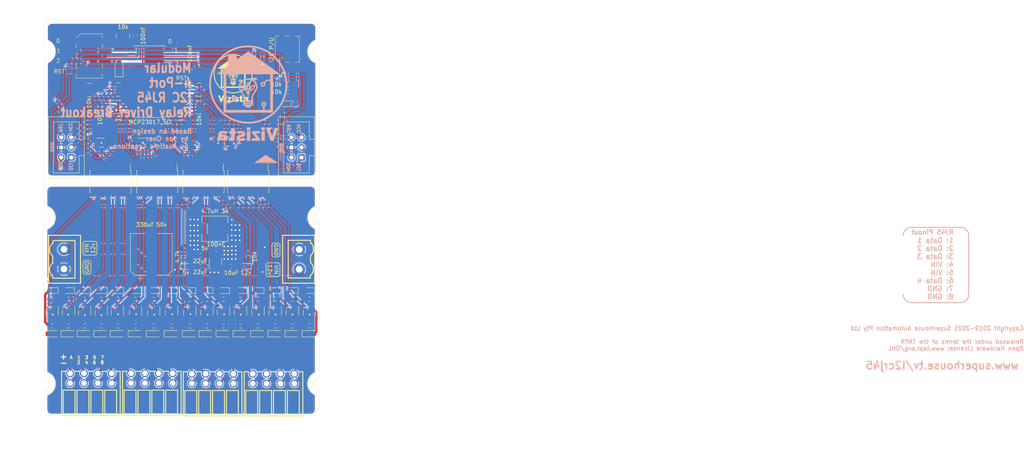
<source format=kicad_pcb>
(kicad_pcb (version 20211014) (generator pcbnew)
  (title_block (title "Modular 4-Port I2CRJ45 Relay Driver Breakout") (rev "2"))
  (layers (0 "F.Cu" signal) (31 "B.Cu" signal) (34 "B.Paste" user) (35 "F.Paste" user) (36 "B.SilkS" user "B.Silkscreen") (37 "F.SilkS" user "F.Silkscreen") (38 "B.Mask" user) (39 "F.Mask" user) (44 "Edge.Cuts" user))
  (net 0 "")
  (net 1 "Net-(C1-Pad1)")
  (net 2 "GNDREF")
  (net 3 "SCL")
  (net 4 "Net-(J1-Pad3)")
  (net 5 "SDA")
  (net 6 "RST")
  (net 7 "RC1-")
  (net 8 "RC2-")
  (net 9 "RC3-")
  (net 10 "RC4-")
  (net 11 "RC5-")
  (net 12 "RC6-")
  (net 13 "RC7-")
  (net 14 "RC8-")
  (net 15 "Net-(RN1-Pad7)")
  (net 16 "Net-(RN1-Pad5)")
  (net 17 "Net-(RN1-Pad6)")
  (net 22 "RC9-")
  (net 23 "RC10-")
  (net 24 "RC12-")
  (net 25 "RC13-")
  (net 26 "RC14-")
  (net 27 "RC15-")
  (net 28 "RC16-")
  (net 29 "Net-(LED51-Pad1)")
  (net 30 "Net-(LED52-Pad1)")
  (net 31 "Net-(LED53-Pad1)")
  (net 32 "Net-(LED54-Pad1)")
  (net 33 "Net-(LED55-Pad1)")
  (net 34 "Net-(LED56-Pad1)")
  (net 35 "Net-(LED57-Pad1)")
  (net 36 "Net-(LED58-Pad1)")
  (net 37 "Net-(D1-Pad1)")
  (net 38 "p2-a")
  (net 39 "p2-b")
  (net 40 "p2-c")
  (net 41 "p2-d")
  (net 42 "p4-a")
  (net 43 "p4-b")
  (net 44 "p4-c")
  (net 45 "p4-d")
  (net 46 "p1-a")
  (net 47 "p1-b")
  (net 48 "p1-c")
  (net 49 "p1-d")
  (net 50 "p3-a")
  (net 51 "p3-b")
  (net 52 "p3-c")
  (net 53 "p3-d")
  (net 54 "Net-(RN11-Pad5)")
  (net 55 "Net-(RN11-Pad6)")
  (net 56 "Net-(RN11-Pad7)")
  (net 57 "Net-(RN11-Pad8)")
  (net 58 "Net-(RN12-Pad5)")
  (net 59 "Net-(RN12-Pad6)")
  (net 60 "Net-(RN12-Pad7)")
  (net 63 "Net-(RN12-Pad8)")
  (net 64 "Net-(RN15-Pad5)")
  (net 65 "Net-(RN15-Pad6)")
  (net 66 "Net-(RN15-Pad7)")
  (net 67 "Net-(RN15-Pad8)")
  (net 69 "Net-(R3-Pad1)")
  (net 70 "Net-(R4-Pad1)")
  (net 71 "Net-(D3-Pad1)")
  (net 72 "Net-(D4-Pad1)")
  (net 73 "Net-(LED59-Pad1)")
  (net 74 "Net-(LED60-Pad1)")
  (net 75 "Net-(LED61-Pad1)")
  (net 76 "Net-(LED62-Pad1)")
  (net 77 "Net-(LED63-Pad1)")
  (net 78 "Net-(LED64-Pad1)")
  (net 79 "Net-(LED65-Pad1)")
  (net 80 "Net-(LED66-Pad1)")
  (net 81 "RC11-")
  (net 82 "VCC")
  (net 83 "RC10+")
  (net 84 "VDD")
  (net 85 "RC1+")
  (net 86 "RC2+")
  (net 87 "RC3+")
  (net 88 "RC4+")
  (net 89 "RC5+")
  (net 90 "RC6+")
  (net 91 "RC7+")
  (net 92 "RC8+")
  (net 93 "RC9+")
  (net 94 "RC11+")
  (net 95 "RC12+")
  (net 96 "RC13+")
  (net 97 "RC14+")
  (net 98 "RC15+")
  (net 99 "RC16+")
  (net 100 "Net-(RN16-Pad5)")
  (net 101 "Net-(RN16-Pad6)")
  (net 102 "Net-(RN16-Pad7)")
  (net 103 "Net-(RN16-Pad8)")
  (net 105 "GNDPWR")
  (net 106 "Net-(C6-Pad1)")
  (net 107 "Net-(C6-Pad2)")
  (net 108 "+5V")
  (net 109 "p1-a5")
  (net 110 "p1-b5")
  (net 111 "p1-c5")
  (net 112 "p1-d5")
  (net 113 "p2-a5")
  (net 114 "p2-b5")
  (net 115 "p2-c5")
  (net 116 "p2-d5")
  (net 117 "p3-a5")
  (net 118 "p3-b5")
  (net 119 "p3-c5")
  (net 120 "p3-d5")
  (net 121 "p4-a5")
  (net 122 "p4-b5")
  (net 123 "p4-c5")
  (net 124 "p4-d5")
  (net 125 "Net-(D2-Pad1)")
  (footprint "Connector_IDC:IDC-Header_2x03_P2.54mm_Vertical" (layer "F.Cu") (at 179.9336 54.864 180)
    (fp_text reference "J1" hide)
    (fp_text value "Conn_02x03_Odd_Even" hide)
  )
  (footprint "LED_SMD:LED_0603_1608Metric" (layer "F.Cu") (at 138.049 88.519 180)
    (fp_text reference "LED56" hide)
    (fp_text value "CH6/RED" hide)
  )
  (footprint "Resistor_SMD:R_0603_1608Metric" (layer "F.Cu") (at 151.718 97.4684)
    (fp_text reference "TH59" hide)
    (fp_text value "Fuse_PTC" hide)
  )
  (footprint "VizistaHA:CONN-TH_4P-P3.50_JILN_JL15EDGRHC-35004B02" (layer "F.Cu") (at 126.746 110.6873)
    (fp_text reference "J11" hide)
    (fp_text value "Screw_Terminal_01x08" hide)
  )
  (footprint "Diode_SMD:D_MicroSMP" (layer "F.Cu") (at 142.86215 99.441)
    (fp_text reference "D57" hide)
    (fp_text value "1N4004 SMB" hide)
  )
  (footprint "VizistaHA:CONN-TH_4P-P3.50_JILN_JL15EDGRHC-35004B02" (layer "F.Cu") (at 142.1384 110.6873)
    (fp_text reference "J12" hide)
    (fp_text value "Screw_Terminal_01x08" hide)
  )
  (footprint "Diode_SMD:D_MicroSMP" (layer "F.Cu") (at 160.487 99.441)
    (fp_text reference "D61" hide)
    (fp_text value "1N4004 SMB" hide)
  )
  (footprint "Package_SO:SO-16_5.3x10.2mm_P1.27mm" (layer "F.Cu") (at 155.194 60.96 -90)
    (fp_text reference "U5" hide)
    (fp_text value "ELQ3H7(TA)" hide)
  )
  (footprint "LED_SMD:LED_0603_1608Metric" (layer "F.Cu") (at 181.9798 88.519 180)
    (fp_text reference "LED66" hide)
    (fp_text value "CH8/RED" hide)
  )
  (footprint "Package_TO_SOT_SMD:SOT-363_SC-70-6" (layer "F.Cu") (at 129.413 51.1238)
    (fp_text reference "D8" hide)
    (fp_text value "SMF05C.TCT")
  )
  (footprint "Package_SO:SO-16_5.3x10.2mm_P1.27mm" (layer "F.Cu") (at 143.51 60.96 -90)
    (fp_text reference "U4" hide)
    (fp_text value "ELQ3H7(TA)" hide)
  )
  (footprint "Diode_SMD:D_MicroSMP" (layer "F.Cu") (at 169.2193 99.441)
    (fp_text reference "D63" hide)
    (fp_text value "1N4004 SMB" hide)
  )
  (footprint "LED_SMD:LED_0603_1608Metric" (layer "F.Cu") (at 156.0943 88.519 180)
    (fp_text reference "LED60" hide)
    (fp_text value "CH6/RED" hide)
  )
  (footprint "LED_SMD:LED_0603_1608Metric" (layer "F.Cu") (at 165.7604 82.3976 180)
    (fp_text reference "D3" hide)
    (fp_text value "red/yellow" hide)
  )
  (footprint "Resistor_SMD:R_0603_1608Metric" (layer "F.Cu") (at 147.1385 90.7217)
    (fp_text reference "R58" hide)
    (fp_text value "10K" hide)
  )
  (footprint "Package_TO_SOT_SMD:SOT-23" (layer "F.Cu") (at 129.3585 94.107 -90)
    (fp_text reference "Q54" hide)
    (fp_text value "2N7002" hide)
  )
  (footprint "Package_TO_SOT_SMD:SOT-363_SC-70-6" (layer "F.Cu") (at 161.036 50.8)
    (fp_text reference "D7" hide)
    (fp_text value "SMF05C.TCT")
  )
  (footprint "Resistor_SMD:R_0603_1608Metric" (layer "F.Cu") (at 129.3585 97.4684)
    (fp_text reference "TH54" hide)
    (fp_text value "Fuse_PTC" hide)
  )
  (footprint "LED_SMD:LED_0603_1608Metric" (layer "F.Cu") (at 133.5695 88.519 180)
    (fp_text reference "LED55" hide)
    (fp_text value "CH5/RED" hide)
  )
  (footprint "Resistor_SMD:R_0603_1608Metric" (layer "F.Cu") (at 160.2345 97.4684)
    (fp_text reference "TH61" hide)
    (fp_text value "Fuse_PTC" hide)
  )
  (footprint "LED_SMD:LED_0603_1608Metric" (layer "F.Cu") (at 147.1585 88.519 180)
    (fp_text reference "LED58" hide)
    (fp_text value "CH8/RED" hide)
  )
  (footprint "Vizista_Logo:Vizista-Logo-Text-10mm" (layer "F.Cu") (at 162.687 34.798)
    (fp_text reference "G***" hide)
    (fp_text value "LOGO" hide)
  )
  (footprint "Resistor_SMD:R_0603_1608Metric" (layer "F.Cu") (at 160.242 90.7217)
    (fp_text reference "R61" hide)
    (fp_text value "10K" hide)
  )
  (footprint "Package_TO_SOT_SMD:SOT-23" (layer "F.Cu") (at 125.1675 94.092762 -90)
    (fp_text reference "Q53" hide)
    (fp_text value "2N7002" hide)
  )
  (footprint "Package_TO_SOT_SMD:SOT-23" (layer "F.Cu") (at 168.9668 94.107 -90)
    (fp_text reference "Q63" hide)
    (fp_text value "2N7002" hide)
  )
  (footprint "LED_SMD:LED_0603_1608Metric" (layer "F.Cu") (at 168.9943 88.519 180)
    (fp_text reference "LED63" hide)
    (fp_text value "CH5/RED" hide)
  )
  (footprint "LED_SMD:LED_0603_1608Metric" (layer "F.Cu") (at 177.6535 88.519 180)
    (fp_text reference "LED65" hide)
    (fp_text value "CH7/RED" hide)
  )
  (footprint "Vizista:CONN-TH_WJ2EDGVC-5.08-2P" (layer "F.Cu") (at 179.3679 80.6348 90)
    (fp_text reference "J4" hide)
    (fp_text value "Screw_Terminal_01x02" hide)
  )
  (footprint "Connector_IDC:IDC-Header_2x03_P2.54mm_Vertical" (layer "F.Cu") (at 121.793 54.864 180)
    (fp_text reference "J2" hide)
    (fp_text value "Conn_02x03_Odd_Even" hide)
  )
  (footprint "Resistor_SMD:R_Array_Convex_4x0603" (layer "F.Cu") (at 129.0828 42.0116)
    (fp_text reference "RN9" hide)
    (fp_text value "10k")
  )
  (footprint "Resistor_SMD:R_0603_1608Metric" (layer "F.Cu") (at 166.4208 79.9084 -90)
    (fp_text reference "R5" hide)
    (fp_text value "10k")
  )
  (footprint "LED_SMD:LED_0603_1608Metric" (layer "F.Cu") (at 150.7744 82.4484)
    (fp_text reference "D2" hide)
    (fp_text value "red")
  )
  (footprint "Capacitor_SMD:C_0603_1608Metric" (layer "F.Cu") (at 137.922 24.0728 90)
    (fp_text reference "C1" hide)
    (fp_text value "100nf")
  )
  (footprint "Resistor_SMD:R_Array_Convex_4x0603" (layer "F.Cu") (at 134.874 24.13 -90)
    (fp_text reference "RN1" hide)
    (fp_text value "10k")
  )
  (footprint "Diode_SMD:D_MicroSMP" (layer "F.Cu") (at 173.5605 99.441)
    (fp_text reference "D64" hide)
    (fp_text value "1N4004 SMB" hide)
  )
  (footprint "Capacitor_SMD:C_0603_1608Metric" (layer "F.Cu") (at 162.1536 82.3976 180)
    (fp_text reference "C9" hide)
    (fp_text value "10uF")
  )
  (footprint "Resistor_SMD:R_0603_1608Metric" (layer "F.Cu") (at 176.52335 36.3963 180)
    (fp_text reference "R4" hide)
    (fp_text value "10k")
  )
  (footprint "Resistor_SMD:R_0603_1608Metric" (layer "F.Cu") (at 156.0743 90.7217)
    (fp_text reference "R60" hide)
    (fp_text value "10K" hide)
  )
  (footprint "LED_SMD:LED_0603_1608Metric" (layer "F.Cu") (at 142.621 88.519 180)
    (fp_text reference "LED57" hide)
    (fp_text value "CH7/RED" hide)
  )
  (footprint "Resistor_SMD:R_Array_Convex_4x0603" (layer "F.Cu") (at 126.3904 37.7952)
    (fp_text reference "RN7" hide)
    (fp_text value "10k" hide)
  )
  (footprint "Package_TO_SOT_SMD:TSOT-23-6" (layer "F.Cu") (at 158.1912 81.267 90)
    (fp_text reference "U2" hide)
    (fp_text value "AP63205WU" hide)
  )
  (footprint "Diode_SMD:D_MicroSMP" (layer "F.Cu") (at 125.42 99.441)
    (fp_text reference "D53" hide)
    (fp_text value "1N4004 SMB" hide)
  )
  (footprint "Resistor_SMD:R_0603_1608Metric" (layer "F.Cu") (at 156.0668 97.4684)
    (fp_text reference "TH60" hide)
    (fp_text value "Fuse_PTC" hide)
  )
  (footprint "Capacitor_SMD:C_0603_1608Metric" (layer "F.Cu") (at 154.3812 79.616)
    (fp_text reference "C7" hide)
    (fp_text value "22uF")
  )
  (footprint "Capacitor_SMD:C_0603_1608Metric" (layer "F.Cu") (at 154.3682 82.41)
    (fp_text reference "C8" hide)
    (fp_text value "22uF")
  )
  (footprint "Resistor_SMD:R_0603_1608Metric" (layer "F.Cu") (at 125.1675 90.7217)
    (fp_text reference "R53" hide)
    (fp_text value "10K" hide)
  )
  (footprint "Package_TO_SOT_SMD:SOT-363_SC-70-6" (layer "F.Cu") (at 150.68135 51.1088)
    (fp_text reference "D6" hide)
    (fp_text value "SMF05C.TCT")
  )
  (footprint "Resistor_SMD:R_0603_1608Metric" (layer "F.Cu") (at 138.0355 97.4684)
    (fp_text reference "TH56" hide)
    (fp_text value "Fuse_PTC" hide)
  )
  (footprint "LED_SMD:LED_0603_1608Metric" (layer "F.Cu") (at 125.222 88.519 180)
    (fp_text reference "LED53" hide)
    (fp_text value "CH3/RED" hide)
  )
  (footprint "Resistor_SMD:R_Array_Convex_4x0603" (layer "F.Cu") (at 133.6548 37.7028)
    (fp_text reference "RN16" hide)
    (fp_text value "1k" hide)
  )
  (footprint "Package_SO:SO-16_5.3x10.2mm_P1.27mm" (layer "F.Cu") (at 131.699 60.96 -90)
    (fp_text reference "U3" hide)
    (fp_text value "ELQ3H7(TA)" hide)
  )
  (footprint "Package_TO_SOT_SMD:SOT-23" (layer "F.Cu") (at 147.1385 94.107 -90)
    (fp_text reference "Q58" hide)
    (fp_text value "2N7002" hide)
  )
  (footprint "Resistor_SMD:R_0603_1608Metric" (layer "F.Cu") (at 116.967 90.7217)
    (fp_text reference "R51" hide)
    (fp_text value "10K" hide)
  )
  (footprint "Resistor_SMD:R_0603_1608Metric" (layer "F.Cu") (at 125.1675 97.4684)
    (fp_text reference "TH53" hide)
    (fp_text value "Fuse_PTC" hide)
  )
  (footprint "LED_SMD:LED_0603_1608Metric" (layer "F.Cu") (at 160.262 88.519 180)
    (fp_text reference "LED61" hide)
    (fp_text value "CH7/RED" hide)
  )
  (footprint "LED_SMD:LED_0603_1608Metric" (layer "F.Cu") (at 173.3355 88.519 180)
    (fp_text reference "LED64" hide)
    (fp_text value "CH6/RED" hide)
  )
  (footprint "Inductor_SMD:L_6.3x6.3_H3" (layer "F.Cu") (at 158.0512 72.885 180)
    (fp_text reference "L1" hide)
    (fp_text value "4.7uH 3A")
  )
  (footprint "Resistor_SMD:R_0603_1608Metric" (layer "F.Cu") (at 129.3585 90.7217)
    (fp_text reference "R54" hide)
    (fp_text value "10K" hide)
  )
  (footprint "Resistor_SMD:R_0603_1608Metric" (layer "F.Cu") (at 142.60965 97.4684)
    (fp_text reference "TH57" hide)
    (fp_text value "Fuse_PTC" hide)
  )
  (footprint "Diode_SMD:D_MicroSMP" (layer "F.Cu") (at 133.802 99.441)
    (fp_text reference "D55" hide)
    (fp_text value "1N4004 SMB" hide)
  )
  (footprint "LED_SMD:LED_0603_1608Metric" (layer "F.Cu") (at 121.1235 88.519 180)
    (fp_text reference "LED52" hide)
    (fp_text value "CH2/RED" hide)
  )
  (footprint "Resistor_SMD:R_0603_1608Metric" (layer "F.Cu") (at 177.6335 90.7217)
    (fp_text reference "R65" hide)
    (fp_text value "10K" hide)
  )
  (footprint "Resistor_SMD:R_0603_1608Metric" (layer "F.Cu") (at 181.9523 97.4684)
    (fp_text reference "TH66" hide)
    (fp_text value "Fuse_PTC" hide)
  )
  (footprint "Capacitor_SMD:CP_Elec_10x10" (layer "F.Cu") (at 141.986 79.3496 90)
    (fp_text reference "C5" hide)
    (fp_text value "330uf 50v")
  )
  (footprint "Resistor_SMD:R_Array_Convex_4x0603" (layer "F.Cu") (at 149.479 37.592 180)
    (fp_text reference "RN15" hide)
    (fp_text value "1k" hide)
  )
  (footprint "Resistor_SMD:R_0603_1608Metric" (layer "F.Cu") (at 133.5495 97.4684)
    (fp_text reference "TH55" hide)
    (fp_text value "Fuse_PTC" hide)
  )
  (footprint "Resistor_SMD:R_0603_1608Metric" (layer "F.Cu") (at 147.1385 97.4684)
    (fp_text reference "TH58" hide)
    (fp_text value "Fuse_PTC" hide)
  )
  (footprint "Resistor_SMD:R_0603_1608Metric" (layer "F.Cu") (at 138.0355 90.7217)
    (fp_text reference "R56" hide)
    (fp_text value "10K" hide)
  )
  (footprint "Resistor_SMD:R_0603_1608Metric" (layer "F.Cu") (at 176.52335 38.3013 180)
    (fp_text reference "R3" hide)
    (fp_text value "10k")
  )
  (footprint "LED_SMD:LED_0603_1608Metric" (layer "F.Cu") (at 151.765 88.519 180)
    (fp_text reference "LED59" hide)
    (fp_text value "CH5/RED" hide)
  )
  (footprint "Package_TO_SOT_SMD:SOT-23" (layer "F.Cu") (at 177.626 94.107 -90)
    (fp_text reference "Q65" hide)
    (fp_text value "2N7002" hide)
  )
  (footprint "LED_SMD:LED_0603_1608Metric" (layer "F.Cu") (at 116.987 88.519 180)
    (fp_text reference "LED51" hide)
    (fp_text value "CH1/RED" hide)
  )
  (footprint "LED_SMD:LED_0603_1608Metric" (layer "F.Cu") (at 175.895 41.275 180)
    (fp_text reference "D4" hide)
    (fp_text value "blue" hide)
  )
  (footprint "Resistor_SMD:R_0603_1608Metric" (layer "F.Cu") (at 164.545 97.4684)
    (fp_text reference "TH62" hide)
    (fp_text value "Fuse_PTC" hide)
  )
  (footprint "Resistor_SMD:R_0603_1608Metric" (layer "F.Cu") (at 168.9668 97.4684)
    (fp_text reference "TH63" hide)
    (fp_text value "Fuse_PTC" hide)
  )
  (footprint "Resistor_SMD:R_0603_1608Metric" (layer "F.Cu") (at 173.3155 90.7217)
    (fp_text reference "R64" hide)
    (fp_text value "10K" hide)
  )
  (footprint "Diode_SMD:D_MicroSMP" (layer "F.Cu") (at 147.391 99.441)
    (fp_text reference "D58" hide)
    (fp_text value "1N4004 SMB" hide)
  )
  (footprint "Resistor_SMD:R_0603_1608Metric" (layer "F.Cu") (at 164.5525 90.7217)
    (fp_text reference "R62" hide)
    (fp_text value "10K" hide)
  )
  (footprint "Resistor_SMD:R_Array_Convex_4x0603" (layer "F.Cu") (at 154.0764 37.7444 180)
    (fp_text reference "RN5" hide)
    (fp_text value "10k" hide)
  )
  (footprint "Diode_SMD:D_MicroSMP" (layer "F.Cu") (at 177.8785 99.441)
    (fp_text reference "D65" hide)
    (fp_text value "1N4004 SMB" hide)
  )
  (footprint "Diode_SMD:D_MicroSMP" (layer "F.Cu") (at 156.1705 99.441)
    (fp_text reference "D60" hide)
    (fp_text value "1N4004 SMB" hide)
  )
  (footprint "Package_TO_SOT_SMD:SOT-23" (layer "F.Cu") (at 142.60965 94.107 -90)
    (fp_text reference "Q57" hide)
    (fp_text value "2N7002" hide)
  )
  (footprint "Diode_SMD:D_MicroSMP" (layer "F.Cu") (at 121.356 99.441)
    (fp_text reference "D52" hide)
    (fp_text value "1N4004 SMB" hide)
  )
  (footprint "Resistor_SMD:R_0603_1608Metric" (layer "F.Cu") (at 181.9598 90.7217)
    (fp_text reference "R66" hide)
    (fp_text value "10K" hide)
  )
  (footprint "Package_TO_SOT_SMD:SOT-23" (layer "F.Cu") (at 160.2345 94.107 -90)
    (fp_text reference "Q61" hide)
    (fp_text value "2N7002" hide)
  )
  (footprint "Package_SO:SOIC-28W_7.5x17.9mm_P1.27mm" (layer "F.Cu") (at 141.605 35.687 180)
    (fp_text reference "U1" hide)
    (fp_text value "MCP23017_SO")
  )
  (footprint "Diode_SMD:D_MicroSMP" (layer "F.Cu") (at 129.611 99.441)
    (fp_text reference "D54" hide)
    (fp_text value "1N4004 SMB" hide)
  )
  (footprint "Resistor_SMD:R_0603_1608Metric" (layer "F.Cu") (at 142.60965 90.7217)
    (fp_text reference "R57" hide)
    (fp_text value "10K" hide)
  )
  (footprint "Resistor_SMD:R_0603_1608Metric" (layer "F.Cu") (at 151.7255 90.7217)
    (fp_text reference "R59" hide)
    (fp_text value "10K" hide)
  )
  (footprint "Package_TO_SOT_SMD:SOT-23" (layer "F.Cu") (at 156.0668 94.107 -90)
    (fp_text reference "Q60" hide)
    (fp_text value "2N7002" hide)
  )
  (footprint "Resistor_SMD:R_Array_Convex_4x0603" (layer "F.Cu") (at 154.0764 42.164 180)
    (fp_text reference "RN3" hide)
    (fp_text value "10k")
  )
  (footprint "VizistaHA:CONN-TH_4P-P3.50_JILN_JL15EDGRHC-35004B02" (layer "F.Cu") (at 172.8724 110.7889)
    (fp_text reference "J14" hide)
    (fp_text value "Screw_Terminal_01x08" hide)
  )
  (footprint "VizistaHA:CONN-TH_4P-P3.50_JILN_JL15EDGRHC-35004B02" (layer "F.Cu") (at 157.48 110.7889)
    (fp_text reference "J13" hide)
    (fp_text value "Screw_Terminal_01x08" hide)
  )
  (footprint "Resistor_SMD:R_Array_Convex_4x0603" (layer "F.Cu") (at 149.479 42.164 180)
    (fp_text reference "RN11" hide)
    (fp_text value "1k")
  )
  (footprint "Package_TO_SOT_SMD:SOT-23" (layer "F.Cu") (at 121.1035 94.107 -90)
    (fp_text reference "Q52" hide)
    (fp_text value "2N7002" hide)
  )
  (footprint "Package_TO_SOT_SMD:SOT-23" (layer "F.Cu") (at 151.718 94.107 -90)
    (fp_text reference "Q59" hide)
    (fp_text value "2N7002" hide)
  )
  (footprint "Package_TO_SOT_SMD:SOT-23" (layer "F.Cu") (at 138.0355 94.107 -90)
    (fp_text reference "Q56" hide)
    (fp_text value "2N7002" hide)
  )
  (footprint "Resistor_SMD:R_0603_1608Metric" (layer "F.Cu") (at 133.5495 90.7217)
    (fp_text reference "R55" hide)
    (fp_text value "10K" hide)
  )
  (footprint "Resistor_SMD:R_0603_1608Metric" (layer "F.Cu") (at 116.967 97.4684)
    (fp_text reference "TH51" hide)
    (fp_text value "Fuse_PTC" hide)
  )
  (footprint "Vizista:CONN-TH_WJ2EDGVC-5.08-2P" (layer "F.Cu") (at 119.9388 80.5688 -90)
    (fp_text reference "J3" hide)
    (fp_text value "Screw_Terminal_01x02" hide)
  )
  (footprint "Resistor_SMD:R_0603_1608Metric" (layer "F.Cu") (at 121.1035 90.7217)
    (fp_text reference "R52" hide)
    (fp_text value "10K" hide)
  )
  (footprint "Austins creations:2P_DIP" (layer "F.Cu") (at 176.403 27.5063 90)
    (fp_text reference "SW5" hide)
    (fp_text value "2P_DIP" hide)
  )
  (footprint "Package_SO:SO-16_5.3x10.2mm_P1.27mm" (layer "F.Cu") (at 166.497 60.96 -90)
    (fp_text reference "U6" hide)
    (fp_text value "ELQ3H7(TA)" hide)
  )
  (footprint "Resistor_SMD:R_Array_Convex_4x0603" (layer "F.Cu") (at 133.6548 42.0624)
    (fp_text reference "RN12" hide)
    (fp_text value "1k")
  )
  (footprint "Package_TO_SOT_SMD:SOT-23" (layer "F.Cu") (at 164.545 94.107 -90)
    (fp_text reference "Q62" hide)
    (fp_text value "2N7002" hide)
  )
  (footprint "Austins creations:4P_DIP" (layer "F.Cu") (at 126.365 29.21)
    (fp_text reference "SW1" hide)
    (fp_text value "SW_DIP_x04" hide)
  )
  (footprint "Diode_SMD:D_MicroSMP" (layer "F.Cu") (at 151.9705 99.441)
    (fp_text reference "D59" hide)
    (fp_text value "1N4004 SMB" hide)
  )
  (footprint "Diode_SMD:D_MicroSMP" (layer "F.Cu") (at 138.288 99.441)
    (fp_text reference "D56" hide)
    (fp_text value "1N4004 SMB" hide)
  )
  (footprint "Capacitor_SMD:C_0603_1608Metric" (layer "F.Cu") (at 158.3182 78.092 180)
    (fp_text reference "C6" hide)
    (fp_text value "100nF")
  )
  (footprint "Package_TO_SOT_SMD:SOT-23" (layer "F.Cu") (at 133.4225 94.107 -90)
    (fp_text reference "Q55" hide)
    (fp_text value "2N7002" hide)
  )
  (footprint "Resistor_SMD:R_0603_1608Metric" (layer "F.Cu") (at 178.435 40.767 90)
    (fp_text reference "R6" hide)
    (fp_text value "1k" hide)
  )
  (footprint "Resistor_SMD:R_0603_1608Metric" (layer "F.Cu") (at 168.9743 90.7217)
    (fp_text reference "R63" hide)
    (fp_text value "10K" hide)
  )
  (footprint "LED_SMD:LED_0603_1608Metric" (layer "F.Cu") (at 164.719 88.519 180)
    (fp_text reference "LED62" hide)
    (fp_text value "CH8/RED" hide)
  )
  (footprint "Package_TO_SOT_SMD:SOT-23" (layer "F.Cu") (at 116.967 94.107 -90)
    (fp_text reference "Q51" hide)
    (fp_text value "2N7002" hide)
  )
  (footprint "Diode_SMD:D_SOD-123F" (layer "F.Cu") (at 133.858 32.258 90)
    (fp_text reference "D1" hide)
    (fp_text value "SM4007" hide)
  )
  (footprint "Capacitor_SMD:C_0603_1608Metric" (layer "F.Cu") (at 151.765 32.639 -90)
    (fp_text reference "C3" hide)
    (fp_text value "100nf")
  )
  (footprint "LED_SMD:LED_0603_1608Metric" (layer "F.Cu") (at 129.3785 88.519 180)
    (fp_text reference "LED54" hide)
    (fp_text value "CH4/RED" hide)
  )
  (footprint "Resistor_SMD:R_0603_1608Metric" (layer "F.Cu") (at 150.0632 79.9592 -90)
    (fp_text reference "R1" hide)
    (fp_text value "4.7k")
  )
  (footprint "Resistor_SMD:R_0603_1608Metric" (layer "F.Cu") (at 177.626 97.4684)
    (fp_text reference "TH65" hide)
    (fp_text value "Fuse_PTC" hide)
  )
  (footprint "Package_TO_SOT_SMD:SOT-23" (layer "F.Cu") (at 181.9523 94.107 -90)
    (fp_text reference "Q66" hide)
    (fp_text value "2N7002" hide)
  )
  (footprint "Diode_SMD:D_MicroSMP" (layer "F.Cu") (at 117.2195 99.441)
    (fp_text reference "D51" hide)
    (fp_text value "1N4004 SMB" hide)
  )
  (footprint "Resistor_SMD:R_0603_1608Metric" (layer "F.Cu") (at 121.1035 97.4684)
    (fp_text reference "TH52" hide)
    (fp_text value "Fuse_PTC" hide)
  )
  (footprint "Resistor_SMD:R_0603_1608Metric" (layer "F.Cu") (at 173.308 97.4684)
    (fp_text reference "TH64" hide)
    (fp_text value "Fuse_PTC" hide)
  )
  (footprint "Diode_SMD:D_MicroSMP" (layer "F.Cu") (at 182.2048 99.441)
    (fp_text reference "D66" hide)
    (fp_text value "1N4004 SMB" hide)
  )
  (footprint "Diode_SMD:D_MicroSMP" (layer "F.Cu") (at 164.7975 99.441)
    (fp_text reference "D62" hide)
    (fp_text value "1N4004 SMB" hide)
  )
  (footprint "Package_TO_SOT_SMD:SOT-363_SC-70-6" (layer "F.Cu") (at 139.82035 51.1238)
    (fp_text reference "D5" hide)
    (fp_text value "SMF05C.TCT")
  )
  (footprint "Package_TO_SOT_SMD:SOT-23" (layer "F.Cu") (at 173.308 94.107 -90)
    (fp_text reference "Q64" hide)
    (fp_text value "2N7002" hide)
  )
  (footprint "Vizista_Logo:Vizista-Logo-Text-20mm" (layer "B.Cu") (at 166.497 38.608 180)
    (fp_text reference "G***" hide)
    (fp_text value "LOGO" hide)
  )
  (gr_line (start 348.456014 74.534986) (end 348.456014 89.534986) (layer "B.SilkS") (width 0.254))
  (gr_arc (start 348.456014 89.534986) (mid 347.870233 90.949214) (end 346.456014 91.534986) (layer "B.SilkS") (width 0.254))
  (gr_arc (start 333.956014 91.534986) (mid 332.541796 90.949204) (end 331.956014 89.534986) (layer "B.SilkS") (width 0.254))
  (gr_line (start 173.688351 56.1308) (end 170.894351 54.3528) (layer "B.SilkS") (width 0.254))
  (gr_line (start 173.180351 55.8768) (end 172.926351 55.8768) (layer "B.SilkS") (width 0.254))
  (gr_line (start 169.116351 55.8768) (end 170.894351 54.6068) (layer "B.SilkS") (width 0.254))
  (gr_arc (start 346.456014 72.534986) (mid 347.870223 73.120777) (end 348.456014 74.534986) (layer "B.SilkS") (width 0.254))
  (gr_line (start 168.354351 56.1308) (end 173.688351 56.1308) (layer "B.SilkS") (width 0.254))
  (gr_line (start 170.132351 55.3688) (end 171.402351 55.3688) (layer "B.SilkS") (width 0.4064))
  (gr_line (start 170.894351 54.3528) (end 168.354351 56.1308) (layer "B.SilkS") (width 0.254))
  (gr_line (start 171.402351 55.3688) (end 170.894351 55.1148) (layer "B.SilkS") (width 0.4064))
  (gr_arc (start 331.956014 74.534986) (mid 332.541806 73.120786) (end 333.956014 72.534986) (layer "B.SilkS") (width 0.254))
  (gr_line (start 346.451014 91.559986) (end 333.951014 91.559986) (layer "B.SilkS") (width 0.254))
  (gr_line (start 172.418351 55.6228) (end 170.894351 54.8608) (layer "B.SilkS") (width 0.4064))
  (gr_line (start 170.894351 54.6068) (end 172.926351 55.8768) (layer "B.SilkS") (width 0.254))
  (gr_line (start 172.926351 55.8768) (end 169.116351 55.8768) (layer "B.SilkS") (width 0.254))
  (gr_line (start 170.894351 54.8608) (end 170.132351 55.3688) (layer "B.SilkS") (width 0.4064))
  (gr_line (start 333.956014 72.534986) (end 346.456014 72.534986) (layer "B.SilkS") (width 0.254))
  (gr_line (start 169.624351 55.6228) (end 172.418351 55.6228) (layer "B.SilkS") (width 0.4064))
  (gr_arc (start 126.7449 83.8794) (mid 126.598453 84.232953) (end 126.2449 84.3794) (layer "F.SilkS") (width 0.15))
  (gr_arc (start 171.492047 84.989153) (mid 171.138494 84.842706) (end 170.992047 84.489153) (layer "F.SilkS") (width 0.15))
  (gr_arc (start 127.7449 76.0644) (mid 128.098453 76.210847) (end 128.2449 76.5644) (layer "F.SilkS") (width 0.15))
  (gr_line (start 174.492047 81.989153) (end 174.492047 84.489153) (layer "F.SilkS") (width 0.15))
  (gr_line (start 173.992047 79.989153) (end 172.992047 79.989153) (layer "F.SilkS") (width 0.15))
  (gr_line (start 127.7449 79.5644) (end 125.2449 79.5644) (layer "F.SilkS") (width 0.15))
  (gr_arc (start 124.7449 81.3794) (mid 124.891347 81.025847) (end 125.2449 80.8794) (layer "F.SilkS") (width 0.15))
  (gr_line (start 125.2449 76.0644) (end 127.7449 76.0644) (layer "F.SilkS") (width 0.15))
  (gr_arc (start 126.2449 80.8794) (mid 126.598453 81.025847) (end 126.7449 81.3794) (layer "F.SilkS") (width 0.15))
  (gr_arc (start 173.992047 81.489153) (mid 174.3456 81.6356) (end 174.492047 81.989153) (layer "F.SilkS") (width 0.15))
  (gr_arc (start 174.492047 79.489153) (mid 174.3456 79.842706) (end 173.992047 79.989153) (layer "F.SilkS") (width 0.15))
  (gr_arc (start 170.992047 81.989153) (mid 171.138494 81.6356) (end 171.492047 81.489153) (layer "F.SilkS") (width 0.15))
  (gr_arc (start 172.992047 79.989153) (mid 172.638494 79.842706) (end 172.492047 79.489153) (layer "F.SilkS") (width 0.15))
  (gr_line (start 170.992047 84.489153) (end 170.992047 81.989153) (layer "F.SilkS") (width 0.15))
  (gr_line (start 126.7449 81.3794) (end 126.7449 83.8794) (layer "F.SilkS") (width 0.15))
  (gr_line (start 172.492047 79.489153) (end 172.492047 76.989153) (layer "F.SilkS") (width 0.15))
  (gr_line (start 124.7449 79.0644) (end 124.7449 76.5644) (layer "F.SilkS") (width 0.15))
  (gr_line (start 125.2449 80.8794) (end 126.2449 80.8794) (layer "F.SilkS") (width 0.15))
  (gr_arc (start 174.492047 84.489153) (mid 174.3456 84.842706) (end 173.992047 84.989153) (layer "F.SilkS") (width 0.15))
  (gr_arc (start 128.2449 79.0644) (mid 128.098453 79.417953) (end 127.7449 79.5644) (layer "F.SilkS") (width 0.15))
  (gr_arc (start 125.2449 84.3794) (mid 124.891347 84.232953) (end 124.7449 83.8794) (layer "F.SilkS") (width 0.15))
  (gr_arc (start 172.492047 76.989153) (mid 172.638494 76.6356) (end 172.992047 76.489153) (layer "F.SilkS") (width 0.15))
  (gr_line (start 173.992047 76.489153) (end 172.992047 76.489153) (layer "F.SilkS") (width 0.15))
  (gr_line (start 173.992047 84.989153) (end 171.492047 84.989153) (layer "F.SilkS") (width 0.15))
  (gr_line (start 171.492047 81.489153) (end 173.992047 81.489153) (layer "F.SilkS") (width 0.15))
  (gr_line (start 174.492047 79.489153) (end 174.492047 76.989153) (layer "F.SilkS") (width 0.15))
  (gr_line (start 124.7449 81.3794) (end 124.7449 83.8794) (layer "F.SilkS") (width 0.15))
  (gr_line (start 125.2449 84.3794) (end 126.2449 84.3794) (layer "F.SilkS") (width 0.15))
  (gr_arc (start 125.2449 79.5644) (mid 124.891347 79.417953) (end 124.7449 79.0644) (layer "F.SilkS") (width 0.15))
  (gr_line (start 128.2449 76.5644) (end 128.2449 79.0644) (layer "F.SilkS") (width 0.15))
  (gr_arc (start 173.992047 76.489153) (mid 174.3456 76.6356) (end 174.492047 76.989153) (layer "F.SilkS") (width 0.15))
  (gr_arc (start 124.7449 76.5644) (mid 124.891347 76.210847) (end 125.2449 76.0644) (layer "F.SilkS") (width 0.15))
  (gr_line (start 184.396 71.682) (end 184.396 110.482) (layer "Edge.Cuts") (width 0.05))
  (gr_line (start 184.396 113.682) (end 184.396 118.082) (layer "Edge.Cuts") (width 0.05))
  (gr_line (start 182.396 120.082) (end 116.896 120.082) (layer "Edge.Cuts") (width 0.05))
  (gr_arc (start 114.896 22.082) (mid 115.481786 20.667786) (end 116.896 20.082) (layer "Edge.Cuts") (width 0.05))
  (gr_arc (start 184.396 118.082) (mid 183.810214 119.496214) (end 182.396 120.082) (layer "Edge.Cuts") (width 0.05))
  (gr_line (start 116.896 20.082) (end 182.396 20.082) (layer "Edge.Cuts") (width 0.05))
  (gr_arc (start 114.896 26.482) (mid 116.307839 28.082) (end 114.896 29.682) (layer "Edge.Cuts") (width 0.05))
  (gr_arc (start 184.396 29.682) (mid 182.984161 28.082) (end 184.396 26.482) (layer "Edge.Cuts") (width 0.05))
  (gr_arc (start 184.396 71.682) (mid 182.984161 70.082) (end 184.396 68.482) (layer "Edge.Cuts") (width 0.05))
  (gr_line (start 184.396 22.082) (end 184.396 26.482) (layer "Edge.Cuts") (width 0.05))
  (gr_line (start 114.896 118.082) (end 114.896 113.682) (layer "Edge.Cuts") (width 0.05))
  (gr_arc (start 114.896 110.482) (mid 116.307839 112.082) (end 114.896 113.682) (layer "Edge.Cuts") (width 0.05))
  (gr_line (start 114.896 22.082) (end 114.896 26.482) (layer "Edge.Cuts") (width 0.05))
  (gr_line (start 114.896 29.682) (end 114.896 68.482) (layer "Edge.Cuts") (width 0.05))
  (gr_arc (start 184.396 113.682) (mid 182.984161 112.082) (end 184.396 110.482) (layer "Edge.Cuts") (width 0.05))
  (gr_line (start 184.396 68.482) (end 184.396 29.682) (layer "Edge.Cuts") (width 0.05))
  (gr_arc (start 114.896 68.482) (mid 116.307839 70.082) (end 114.896 71.682) (layer "Edge.Cuts") (width 0.05))
  (gr_arc (start 182.396 20.082) (mid 183.810214 20.667786) (end 184.396 22.082) (layer "Edge.Cuts") (width 0.05))
  (gr_arc (start 116.896 120.082) (mid 115.481786 119.496214) (end 114.896 118.082) (layer "Edge.Cuts") (width 0.05))
  (gr_line (start 114.896 71.682) (end 114.896 110.482) (layer "Edge.Cuts") (width 0.05))
  (gr_text "www.superhouse.tv/i2crj45" (at 341.757 108.585) (layer "B.SilkS") (effects (font (size 1.909 1.909) (thickness 0.391)) (justify bottom mirror)))
  (gr_text "Modular\n4-Port\nI2C RJ45\nRelay Driver Breakout" (at 152.4 44.831) (layer "B.SilkS") (effects (font (size 2.324 2) (thickness 0.476)) (justify left bottom mirror)))
  (gr_text "VCC" (at 121.567 47.197 270) (layer "B.SilkS") (effects (font (size 0.8 0.8) (thickness 0.2)) (justify mirror)))
  (gr_text "RST" (at 119.067 47.397 270) (layer "B.SilkS") (effects (font (size 0.8 0.8) (thickness 0.2)) (justify mirror)))
  (gr_text "RST" (at 176.779 47.551 90) (layer "B.SilkS") (effects (font (size 0.8 0.8) (thickness 0.2)) (justify mirror)))
  (gr_text "1: Data 1\n2: Data 2\n3: Data 3\n4: VIN\n5: VIN\n6: Data 4\n7: GND\n8: GND" (at 344.773014 90.797986) (layer "B.SilkS") (effects (font (size 1.26 1.26) (thickness 0.24)) (justify left bottom mirror)))
  (gr_text "GND" (at 116.967 52.197 270) (layer "B.SilkS") (effects (font (size 0.8 0.8) (thickness 0.2)) (justify mirror)))
  (gr_text "SDA" (at 118.967 57.097 -90) (layer "B.SilkS") (effects (font (size 0.8 0.8) (thickness 0.2)) (justify mirror)))
  (gr_text "RJ45 Pinout" (at 344.773014 74.414986) (layer "B.SilkS") (effects (font (size 1.148 1.148) (thickness 0.252)) (justify left bottom mirror)))
  (gr_text "Copyright 2019-2021 SuperHouse Automation Pty Ltd\n\nReleased under the terms of the TAPR\nOpen Hardware License: www.tapr.org/OHL" (at 362.458 103.759) (layer "B.SilkS") (effects (font (size 1.0541 1.0541) (thickness 0.2159)) (justify left bottom mirror)))
  (gr_text "Based on design \n by Jon Oxer\n by Austin's Creations\n" (at 152.4 52.705) (layer "B.SilkS") (effects (font (size 1.180592 1.180592) (thickness 0.241808)) (justify left bottom mirror)))
  (gr_text "SCL" (at 121.667 57.097 270) (layer "B.SilkS") (effects (font (size 0.8 0.8) (thickness 0.2)) (justify mirror)))
  (gr_text "SCL" (at 179.279 57.351 90) (layer "B.SilkS") (effects (font (size 0.8 0.8) (thickness 0.2)) (justify mirror)))
  (gr_text "SDA" (at 176.679 57.351 90) (layer "B.SilkS") (effects (font (size 0.8 0.8) (thickness 0.2)) (justify mirror)))
  (gr_text "GND" (at 174.879 52.451 90) (layer "B.SilkS") (effects (font (size 0.8 0.8) (thickness 0.2)) (justify mirror)))
  (gr_text "VCC" (at 179.279 47.551 90) (layer "B.SilkS") (effects (font (size 0.8 0.8) (thickness 0.2)) (justify mirror)))
  (gr_text "A  1  3  5  7 \n  2  4  6  8" (at 126.0348 106.0704) (layer "F.SilkS") (effects (font (size 0.8 0.8) (thickness 0.2))))
  (gr_text "RST" (at 118.745 33.147) (layer "F.SilkS") (effects (font (size 1 1) (thickness 0.125))))
  (gr_text "2" (at 148.4376 31.242) (layer "F.SilkS") (effects (font (size 1 1) (thickness 0.125))))
  (gr_text "1" (at 118.618 27.9028) (layer "F.SilkS") (effects (font (size 1 1) (thickness 0.125))))
  (gr_text "GND" (at 173.492047 78.239153 270) (layer "F.SilkS") (effects (font (size 1 1))))
  (gr_text "10k" (at 126.2888 41.0972 90) (layer "F.SilkS") (effects (font (size 1 1))))
  (gr_text "I2C P/U" (at 172.3644 27.6352 90) (layer "F.SilkS") (effects (font (size 1 1))))
  (gr_text "VIN\n12v" (at 172.742047 83.239153 270) (layer "F.SilkS") (effects (font (size 1 1))))
  (gr_text "VIN\n12v" (at 126.4949 77.8144 90) (layer "F.SilkS") (effects (font (size 1 1))))
  (gr_text "0" (at 146.70835 25.5028) (layer "F.SilkS") (effects (font (size 1 1) (thickness 0.125))))
  (gr_text "2" (at 118.491 30.4028) (layer "F.SilkS") (effects (font (size 1 1) (thickness 0.125))))
  (gr_text "1" (at 148.2852 27.6352) (layer "F.SilkS") (effects (font (size 1 1) (thickness 0.125))))
  (gr_text "GND" (at 125.7449 82.6294 90) (layer "F.SilkS") (effects (font (size 1 1))))
  (gr_text "RST" (at 149.606 34.798) (layer "F.SilkS") (effects (font (size 1 1) (thickness 0.125))))
  (gr_text "+" (at 119.8372 105.2068) (layer "F.SilkS") (effects (font (size 1.5 1.5) (thickness 0.3))))
  (gr_text "-" (at 119.8372 106.7816) (layer "F.SilkS") (effects (font (size 1.5 1.5) (thickness 0.3))))
  (gr_text "0" (at 118.491 25.4028) (layer "F.SilkS") (effects (font (size 1 1) (thickness 0.125))))
  (segment (start 136.074 25.03) (end 136.1438 25.0998) (width 0.4064) (layer "F.Cu") (net 1))
  (segment (start 139.827 26.416) (end 139.827 31.242) (width 0.4064) (layer "F.Cu") (net 1))
  (segment (start 137.922 24.8478) (end 137.7508 25.019) (width 0.4064) (layer "F.Cu") (net 1))
  (segment (start 134.242 31.242) (end 133.858 30.858) (width 0.4064) (layer "F.Cu") (net 1))
  (segment (start 136.955 31.242) (end 134.242 31.242) (width 0.4064) (layer "F.Cu") (net 1))
  (segment (start 136.1438 25.0998) (end 138.5108 25.0998) (width 0.4064) (layer "F.Cu") (net 1))
  (segment (start 137.7508 25.019) (end 136.085 25.019) (width 0.4064) (layer "F.Cu") (net 1))
  (segment (start 139.827 31.242) (end 136.955 31.242) (width 0.4064) (layer "F.Cu") (net 1))
  (segment (start 138.5108 25.0998) (end 139.827 26.416) (width 0.4064) (layer "F.Cu") (net 1))
  (segment (start 136.085 25.019) (end 136.074 25.03) (width 0.4064) (layer "F.Cu") (net 1))
  (via (at 129.413 51.181) (size 0.8) (drill 0.4) (layers "F.Cu" "B.Cu") (net 2))
  (via (at 158.8516 51.2064) (size 0.8) (drill 0.4) (layers "F.Cu" "B.Cu") (net 2))
  (via (at 150.622 51.181) (size 0.8) (drill 0.4) (layers "F.Cu" "B.Cu") (net 2))
  (via (at 139.827 51.054) (size 0.8) (drill 0.4) (layers "F.Cu" "B.Cu") (net 2))
  (segment (start 173.99 35.13295) (end 174.36435 35.5073) (width 0.25) (layer "F.Cu") (net 3))
  (segment (start 174.36435 36.9673) (end 175.69835 38.3013) (width 0.25) (layer "F.Cu") (net 3))
  (segment (start 174.36435 35.5073) (end 174.36435 36.9673) (width 0.25) (layer "F.Cu") (net 3))
  (segment (start 146.2708 29.9878) (end 146.255 29.972) (width 0.6096) (layer "F.Cu") (net 3))
  (segment (start 153.797 29.9528) (end 153.762 29.9878) (width 0.6096) (layer "F.Cu") (net 3))
  (segment (start 173.99 34.798) (end 173.99 35.13295) (width 0.25) (layer "F.Cu") (net 3))
  (segment (start 153.762 29.9878) (end 146.2708 29.9878) (width 0.6096) (layer "F.Cu") (net 3))
  (via (at 153.797 29.9528) (size 0.8) (drill 0.4) (layers "F.Cu" "B.Cu") (net 3))
  (via (at 173.99 34.798) (size 0.7564) (drill 0.35) (layers "F.Cu" "B.Cu") (net 3))
  (segment (start 153.797 29.9528) (end 124.892618 29.9528) (width 0.6096) (layer "B.Cu") (net 3))
  (segment (start 121.27835 40.13865) (end 117.50835 43.90865) (width 0.6096) (layer "B.Cu") (net 3))
  (segment (start 118.310823 56.4728) (end 120.1842 56.4728) (width 0.6096) (layer "B.Cu") (net 3))
  (segment (start 174.23735 57.658) (end 177.546 57.658) (width 0.6096) (layer "B.Cu") (net 3))
  (segment (start 173.863 34.671) (end 173.99 34.798) (width 0.6096) (layer "B.Cu") (net 3))
  (segment (start 121.27835 33.567068) (end 121.27835 40.13865) (width 0.6096) (layer "B.Cu") (net 3))
  (segment (start 177.546 57.658) (end 179.9336 55.2704) (width 0.6096) (layer "B.Cu") (net 3))
  (segment (start 177.279894 42.430106) (end 174.23735 45.47265) (width 0.6096) (layer "B.Cu") (net 3))
  (segment (start 173.99 34.798) (end 174.0643 34.8723) (width 0.6096) (layer "B.Cu") (net 3))
  (segment (start 179.9336 55.2704) (end 179.9336 54.864) (width 0.6096) (layer "B.Cu") (net 3))
  (segment (start 173.863 30.861) (end 173.863 34.671) (width 0.6096) (layer "B.Cu") (net 3))
  (segment (start 174.23735 45.47265) (end 174.23735 57.658) (width 0.6096) (layer "B.Cu") (net 3))
  (segment (start 174.0643 34.8723) (end 179.57135 34.8723) (width 0.6096) (layer "B.Cu") (net 3))
  (segment (start 120.1842 56.4728) (end 121.793 54.864) (width 0.6096) (layer "B.Cu") (net 3))
  (segment (start 117.50835 43.90865) (end 117.50835 55.670327) (width 0.6096) (layer "B.Cu") (net 3))
  (segment (start 172.9548 29.9528) (end 173.863 30.861) (width 0.6096) (layer "B.Cu") (net 3))
  (segment (start 117.50835 55.670327) (end 118.310823 56.4728) (width 0.6096) (layer "B.Cu") (net 3))
  (segment (start 153.797 29.9528) (end 172.9548 29.9528) (width 0.6096) (layer "B.Cu") (net 3))
  (segment (start 179.00835 42.430106) (end 177.279894 42.430106) (width 0.6096) (layer "B.Cu") (net 3))
  (segment (start 124.892618 29.9528) (end 121.27835 33.567068) (width 0.6096) (layer "B.Cu") (net 3))
  (segment (start 179.57135 41.867106) (end 179.00835 42.430106) (width 0.6096) (layer "B.Cu") (net 3))
  (segment (start 179.57135 34.8723) (end 179.57135 41.867106) (width 0.6096) (layer "B.Cu") (net 3))
  (segment (start 181.2884 55.776648) (end 180.719248 56.3458) (width 0.6096) (layer "F.Cu") (net 4))
  (segment (start 175.1752 52.8742) (end 170.307 48.006) (width 0.6096) (layer "F.Cu") (net 4))
  (segment (start 181.2884 53.6788) (end 181.2884 55.776648) (width 0.6096) (layer "F.Cu") (net 4))
  (segment (start 179.9336 52.324) (end 181.2884 53.6788) (width 0.6096) (layer "F.Cu") (net 4))
  (segment (start 175.1752 55.552177) (end 175.1752 52.8742) (width 0.6096) (layer "F.Cu") (net 4))
  (segment (start 170.307 48.006) (end 126.111 48.006) (width 0.6096) (layer "F.Cu") (net 4))
  (segment (start 126.111 48.006) (end 121.793 52.324) (width 0.6096) (layer "F.Cu") (net 4))
  (segment (start 180.719248 56.3458) (end 175.968823 56.3458) (width 0.6096) (layer "F.Cu") (net 4))
  (segment (start 175.968823 56.3458) (end 175.1752 55.552177) (width 0.6096) (layer "F.Cu") (net 4))
  (segment (start 153.8078 28.7128) (end 153.8028 28.7178) (width 0.6096) (layer "F.Cu") (net 5))
  (segment (start 174.879 33.9833) (end 175.69835 34.80265) (width 0.25) (layer "F.Cu") (net 5))
  (segment (start 119.126 57.531) (end 119.126 54.991) (width 0.6096) (layer "F.Cu") (net 5))
  (segment (start 119.126 54.991) (end 119.253 54.864) (width 0.6096) (layer "F.Cu") (net 5))
  (segment (start 153.8028 28.7178) (end 146.2708 28.7178) (width 0.6096) (layer "F.Cu") (net 5))
  (segment (start 175.69835 34.80265) (end 175.69835 36.3963) (width 0.25) (layer "F.Cu") (net 5))
  (segment (start 146.2708 28.7178) (end 146.255 28.702) (width 0.6096) (layer "F.Cu") (net 5))
  (via (at 153.8078 28.7128) (size 0.8) (drill 0.4) (layers "F.Cu" "B.Cu") (net 5))
  (via (at 119.126 57.531) (size 0.7564) (drill 0.35) (layers "F.Cu" "B.Cu") (net 5))
  (via (at 174.879 33.9833) (size 0.7564) (drill 0.35) (layers "F.Cu" "B.Cu") (net 5))
  (segment (start 118.224075 57.531) (end 119.126 57.531) (width 0.6096) (layer "B.Cu") (net 5))
  (segment (start 174.203297 28.7128) (end 174.752 29.261503) (width 0.6096) (layer "B.Cu") (net 5))
  (segment (start 179.343018 43.239706) (end 177.867294 43.239706) (width 0.6096) (layer "B.Cu") (net 5))
  (segment (start 175.12635 45.98065) (end 175.12635 52.59675) (width 0.6096) (layer "B.Cu") (net 5))
  (segment (start 120.46923 39.55077) (end 116.69923 43.32077) (width 0.6096) (layer "B.Cu") (net 5))
  (segment (start 174.752 33.8563) (end 174.879 33.9833) (width 0.6096) (layer "B.Cu") (net 5))
  (segment (start 120.46923 33.23192) (end 120.46923 39.55077) (width 0.6096) (layer "B.Cu") (net 5))
  (segment (start 180.594 41.988724) (end 179.343018 43.239706) (width 0.6096) (layer "B.Cu") (net 5))
  (segment (start 175.12635 52.59675) (end 177.3936 54.864) (width 0.6096) (layer "B.Cu") (net 5))
  (segment (start 116.69923 56.006155) (end 118.224075 57.531) (width 0.6096) (layer "B.Cu") (net 5))
  (segment (start 177.867294 43.239706) (end 175.12635 45.98065) (width 0.6096) (layer "B.Cu") (net 5))
  (segment (start 153.8078 28.7128) (end 174.203297 28.7128) (width 0.6096) (layer "B.Cu") (net 5))
  (segment (start 180.594 33.9833) (end 180.594 41.988724) (width 0.6096) (layer "B.Cu") (net 5))
  (segment (start 153.8078 28.7128) (end 153.7578 28.7628) (width 0.6096) (layer "B.Cu") (net 5))
  (segment (start 174.879 33.9833) (end 180.594 33.9833) (width 0.6096) (layer "B.Cu") (net 5))
  (segment (start 116.69923 43.32077) (end 116.69923 56.006155) (width 0.6096) (layer "B.Cu") (net 5))
  (segment (start 174.752 29.261503) (end 174.752 33.8563) (width 0.6096) (layer "B.Cu") (net 5))
  (segment (start 124.93835 28.7628) (end 120.46923 33.23192) (width 0.6096) (layer "B.Cu") (net 5))
  (segment (start 153.7578 28.7628) (end 124.93835 28.7628) (width 0.6096) (layer "B.Cu") (net 5))
  (segment (start 119.01836 41.42136) (end 119.01836 49.54936) (width 0.6096) (layer "F.Cu") (net 6))
  (segment (start 119.01836 49.54936) (end 119.253 49.784) (width 0.6096) (layer "F.Cu") (net 6))
  (segment (start 120.49835 31.9328) (end 121.58555 33.02) (width 0.8128) (layer "F.Cu") (net 6))
  (segment (start 167.965071 34.9948) (end 167.965071 27.886221) (width 0.6096) (layer "F.Cu") (net 6))
  (segment (start 174.1037 49.784) (end 177.3936 49.784) (width 0.6096) (layer "F.Cu") (net 6))
  (segment (start 117.856 40.259) (end 119.01836 41.42136) (width 0.6096) (layer "F.Cu") (net 6))
  (segment (start 121.58555 33.02) (end 122.415 33.02) (width 0.8128) (layer "F.Cu") (net 6))
  (segment (start 167.965071 27.886221) (end 167.88735 27.8085) (width 0.6096) (layer "F.Cu") (net 6))
  (segment (start 171.95135 47.63165) (end 174.1037 49.784) (width 0.6096) (layer "F.Cu") (net 6))
  (via (at 171.95135 47.63165) (size 0.8) (drill 0.4) (layers "F.Cu" "B.Cu") (net 6))
  (via (at 117.856 40.259) (size 0.8) (drill 0.4) (layers "F.Cu" "B.Cu") (net 6))
  (via (at 167.965071 34.9948) (size 0.8) (drill 0.4) (layers "F.Cu" "B.Cu") (net 6))
  (via (at 167.88735 27.8085) (size 0.8) (drill 0.4) (layers "F.Cu" "B.Cu") (net 6))
  (via (at 120.49835 31.9328) (size 0.7564) (drill 0.35) (layers "F.Cu" "B.Cu") (net 6))
  (segment (start 119.66011 38.45489) (end 119.66011 32.86689) (width 0.6096) (layer "B.Cu") (net 6))
  (segment (start 171.95135 47.63165) (end 171.95135 47.1868) (width 0.6096) (layer "B.Cu") (net 6))
  (segment (start 167.88735 27.8085) (end 124.62265 27.8085) (width 0.6096) (layer "B.Cu") (net 6))
  (segment (start 119.66011 32.86689) (end 120.49835 32.02865) (width 0.6096) (layer "B.Cu") (net 6))
  (segment (start 167.9956 35.025329) (end 167.965071 34.9948) (width 0.6096) (layer "B.Cu") (net 6))
  (segment (start 124.62265 27.8085) (end 120.49835 31.9328) (width 0.6096) (layer "B.Cu") (net 6))
  (segment (start 167.9956 43.23105) (end 167.9956 35.025329) (width 0.6096) (layer "B.Cu") (net 6))
  (segment (start 120.49835 32.02865) (end 120.49835 31.9328) (width 0.6096) (layer "B.Cu") (net 6))
  (segment (start 171.95135 47.1868) (end 167.9956 43.23105) (width 0.6096) (layer "B.Cu") (net 6))
  (segment (start 117.856 40.259) (end 119.66011 38.45489) (width 0.6096) (layer "B.Cu") (net 6))
  (segment (start 118.2395 99.5705) (end 123.0008 104.3318) (width 0.6096) (layer "F.Cu") (net 7))
  (segment (start 117.917 93.741475) (end 117.917 93.1695) (width 0.6096) (layer "F.Cu") (net 7))
  (segment (start 118.2395 99.441) (end 118.2395 99.5705) (width 0.6096) (layer "F.Cu") (net 7))
  (segment (start 118.6968 94.521275) (end 117.917 93.741475) (width 0.6096) (layer "F.Cu") (net 7))
  (segment (start 123.0008 104.3318) (end 123.0008 110.4325) (width 0.6096) (layer "F.Cu") (net 7))
  (segment (start 116.142 90.7217) (end 116.2487 90.7217) (width 0.6096) (layer "F.Cu") (net 7))
  (segment (start 118.6968 98.9837) (end 118.6968 94.521275) (width 0.6096) (layer "F.Cu") (net 7))
  (segment (start 116.2487 90.7217) (end 117.917 92.39) (width 0.6096) (layer "F.Cu") (net 7))
  (segment (start 117.917 92.39) (end 117.917 93.1695) (width 0.6096) (layer "F.Cu") (net 7))
  (segment (start 123.0008 110.4325) (end 121.496 111.9373) (width 0.6096) (layer "F.Cu") (net 7))
  (segment (start 118.2395 99.441) (end 118.6968 98.9837) (width 0.6096) (layer "F.Cu") (net 7))
  (segment (start 122.376 99.441) (end 122.376 99.77) (width 0.6096) (layer "F.Cu") (net 8))
  (segment (start 122.376 99.77) (end 126.5008 103.8948) (width 0.6096) (layer "F.Cu") (net 8))
  (segment (start 122.8333 96.297062) (end 122.8333 98.9837) (width 0.6096) (layer "F.Cu") (net 8))
  (segment (start 120.2785 90.7217) (end 120.2785 90.9415) (width 0.6096) (layer "F.Cu") (net 8))
  (segment (start 120.2785 90.9415) (end 122.0535 92.7165) (width 0.6096) (layer "F.Cu") (net 8))
  (segment (start 122.0535 93.1695) (end 122.0535 95.517262) (width 0.6096) (layer "F.Cu") (net 8))
  (segment (start 126.5008 103.8948) (end 126.5008 110.4325) (width 0.6096) (layer "F.Cu") (net 8))
  (segment (start 122.0535 95.517262) (end 122.8333 96.297062) (width 0.6096) (layer "F.Cu") (net 8))
  (segment (start 122.0535 92.7165) (end 122.0535 93.1695) (width 0.6096) (layer "F.Cu") (net 8))
  (segment (start 122.8333 98.9837) (end 122.376 99.441) (width 0.6096) (layer "F.Cu") (net 8))
  (segment (start 126.5008 110.4325) (end 124.996 111.9373) (width 0.6096) (layer "F.Cu") (net 8))
  (segment (start 124.3425 90.7217) (end 124.3425 90.9415) (width 0.6096) (layer "F.Cu") (net 9))
  (segment (start 126.1175 93.686975) (end 127 94.569475) (width 0.6096) (layer "F.Cu") (net 9))
  (segment (start 127.4198 100.4958) (end 130.0956 103.1716) (width 0.6096) (layer "F.Cu") (net 9))
  (segment (start 130.0956 103.1716) (end 130.0956 110.3377) (width 0.6096) (layer "F.Cu") (net 9))
  (segment (start 127.2262 100.4958) (end 127.4198 100.4958) (width 0.6096) (layer "F.Cu") (net 9))
  (segment (start 126.44 99.7096) (end 127.2262 100.4958) (width 0.6096) (layer "F.Cu") (net 9))
  (segment (start 127 94.569475) (end 127 98.881) (width 0.6096) (layer "F.Cu") (net 9))
  (segment (start 126.1175 93.155262) (end 126.1175 93.686975) (width 0.6096) (layer "F.Cu") (net 9))
  (segment (start 126.44 99.441) (end 126.44 99.7096) (width 0.6096) (layer "F.Cu") (net 9))
  (segment (start 130.0956 110.3377) (end 128.496 111.9373) (width 0.6096) (layer "F.Cu") (net 9))
  (segment (start 127 98.881) (end 126.44 99.441) (width 0.6096) (layer "F.Cu") (net 9))
  (segment (start 124.3425 90.9415) (end 126.1175 92.7165) (width 0.6096) (layer "F.Cu") (net 9))
  (segment (start 126.1175 92.7165) (end 126.1175 93.155262) (width 0.6096) (layer "F.Cu") (net 9))
  (segment (start 130.3085 93.813975) (end 131.191 94.696475) (width 0.6096) (layer "F.Cu") (net 10))
  (segment (start 131.191 94.696475) (end 131.191 98.881) (width 0.6096) (layer "F.Cu") (net 10))
  (segment (start 130.3085 93.1695) (end 130.3085 93.813975) (width 0.6096) (layer "F.Cu") (net 10))
  (segment (start 130.631 99.441) (end 130.631 100.151) (width 0.6096) (layer "F.Cu") (net 10))
  (segment (start 128.5335 90.9415) (end 130.3085 92.7165) (width 0.6096) (layer "F.Cu") (net 10))
  (segment (start 130.3085 92.7165) (end 130.3085 93.1695) (width 0.6096) (layer "F.Cu") (net 10))
  (segment (start 133.5008 103.0208) (end 133.5008 110.4325) (width 0.6096) (layer "F.Cu") (net 10))
  (segment (start 133.5008 110.4325) (end 131.996 111.9373) (width 0.6096) (layer "F.Cu") (net 10))
  (segment (start 130.631 100.151) (end 133.5008 103.0208) (width 0.6096) (layer "F.Cu") (net 10))
  (segment (start 128.5335 90.7217) (end 128.5335 90.9415) (width 0.6096) (layer "F.Cu") (net 10))
  (segment (start 131.191 98.881) (end 130.631 99.441) (width 0.6096) (layer "F.Cu") (net 10))
  (segment (start 135.382 94.179) (end 135.382 98.881) (width 0.6096) (layer "F.Cu") (net 11))
  (segment (start 135.382 98.881) (end 134.822 99.441) (width 0.6096) (layer "F.Cu") (net 11))
  (segment (start 134.3725 92.7165) (end 134.3725 93.1695) (width 0.6096) (layer "F.Cu") (net 11))
  (segment (start 132.7245 91.0685) (end 134.3725 92.7165) (width 0.6096) (layer "F.Cu") (net 11))
  (segment (start 134.3725 93.1695) (end 135.382 94.179) (width 0.6096) (layer "F.Cu") (net 11))
  (segment (start 138.2916 102.9106) (end 138.2916 110.5341) (width 0.4064) (layer "F.Cu") (net 11))
  (segment (start 132.7245 90.7217) (end 132.7245 91.0685) (width 0.6096) (layer "F.Cu") (net 11))
  (segment (start 134.822 99.441) (end 138.2916 102.9106) (width 0.4064) (layer "F.Cu") (net 11))
  (segment (start 138.2916 110.5341) (end 136.8884 111.9373) (width 0.4064) (layer "F.Cu") (net 11))
  (segment (start 137.2105 90.7217) (end 137.2105 90.7285) (width 0.6096) (layer "F.Cu") (net 12))
  (segment (start 139.7653 98.9837) (end 139.308 99.441) (width 0.6096) (layer "F.Cu") (net 12))
  (segment (start 141.7916 110.5341) (end 140.3884 111.9373) (width 0.4064) (layer "F.Cu") (net 12))
  (segment (start 138.9855 92.5035) (end 138.9855 93.1695) (width 0.6096) (layer "F.Cu") (net 12))
  (segment (start 137.2105 90.7285) (end 138.9855 92.5035) (width 0.6096) (layer "F.Cu") (net 12))
  (segment (start 139.7653 93.9493) (end 139.7653 98.9837) (width 0.6096) (layer "F.Cu") (net 12))
  (segment (start 141.7916 101.9246) (end 141.7916 110.5341) (width 0.4064) (layer "F.Cu") (net 12))
  (segment (start 138.9855 93.1695) (end 139.7653 93.9493) (width 0.6096) (layer "F.Cu") (net 12))
  (segment (start 139.308 99.441) (end 141.7916 101.9246) (width 0.4064) (layer "F.Cu") (net 12))
  (segment (start 145.1896 100.74845) (end 145.1896 108.1564) (width 0.4064) (layer "F.Cu") (net 13))
  (segment (start 145.1896 108.1564) (end 145.2916 108.2584) (width 0.4064) (layer "F.Cu") (net 13))
  (segment (start 145.2916 110.5341) (end 143.8884 111.9373) (width 0.4064) (layer "F.Cu") (net 13))
  (segment (start 143.55965 93.1695) (end 144.33945 93.9493) (width 0.6096) (layer "F.Cu") (net 13))
  (segment (start 143.88215 99.441) (end 145.1896 100.74845) (width 0.4064) (layer "F.Cu") (net 13))
  (segment (start 145.2916 108.2584) (end 145.2916 110.5341) (width 0.4064) (layer "F.Cu") (net 13))
  (segment (start 143.55965 92.4967) (end 141.78465 90.7217) (width 0.6096) (layer "F.Cu") (net 13))
  (segment (start 143.55965 93.1695) (end 143.55965 92.4967) (width 0.6096) (layer "F.Cu") (net 13))
  (segment (start 144.33945 93.9493) (end 144.33945 98.9837) (width 0.6096) (layer "F.Cu") (net 13))
  (segment (start 144.33945 98.9837) (end 143.88215 99.441) (width 0.6096) (layer "F.Cu") (net 13))
  (segment (start 148.8683 93.9493) (end 148.0885 93.1695) (width 0.6096) (layer "F.Cu") (net 14))
  (segment (start 146.3135 90.7217) (end 146.3135 91.3945) (width 0.6096) (layer "F.Cu") (net 14))
  (segment (start 149.0472 110.2785) (end 147.3884 111.9373) (width 0.4064) (layer "F.Cu") (net 14))
  (segment (start 146.3135 91.3945) (end 148.0885 93.1695) (width 0.6096) (layer "F.Cu") (net 14))
  (segment (start 148.411 99.441) (end 148.8683 98.9837) (width 0.6096) (layer "F.Cu") (net 14))
  (segment (start 148.411 99.441) (end 148.411 100.89) (width 0.4064) (layer "F.Cu") (net 14))
  (segment (start 148.8683 98.9837) (end 148.8683 93.9493) (width 0.6096) (layer "F.Cu") (net 14))
  (segment (start 148.411 100.89) (end 149.0472 101.5262) (width 0.4064) (layer "F.Cu") (net 14))
  (segment (start 149.0472 101.5262) (end 149.0472 110.2785) (width 0.4064) (layer "F.Cu") (net 14))
  (segment (start 135.4906 25.903) (end 138.425 25.903) (width 0.4064) (layer "F.Cu") (net 15))
  (segment (start 135.274 25.03) (end 135.274 25.6864) (width 0.4064) (layer "F.Cu") (net 15))
  (segment (start 139.2206 26.6986) (end 139.2206 29.845) (width 0.4064) (layer "F.Cu") (net 15))
  (segment (start 135.274 25.6864) (end 135.4906 25.903) (width 0.4064) (layer "F.Cu") (net 15))
  (segment (start 130.95 29.845) (end 130.315 30.48) (width 0.4064) (layer "F.Cu") (net 15))
  (segment (start 139.2206 29.845) (end 130.95 29.845) (width 0.4064) (layer "F.Cu") (net 15))
  (segment (start 138.425 25.903) (end 139.2206 26.6986) (width 0.4064) (layer "F.Cu") (net 15))
  (segment (start 130.8314 25.4) (end 130.315 25.4) (width 0.4064) (layer "F.Cu") (net 16))
  (segment (start 132.8634 27.432) (end 130.8314 25.4) (width 0.4064) (layer "F.Cu") (net 16))
  (segment (start 136.955 27.432) (end 133.604 27.432) (width 0.4064) (layer "F.Cu") (net 16))
  (segment (start 133.674 25.03) (end 133.674 27.362) (width 0.4064) (layer "F.Cu") (net 16))
  (segment (start 133.604 27.432) (end 132.8634 27.432) (width 0.4064) (layer "F.Cu") (net 16))
  (segment (start 133.674 27.362) (end 133.604 27.432) (width 0.4064) (layer "F.Cu") (net 16))
  (segment (start 138.6142 28.7178) (end 131.0928 28.7178) (width 0.4064) (layer "F.Cu") (net 17))
  (segment (start 131.0928 28.7178) (end 130.315 27.94) (width 0.4064) (layer "F.Cu") (net 17))
  (segment (start 134.474 25.743979) (end 135.239421 26.5094) (width 0.4064) (layer "F.Cu") (net 17))
  (segment (start 138.1424 26.5094) (end 138.6142 26.9812) (width 0.4064) (layer "F.Cu") (net 17))
  (segment (start 138.6142 26.9812) (end 138.6142 28.7178) (width 0.4064) (layer "F.Cu") (net 17))
  (segment (start 134.474 25.03) (end 134.474 25.743979) (width 0.4064) (layer "F.Cu") (net 17))
  (segment (start 135.239421 26.5094) (end 138.1424 26.5094) (width 0.4064) (layer "F.Cu") (net 17))
  (segment (start 152.668 92.4892) (end 150.9005 90.7217) (width 0.6096) (layer "F.Cu") (net 22))
  (segment (start 152.668 93.1695) (end 152.668 92.4892) (width 0.6096) (layer "F.Cu") (net 22))
  (segment (start 153.797 94.996) (end 153.797 98.6345) (width 0.6096) (layer "F.Cu") (net 22))
  (segment (start 153.797 98.6345) (end 152.9905 99.441) (width 0.6096) (layer "F.Cu") (net 22))
  (segment (start 152.668 93.1695) (end 152.668 93.867) (width 0.6096) (layer "F.Cu") (net 22))
  (segment (start 152.668 93.867) (end 153.797 94.996) (width 0.6096) (layer "F.Cu") (net 22))
  (segment (start 153.924 100.3745) (end 153.924 110.3449) (width 0.4064) (layer "F.Cu") (net 22))
  (segment (start 153.924 110.3449) (end 152.23 112.0389) (width 0.4064) (layer "F.Cu") (net 22))
  (segment (start 152.9905 99.441) (end 153.924 100.3745) (width 0.4064) (layer "F.Cu") (net 22))
  (segment (start 157.1905 99.441) (end 157.1905 100.2474) (width 0.4064) (layer "F.Cu") (net 23))
  (segment (start 157.1905 99.441) (end 157.7966 98.8349) (width 0.6096) (layer "F.Cu") (net 23))
  (segment (start 157.1905 100.2474) (end 157.3784 100.4353) (width 0.4064) (layer "F.Cu") (net 23))
  (segment (start 157.7966 94.9316) (end 157.0168 94.1518) (width 0.6096) (layer "F.Cu") (net 23))
  (segment (start 157.0168 94.1518) (end 157.0168 93.1695) (width 0.6096) (layer "F.Cu") (net 23))
  (segment (start 155.2493 90.7333) (end 157.0168 92.5008) (width 0.6096) (layer "F.Cu") (net 23))
  (segment (start 157.3784 110.3905) (end 155.73 112.0389) (width 0.4064) (layer "F.Cu") (net 23))
  (segment (start 155.2493 90.7217) (end 155.2493 90.7333) (width 0.6096) (layer "F.Cu") (net 23))
  (segment (start 157.0168 92.5008) (end 157.0168 93.1695) (width 0.6096) (layer "F.Cu") (net 23))
  (segment (start 157.3784 100.4353) (end 157.3784 110.3905) (width 0.4064) (layer "F.Cu") (net 23))
  (segment (start 157.7966 98.8349) (end 157.7966 94.9316) (width 0.6096) (layer "F.Cu") (net 23))
  (segment (start 163.7275 91.402) (end 165.495 93.1695) (width 0.6096) (layer "F.Cu") (net 24))
  (segment (start 165.8175 99.441) (end 166.2748 98.9837) (width 0.6096) (layer "F.Cu") (net 24))
  (segment (start 164.5356 110.2333) (end 162.73 112.0389) (width 0.4064) (layer "F.Cu") (net 24))
  (segment (start 163.7275 90.7217) (end 163.7275 91.402) (width 0.6096) (layer "F.Cu") (net 24))
  (segment (start 165.8175 99.8974) (end 164.5356 101.1793) (width 0.4064) (layer "F.Cu") (net 24))
  (segment (start 164.5356 101.1793) (end 164.5356 110.2333) (width 0.4064) (layer "F.Cu") (net 24))
  (segment (start 165.8175 99.441) (end 165.8175 99.8974) (width 0.4064) (layer "F.Cu") (net 24))
  (segment (start 166.2748 98.9837) (end 166.2748 93.9493) (width 0.6096) (layer "F.Cu") (net 24))
  (segment (start 166.2748 93.9493) (end 165.495 93.1695) (width 0.6096) (layer "F.Cu") (net 24))
  (segment (start 170.6966 93.9493) (end 169.9168 93.1695) (width 0.6096) (layer "F.Cu") (net 25))
  (segment (start 170.6966 98.9837) (end 170.6966 93.9493) (width 0.6096) (layer "F.Cu") (net 25))
  (segment (start 170.2393 99.8974) (end 169.5196 100.6171) (width 0.4064) (layer "F.Cu") (net 25))
  (segment (start 169.5196 110.1417) (end 167.6224 112.0389) (width 0.4064) (layer "F.Cu") (net 25))
  (segment (start 169.5196 100.6171) (end 169.5196 110.1417) (width 0.4064) (layer "F.Cu") (net 25))
  (segment (start 168.1493 91.402) (end 169.9168 93.1695) (width 0.6096) (layer "F.Cu") (net 25))
  (segment (start 168.1493 90.7217) (end 168.1493 91.402) (width 0.6096) (layer "F.Cu") (net 25))
  (segment (start 170.2393 99.441) (end 170.2393 99.8974) (width 0.4064) (layer "F.Cu") (net 25))
  (segment (start 170.2393 99.441) (end 170.6966 98.9837) (width 0.6096) (layer "F.Cu") (net 25))
  (segment (start 175.0378 98.9837) (end 175.0378 93.9493) (width 0.6096) (layer "F.Cu") (net 26))
  (segment (start 175.0378 93.9493) (end 174.258 93.1695) (width 0.6096) (layer "F.Cu") (net 26))
  (segment (start 172.974 101.8539) (end 172.974 110.1873) (width 0.4064) (layer "F.Cu") (net 26))
  (segment (start 174.5805 99.441) (end 175.0378 98.9837) (width 0.6096) (layer "F.Cu") (net 26))
  (segment (start 174.5805 100.2474) (end 172.974 101.8539) (width 0.4064) (layer "F.Cu") (net 26))
  (segment (start 172.4905 90.7217) (end 172.4905 91.402) (width 0.6096) (layer "F.Cu") (net 26))
  (segment (start 172.974 110.1873) (end 171.1224 112.0389) (width 0.4064) (layer "F.Cu") (net 26))
  (segment (start 172.4905 91.402) (end 174.258 93.1695) (width 0.6096) (layer "F.Cu") (net 26))
  (segment (start 174.5805 99.441) (end 174.5805 100.2474) (width 0.4064) (layer "F.Cu") (net 26))
  (segment (start 179.3831 98.9564) (end 179.3831 93.9766) (width 0.6096) (layer "F.Cu") (net 27))
  (segment (start 176.8085 91.402) (end 178.576 93.1695) (width 0.6096) (layer "F.Cu") (net 27))
  (segment (start 178.8985 99.441) (end 179.3831 98.9564) (width 0.6096) (layer "F.Cu") (net 27))
  (segment (start 178.8985 99.8974) (end 176.3268 102.4691) (width 0.4064) (layer "F.Cu") (net 27))
  (segment (start 176.3268 102.4691) (end 176.3268 110.3345) (width 0.4064) (layer "F.Cu") (net 27))
  (segment (start 176.8085 90.7217) (end 176.8085 91.402) (width 0.6096) (layer "F.Cu") (net 27))
  (segment (start 178.8985 99.441) (end 178.8985 99.8974) (width 0.4064) (layer "F.Cu") (net 27))
  (segment (start 176.3268 110.3345) (end 174.6224 112.0389) (width 0.4064) (layer "F.Cu") (net 27))
  (segment (start 179.3831 93.9766) (end 178.576 93.1695) (width 0.6096) (layer "F.Cu") (net 27))
  (segment (start 183.2248 99.441) (end 183.6821 98.9837) (width 0.6096) (layer "F.Cu") (net 28))
  (segment (start 183.2248 99.441) (end 183.2248 99.8974) (width 0.4064) (layer "F.Cu") (net 28))
  (segment (start 183.6821 98.9837) (end 183.6821 93.9493) (width 0.6096) (layer "F.Cu") (net 28))
  (segment (start 183.6821 93.9493) (end 182.9023 93.1695) (width 0.6096) (layer "F.Cu") (net 28))
  (segment (start 183.2248 99.8974) (end 180.1876 102.9346) (width 0.4064) (layer "F.Cu") (net 28))
  (segment (start 180.1876 102.9346) (end 180.1876 109.9737) (width 0.4064) (layer "F.Cu") (net 28))
  (segment (start 180.1876 109.9737) (end 178.1224 112.0389) (width 0.4064) (layer "F.Cu") (net 28))
  (segment (start 181.1348 91.402) (end 182.9023 93.1695) (width 0.6096) (layer "F.Cu") (net 28))
  (segment (start 181.1348 90.7217) (end 181.1348 91.402) (width 0.6096) (layer "F.Cu") (net 28))
  (segment (start 117.7745 88.519) (end 117.7745 90.5287) (width 0.6096) (layer "F.Cu") (net 29))
  (segment (start 117.7745 90.5287) (end 117.792 90.5462) (width 0.6096) (layer "F.Cu") (net 29))
  (segment (start 121.911 90.5772) (end 121.9285 90.5947) (width 0.6096) (layer "F.Cu") (net 30))
  (segment (start 121.911 88.519) (end 121.911 90.5772) (width 0.6096) (layer "F.Cu") (net 30))
  (segment (start 126.0095 88.519) (end 125.9925 88.536) (width 0.6096) (layer "F.Cu") (net 31))
  (segment (start 125.9925 88.536) (end 125.9925 90.5947) (width 0.6096) (layer "F.Cu") (net 31))
  (segment (start 130.166 90.5772) (end 130.1835 90.5947) (width 0.6096) (layer "F.Cu") (net 32))
  (segment (start 130.166 88.519) (end 130.166 90.5772) (width 0.6096) (layer "F.Cu") (net 32))
  (segment (start 134.357 90.7042) (end 134.3745 90.7217) (width 0.6096) (layer "F.Cu") (net 33))
  (segment (start 134.357 88.519) (end 134.357 90.7042) (width 0.6096) (layer "F.Cu") (net 33))
  (segment (start 138.8365 88.519) (end 138.8365 90.6977) (width 0.6096) (layer "F.Cu") (net 34))
  (segment (start 138.8365 90.6977) (end 138.8605 90.7217) (width 0.6096) (layer "F.Cu") (net 34))
  (segment (start 143.4085 88.519) (end 143.4085 90.7387) (width 0.6096) (layer "F.Cu") (net 35))
  (segment (start 147.946 90.7042) (end 147.9635 90.7217) (width 0.6096) (layer "F.Cu") (net 36))
  (segment (start 147.946 88.519) (end 147.946 90.7042) (width 0.6096) (layer "F.Cu") (net 36))
  (segment (start 133.858 33.658) (end 130.953 33.658) (width 0.4064) (layer "F.Cu") (net 37))
  (segment (start 130.953 33.658) (end 130.315 33.02) (width 0.4064) (layer "F.Cu") (net 37))
  (segment (start 138.42335 49.7268) (end 138.93135 50.2348) (width 0.6096) (layer "F.Cu") (net 38))
  (segment (start 140.335 55.499) (end 136.77235 51.93635) (width 0.4064) (layer "F.Cu") (net 38))
  (segment (start 136.77235 51.93635) (end 136.77235 49.7268) (width 0.4064) (layer "F.Cu") (net 38))
  (segment (start 132.6848 40.7924) (end 132.7548 40.8624) (width 0.4064) (layer "F.Cu") (net 38))
  (segment (start 130.002 40.7924) (end 129.9828 40.8116) (width 0.4064) (layer "F.Cu") (net 38))
  (segment (start 131.572 40.7924) (end 132.6848 40.7924) (width 0.4064) (layer "F.Cu") (net 38))
  (segment (start 131.572 40.7924) (end 130.002 40.7924) (width 0.4064) (layer "F.Cu") (net 38))
  (segment (start 136.77235 49.7268) (end 138.42335 49.7268) (width 0.6096) (layer "F.Cu") (net 38))
  (segment (start 140.335 57.4975) (end 140.335 55.499) (width 0.4064) (layer "F.Cu") (net 38))
  (via (at 136.77235 49.7268) (size 0.8) (drill 0.4) (layers "F.Cu" "B.Cu") (net 38))
  (via (at 131.572 40.7924) (size 0.7564) (drill 0.35) (layers "F.Cu" "B.Cu") (net 38))
  (segment (start 131.572 40.7924) (end 133.8072 40.7924) (width 0.6096) (layer "B.Cu") (net 38))
  (segment (start 133.8072 40.7924) (end 136.77235 43.75755) (width 0.6096) (layer "B.Cu") (net 38))
  (segment (start 136.77235 43.75755) (end 136.77235 49.7268) (width 0.6096) (layer "B.Cu") (net 38))
  (segment (start 131.485457 41.744377) (end 132.672823 41.744377) (width 0.4064) (layer "F.Cu") (net 39))
  (segment (start 138.87035 51.7738) (end 138.87035 52.18385) (width 0.4064) (layer "F.Cu") (net 39))
  (segment (start 131.25108 41.51) (end 130.0844 41.51) (width 0.4064) (layer "F.Cu") (net 39))
  (segment (start 139.3735 52.6325) (end 139.319 52.6325) (width 0.4064) (layer "F.Cu") (net 39))
  (segment (start 132.672823 41.744377) (end 132.7548 41.6624) (width 0.4064) (layer "F.Cu") (net 39))
  (segment (start 131.485457 41.744377) (end 131.25108 41.51) (width 0.4064) (layer "F.Cu") (net 39))
  (segment (start 142.875 56.134) (end 139.3735 52.6325) (width 0.4064) (layer "F.Cu") (net 39))
  (segment (start 130.0844 41.51) (end 129.9828 41.6116) (width 0.4064) (layer "F.Cu") (net 39))
  (segment (start 138.87035 52.18385) (end 139.319 52.6325) (width 0.4064) (layer "F.Cu") (net 39))
  (segment (start 142.875 57.4975) (end 142.875 56.134) (width 0.4064) (layer "F.Cu") (net 39))
  (via (at 131.485457 41.744377) (size 0.7564) (drill 0.35) (layers "F.Cu" "B.Cu") (net 39))
  (via (at 139.319 52.6325) (size 0.8) (drill 0.4) (layers "F.Cu" "B.Cu") (net 39))
  (segment (start 135.86755 50.101581) (end 138.398469 52.6325) (width 0.6096) (layer "B.Cu") (net 39))
  (segment (start 138.398469 52.6325) (end 139.319 52.6325) (width 0.6096) (layer "B.Cu") (net 39))
  (segment (start 135.86755 44.78315) (end 135.86755 50.101581) (width 0.6096) (layer "B.Cu") (net 39))
  (segment (start 132.828777 41.744377) (end 135.86755 44.78315) (width 0.6096) (layer "B.Cu") (net 39))
  (segment (start 131.485457 41.744377) (end 132.828777 41.744377) (width 0.6096) (layer "B.Cu") (net 39))
  (segment (start 141.097 52.578) (end 140.77035 52.25135) (width 0.6096) (layer "F.Cu") (net 40))
  (segment (start 140.77035 52.25135) (end 140.77035 51.8286) (width 0.6096) (layer "F.Cu") (net 40))
  (segment (start 131.464095 42.70004) (end 131.336053 42.70004) (width 0.4064) (layer "F.Cu") (net 40))
  (segment (start 145.415 56.888897) (end 145.415 57.4975) (width 0.4064) (layer "F.Cu") (net 40))
  (segment (start 130.0844 42.31) (end 129.9828 42.4116) (width 0.4064) (layer "F.Cu") (net 40))
  (segment (start 142.062903 53.5368) (end 141.104103 52.578) (width 0.6096) (layer "F.Cu") (net 40))
  (segment (start 132.7548 42.4624) (end 131.872501 42.4624) (width 0.4064) (layer "F.Cu") (net 40))
  (segment (start 130.946013 42.31) (end 130.0844 42.31) (width 0.4064) (layer "F.Cu") (net 40))
  (segment (start 142.062903 53.5368) (end 145.415 56.888897) (width 0.4064) (layer "F.Cu") (net 40))
  (segment (start 131.464095 42.70004) (end 131.634861 42.70004) (width 0.4064) (layer "F.Cu") (net 40))
  (segment (start 131.336053 42.70004) (end 130.946013 42.31) (width 0.4064) (layer "F.Cu") (net 40))
  (segment (start 131.634861 42.70004) (end 131.872501 42.4624) (width 0.4064) (layer "F.Cu") (net 40))
  (segment (start 141.104103 52.578) (end 141.097 52.578) (width 0.6096) (layer "F.Cu") (net 40))
  (via (at 131.464095 42.70004) (size 0.7564) (drill 0.35) (layers "F.Cu" "B.Cu") (net 40))
  (via (at 142.062903 53.5368) (size 0.8) (drill 0.4) (layers "F.Cu" "B.Cu") (net 40))
  (segment (start 135.05795 45.44675) (end 135.05795 50.67915) (width 0.6096) (layer "B.Cu") (net 40))
  (segment (start 135.05795 50.67915) (end 137.9156 53.5368) (width 0.6096) (layer "B.Cu") (net 40))
  (segment (start 137.9156 53.5368) (end 142.062903 53.5368) (width 0.6096) (layer "B.Cu") (net 40))
  (segment (start 131.464095 42.70004) (end 132.31124 42.70004) (width 0.6096) (layer "B.Cu") (net 40))
  (segment (start 132.31124 42.70004) (end 135.05795 45.44675) (width 0.6096) (layer "B.Cu") (net 40))
  (segment (start 142.9258 51.9938) (end 142.0558 51.1238) (width 0.6096) (layer "F.Cu") (net 41))
  (segment (start 143.0528 51.9938) (end 147.955 56.896) (width 0.4064) (layer "F.Cu") (net 41))
  (segment (start 131.324452 43.665464) (end 130.788188 43.1292) (width 0.4064) (layer "F.Cu") (net 41))
  (segment (start 131.43382 43.665464) (end 131.324452 43.665464) (width 0.4064) (layer "F.Cu") (net 41))
  (segment (start 130.0652 43.1292) (end 129.9828 43.2116) (width 0.4064) (layer "F.Cu") (net 41))
  (segment (start 147.955 56.896) (end 147.955 57.4975) (width 0.4064) (layer "F.Cu") (net 41))
  (segment (start 130.788188 43.1292) (end 130.0652 43.1292) (width 0.4064) (layer "F.Cu") (net 41))
  (segment (start 131.43382 43.665464) (end 132.351736 43.665464) (width 0.4064) (layer "F.Cu") (net 41))
  (segment (start 142.0558 51.1238) (end 141.34435 51.1238) (width 0.6096) (layer "F.Cu") (net 41))
  (segment (start 132.351736 43.665464) (end 132.7548 43.2624) (width 0.4064) (layer "F.Cu") (net 41))
  (segment (start 142.9258 51.9938) (end 143.0528 51.9938) (width 0.4064) (layer "F.Cu") (net 41))
  (via (at 142.9258 51.9938) (size 0.8) (drill 0.4) (layers "F.Cu" "B.Cu") (net 41))
  (via (at 131.43382 43.665464) (size 0.7564) (drill 0.35) (layers "F.Cu" "B.Cu") (net 41))
  (segment (start 131.752664 43.665464) (end 134.2136 46.1264) (width 0.6096) (layer "B.Cu") (net 41))
  (segment (start 137.541 54.483) (end 142.396284 54.483) (width 0.6096) (layer "B.Cu") (net 41))
  (segment (start 134.2136 46.1264) (end 134.2136 51.1556) (width 0.6096) (layer "B.Cu") (net 41))
  (segment (start 134.2136 51.1556) (end 137.541 54.483) (width 0.6096) (layer "B.Cu") (net 41))
  (segment (start 131.43382 43.665464) (end 131.752664 43.665464) (width 0.6096) (layer "B.Cu") (net 41))
  (segment (start 142.396284 54.483) (end 142.967703 53.911581) (width 0.6096) (layer "B.Cu") (net 41))
  (segment (start 142.967703 53.911581) (end 142.967703 52.035703) (width 0.6096) (layer "B.Cu") (net 41))
  (segment (start 142.967703 52.035703) (end 142.9258 51.9938) (width 0.6096) (layer "B.Cu") (net 41))
  (segment (start 151.646097 39.158703) (end 150.745703 39.158703) (width 0.4064) (layer "F.Cu") (net 42))
  (segment (start 152.962097 39.158703) (end 153.1764 38.9444) (width 0.4064) (layer "F.Cu") (net 42))
  (segment (start 157.3784 50.0888) (end 157.3784 51.2064) (width 0.4064) (layer "F.Cu") (net 42))
  (segment (start 150.745703 39.158703) (end 150.379 38.792) (width 0.4064) (layer "F.Cu") (net 42))
  (segment (start 157.3784 50.0888) (end 157.3848 50.0952) (width 0.6096) (layer "F.Cu") (net 42))
  (segment (start 162.2788 56.1068) (end 162.431143 56.1068) (width 0.4064) (layer "F.Cu") (net 42))
  (segment (start 162.431143 56.1068) (end 163.322 56.997657) (width 0.4064) (layer "F.Cu") (net 42))
  (segment (start 151.646097 39.158703) (end 152.962097 39.158703) (width 0.4064) (layer "F.Cu") (net 42))
  (segment (start 157.3784 51.2064) (end 162.2788 56.1068) (width 0.4064) (layer "F.Cu") (net 42))
  (segment (start 157.3848 50.0952) (end 160.086 50.0952) (width 0.6096) (layer "F.Cu") (net 42))
  (segment (start 163.322 56.997657) (end 163.322 57.4975) (width 0.4064) (layer "F.Cu") (net 42))
  (via (at 157.3784 50.0888) (size 0.7564) (drill 0.35) (layers "F.Cu" "B.Cu") (net 42))
  (via (at 151.646097 39.158703) (size 0.7564) (drill 0.35) (layers "F.Cu" "B.Cu") (net 42))
  (segment (start 157.3784 43.9674) (end 157.3784 50.0888) (width 0.6096) (layer "B.Cu") (net 42))
  (segment (start 151.646097 39.158703) (end 152.569703 39.158703) (width 0.6096) (layer "B.Cu") (net 42))
  (segment (start 152.569703 39.158703) (end 157.3784 43.9674) (width 0.6096) (layer "B.Cu") (net 42))
  (segment (start 165.862 56.997657) (end 165.862 57.4975) (width 0.4064) (layer "F.Cu") (net 43))
  (segment (start 160.85158 52.45762) (end 161.321963 52.45762) (width 0.4064) (layer "F.Cu") (net 43))
  (segment (start 151.6542 38.1028) (end 150.4898 38.1028) (width 0.4064) (layer "F.Cu") (net 43))
  (segment (start 161.321963 52.45762) (end 165.862 56.997657) (width 0.4064) (layer "F.Cu") (net 43))
  (segment (start 151.6704 38.119) (end 153.151 38.119) (width 0.4064) (layer "F.Cu") (net 43))
  (segment (start 153.151 38.119) (end 153.1764 38.1444) (width 0.4064) (layer "F.Cu") (net 43))
  (segment (start 160.086 51.69204) (end 160.85158 52.45762) (width 0.4064) (layer "F.Cu") (net 43))
  (segment (start 151.6542 38.1028) (end 151.6704 38.119) (width 0.4064) (layer "F.Cu") (net 43))
  (segment (start 160.086 51.45) (end 160.086 51.69204) (width 0.4064) (layer "F.Cu") (net 43))
  (segment (start 150.4898 38.1028) (end 150.379 37.992) (width 0.4064) (layer "F.Cu") (net 43))
  (via (at 151.6542 38.1028) (size 0.7564) (drill 0.35) (layers "F.Cu" "B.Cu") (net 43))
  (via (at 160.85158 52.45762) (size 0.7564) (drill 0.35) (layers "F.Cu" "B.Cu") (net 43))
  (segment (start 152.781852 38.1028) (end 160.85158 46.172528) (width 0.6096) (layer "B.Cu") (net 43))
  (segment (start 151.6542 38.1028) (end 152.781852 38.1028) (width 0.6096) (layer "B.Cu") (net 43))
  (segment (start 160.85158 46.172528) (end 160.85158 52.45762) (width 0.6096) (layer "B.Cu") (net 43))
  (segment (start 163.4236 51.9684) (end 168.402 56.9468) (width 0.4064) (layer "F.Cu") (net 44))
  (segment (start 168.402 56.9468) (end 168.402 57.4975) (width 0.4064) (layer "F.Cu") (net 44))
  (segment (start 153.151 37.319) (end 153.1764 37.3444) (width 0.4064) (layer "F.Cu") (net 44))
  (segment (start 161.9504 51.6636) (end 161.9504 51.5048) (width 0.6096) (layer "F.Cu") (net 44))
  (segment (start 151.795563 37.157408) (end 151.957155 37.319) (width 0.4064) (layer "F.Cu") (net 44))
  (segment (start 151.957155 37.319) (end 153.151 37.319) (width 0.4064) (layer "F.Cu") (net 44))
  (segment (start 151.795563 37.157408) (end 151.650171 37.3028) (width 0.4064) (layer "F.Cu") (net 44))
  (segment (start 150.4898 37.3028) (end 150.379 37.192) (width 0.4064) (layer "F.Cu") (net 44))
  (segment (start 161.9504 51.5048) (end 161.986 51.5048) (width 0.6096) (layer "F.Cu") (net 44))
  (segment (start 162.2552 51.9684) (end 161.9504 51.6636) (width 0.6096) (layer "F.Cu") (net 44))
  (segment (start 163.2712 51.9684) (end 162.2552 51.9684) (width 0.6096) (layer "F.Cu") (net 44))
  (segment (start 163.2712 51.9684) (end 163.4236 51.9684) (width 0.4064) (layer "F.Cu") (net 44))
  (segment (start 151.650171 37.3028) (end 150.4898 37.3028) (width 0.4064) (layer "F.Cu") (net 44))
  (via (at 163.2712 51.9684) (size 0.7564) (drill 0.35) (layers "F.Cu" "B.Cu") (net 44))
  (via (at 151.795563 37.157408) (size 0.7564) (drill 0.35) (layers "F.Cu" "B.Cu") (net 44))
  (segment (start 151.857955 37.2198) (end 153.0438 37.2198) (width 0.6096) (layer "B.Cu") (net 44))
  (segment (start 151.795563 37.157408) (end 151.857955 37.2198) (width 0.6096) (layer "B.Cu") (net 44))
  (segment (start 153.0438 37.2198) (end 163.2712 47.4472) (width 0.6096) (layer "B.Cu") (net 44))
  (segment (start 163.2712 47.4472) (end 163.2712 51.9684) (width 0.6096) (layer "B.Cu") (net 44))
  (segment (start 164.1537 50.9016) (end 164.8968 50.9016) (width 0.4064) (layer "F.Cu") (net 45))
  (segment (start 152.896328 36.264328) (end 153.1764 36.5444) (width 0.4064) (layer "F.Cu") (net 45))
  (segment (start 164.1537 50.9016) (end 164.0489 50.7968) (width 0.4064) (layer "F.Cu") (net 45))
  (segment (start 151.755693 36.202337) (end 151.817684 36.264328) (width 0.4064) (layer "F.Cu") (net 45))
  (segment (start 150.480006 36.290994) (end 150.379 36.392) (width 0.4064) (layer "F.Cu") (net 45))
  (segment (start 151.817684 36.264328) (end 152.896328 36.264328) (width 0.4064) (layer "F.Cu") (net 45))
  (segment (start 151.667036 36.290994) (end 150.480006 36.290994) (width 0.4064) (layer "F.Cu") (net 45))
  (segment (start 151.755693 36.202337) (end 151.667036 36.290994) (width 0.4064) (layer "F.Cu") (net 45))
  (segment (start 164.0489 50.7968) (end 161.986 50.7968) (width 0.4064) (layer "F.Cu") (net 45))
  (segment (start 164.8968 50.9016) (end 170.942 56.9468) (width 0.4064) (layer "F.Cu") (net 45))
  (segment (start 170.942 56.9468) (end 170.942 57.4975) (width 0.4064) (layer "F.Cu") (net 45))
  (via (at 164.1537 50.9016) (size 0.7564) (drill 0.35) (layers "F.Cu" "B.Cu") (net 45))
  (via (at 151.755693 36.202337) (size 0.7564) (drill 0.35) (layers "F.Cu" "B.Cu") (net 45))
  (segment (start 151.755693 36.202337) (end 153.219887 36.202337) (width 0.6096) (layer "B.Cu") (net 45))
  (segment (start 164.1537 47.13615) (end 164.1537 50.9016) (width 0.6096) (layer "B.Cu") (net 45))
  (segment (start 153.219887 36.202337) (end 164.1537 47.13615) (width 0.6096) (layer "B.Cu") (net 45))
  (segment (start 131.598497 36.246897) (end 127.638703 36.246897) (width 0.4064) (layer "F.Cu") (net 46))
  (segment (start 131.598497 36.246897) (end 132.498897 36.246897) (width 0.4064) (layer "F.Cu") (net 46))
  (segment (start 126.373874 54.847531) (end 128.524 56.997657) (width 0.4064) (layer "F.Cu") (net 46))
  (segment (start 126.373874 49.022) (end 126.373874 54.847531) (width 0.4064) (layer "F.Cu") (net 46))
  (segment (start 128.463 50.4738) (end 127.825674 50.4738) (width 0.4064) (layer "F.Cu") (net 46))
  (segment (start 127.638703 36.246897) (end 127.2904 36.5952) (width 0.4064) (layer "F.Cu") (net 46))
  (segment (start 127.825674 50.4738) (end 126.373874 49.022) (width 0.4064) (layer "F.Cu") (net 46))
  (segment (start 132.498897 36.246897) (end 132.7548 36.5028) (width 0.4064) (layer "F.Cu") (net 46))
  (segment (start 128.524 56.997657) (end 128.524 57.4975) (width 0.4064) (layer "F.Cu") (net 46))
  (via (at 131.598497 36.246897) (size 0.7564) (drill 0.35) (layers "F.Cu" "B.Cu") (net 46))
  (via (at 126.373874 49.022) (size 0.8) (drill 0.4) (layers "F.Cu" "B.Cu") (net 46))
  (segment (start 131.598497 36.246897) (end 131.678848 36.246897) (width 0.6096) (layer "B.Cu") (net 46))
  (segment (start 126.373874 44.741775) (end 126.373874 49.022) (width 0.6096) (layer "B.Cu") (net 46))
  (segment (start 132.3848 36.952849) (end 132.3848 38.730849) (width 0.6096) (layer "B.Cu") (net 46))
  (segment (start 131.678848 36.246897) (end 132.3848 36.952849) (width 0.6096) (layer "B.Cu") (net 46))
  (segment (start 132.3848 38.730849) (end 126.373874 44.741775) (width 0.6096) (layer "B.Cu") (net 46))
  (segment (start 131.064 55.989345) (end 131.064 57.4975) (width 0.4064) (layer "F.Cu") (net 47))
  (segment (start 131.486 37.3028) (end 131.4 37.3888) (width 0.4064) (layer "F.Cu") (net 47))
  (segment (start 127.176574 51.816) (end 127.176574 52.101919) (width 0.4064) (layer "F.Cu") (net 47))
  (segment (start 127.2968 37.3888) (end 127.2904 37.3952) (width 0.4064) (layer "F.Cu") (net 47))
  (segment (start 131.486 37.3028) (end 132.7548 37.3028) (width 0.4064) (layer "F.Cu") (net 47))
  (segment (start 127.218774 51.7738) (end 128.463 51.7738) (width 0.4064) (layer "F.Cu") (net 47))
  (segment (start 127.176574 52.101919) (end 131.064 55.989345) (width 0.4064) (layer "F.Cu") (net 47))
  (segment (start 127.176574 51.816) (end 127.218774 51.7738) (width 0.4064) (layer "F.Cu") (net 47))
  (segment (start 131.4 37.3888) (end 127.2968 37.3888) (width 0.4064) (layer "F.Cu") (net 47))
  (via (at 131.486 37.3028) (size 0.7564) (drill 0.35) (layers "F.Cu" "B.Cu") (net 47))
  (via (at 127.176574 51.816) (size 0.8) (drill 0.4) (layers "F.Cu" "B.Cu") (net 47))
  (segment (start 131.486 38.484701) (end 125.3744 44.596301) (width 0.6096) (layer "B.Cu") (net 47))
  (segment (start 125.3744 44.596301) (end 125.3744 50.013826) (width 0.6096) (layer "B.Cu") (net 47))
  (segment (start 125.3744 50.013826) (end 127.176574 51.816) (width 0.6096) (layer "B.Cu") (net 47))
  (segment (start 131.486 37.3028) (end 131.486 38.484701) (width 0.6096) (layer "B.Cu") (net 47))
  (segment (start 130.3873 38.1888) (end 127.2968 38.1888) (width 0.4064) (layer "F.Cu") (net 48))
  (segment (start 130.363 53.147) (end 130.363 51.7738) (width 0.4064) (layer "F.Cu") (net 48))
  (segment (start 133.604 56.261) (end 133.604 57.4975) (width 0.4064) (layer "F.Cu") (net 48))
  (segment (start 130.4064 38.1697) (end 130.4733 38.1028) (width 0.4064) (layer "F.Cu") (net 48))
  (segment (start 127.2968 38.1888) (end 127.2904 38.1952) (width 0.4064) (layer "F.Cu") (net 48))
  (segment (start 130.4064 38.1697) (end 130.3873 38.1888) (width 0.4064) (layer "F.Cu") (net 48))
  (segment (start 130.556 53.34) (end 130.683 53.34) (width 0.4064) (layer "F.Cu") (net 48))
  (segment (start 130.683 53.34) (end 133.604 56.261) (width 0.4064) (layer "F.Cu") (net 48))
  (segment (start 130.4733 38.1028) (end 132.7548 38.1028) (width 0.4064) (layer "F.Cu") (net 48))
  (segment (start 130.556 53.34) (end 130.363 53.147) (width 0.4064) (layer "F.Cu") (net 48))
  (via (at 130.4064 38.1697) (size 0.7564) (drill 0.35) (layers "F.Cu" "B.Cu") (net 48))
  (via (at 130.556 53.34) (size 0.8) (drill 0.4) (layers "F.Cu" "B.Cu") (net 48))
  (segment (start 130.13545 53.76055) (end 130.556 53.34) (width 0.6096) (layer "B.Cu") (net 48))
  (segment (start 127.841543 53.76055) (end 130.13545 53.76055) (width 0.6096) (layer "B.Cu") (net 48))
  (segment (start 124.5648 44.260954) (end 124.5648 50.483807) (width 0.6096) (layer "B.Cu") (net 48))
  (segment (start 130.4064 38.419354) (end 124.5648 44.260954) (width 0.6096) (layer "B.Cu") (net 48))
  (segment (start 130.4064 38.1697) (end 130.4064 38.419354) (width 0.6096) (layer "B.Cu") (net 48))
  (segment (start 124.5648 50.483807) (end 127.841543 53.76055) (width 0.6096) (layer "B.Cu") (net 48))
  (segment (start 128.735297 39.158703) (end 132.498897 39.158703) (width 0.4064) (layer "F.Cu") (net 49))
  (segment (start 136.144 56.642) (end 136.144 57.4975) (width 0.4064) (layer "F.Cu") (net 49))
  (segment (start 132.0927 51.8287) (end 131.3878 51.1238) (width 0.4064) (layer "F.Cu") (net 49))
  (segment (start 132.498897 39.158703) (end 132.7548 38.9028) (width 0.4064) (layer "F.Cu") (net 49))
  (segment (start 128.577152 39.000558) (end 128.735297 39.158703) (width 0.4064) (layer "F.Cu") (net 49))
  (segment (start 132.0927 52.4637) (end 132.0927 51.8287) (width 0.4064) (layer "F.Cu") (net 49))
  (segment (start 127.295758 39.000558) (end 127.2904 38.9952) (width 0.4064) (layer "F.Cu") (net 49))
  (segment (start 132.0927 52.5907) (end 136.144 56.642) (width 0.4064) (layer "F.Cu") (net 49))
  (segment (start 131.3878 51.1238) (end 130.363 51.1238) (width 0.4064) (layer "F.Cu") (net 49))
  (segment (start 128.577152 39.000558) (end 127.295758 39.000558) (width 0.4064) (layer "F.Cu") (net 49))
  (segment (start 132.0927 52.4637) (end 132.0927 52.5907) (width 0.4064) (layer "F.Cu") (net 49))
  (via (at 128.577152 39.000558) (size 0.7564) (drill 0.35) (layers "F.Cu" "B.Cu") (net 49))
  (via (at 132.0927 52.4637) (size 0.8) (drill 0.4) (layers "F.Cu" "B.Cu") (net 49))
  (segment (start 128.577152 39.000558) (end 123.7552 43.82251) (width 0.6096) (layer "B.Cu") (net 49))
  (segment (start 123.7552 50.819155) (end 127.927045 54.991) (width 0.6096) (layer "B.Cu") (net 49))
  (segment (start 132.0927 53.082881) (end 132.0927 52.4637) (width 0.6096) (layer "B.Cu") (net 49))
  (segment (start 123.7552 43.82251) (end 123.7552 50.819155) (width 0.6096) (layer "B.Cu") (net 49))
  (segment (start 127.927045 54.991) (end 130.184581 54.991) (width 0.6096) (layer "B.Cu") (net 49))
  (segment (start 130.184581 54.991) (end 132.0927 53.082881) (width 0.6096) (layer "B.Cu") (net 49))
  (segment (start 152.019 55.753) (end 147.82135 51.55535) (width 0.4064) (layer "F.Cu") (net 50))
  (segment (start 152.019 57.4975) (end 152.019 55.753) (width 0.4064) (layer "F.Cu") (net 50))
  (segment (start 147.82135 50.1078) (end 148.11755 50.404) (width 0.6096) (layer "F.Cu") (net 50))
  (segment (start 151.892494 43.628703) (end 152.911697 43.628703) (width 0.4064) (layer "F.Cu") (net 50))
  (segment (start 148.11755 50.404) (end 149.73135 50.404) (width 0.6096) (layer "F.Cu") (net 50))
  (segment (start 152.911697 43.628703) (end 153.1764 43.364) (width 0.4064) (layer "F.Cu") (net 50))
  (segment (start 147.82135 51.55535) (end 147.82135 50.1078) (width 0.4064) (layer "F.Cu") (net 50))
  (segment (start 151.892494 43.628703) (end 150.643703 43.628703) (width 0.4064) (layer "F.Cu") (net 50))
  (segment (start 150.643703 43.628703) (end 150.379 43.364) (width 0.4064) (layer "F.Cu") (net 50))
  (via (at 151.892494 43.628703) (size 0.7564) (drill 0.35) (layers "F.Cu" "B.Cu") (net 50))
  (via (at 147.82135 50.1078) (size 0.8) (drill 0.4) (layers "F.Cu" "B.Cu") (net 50))
  (segment (start 151.892494 43.628703) (end 147.60835 47.912847) (width 0.6096) (layer "B.Cu") (net 50))
  (segment (start 147.60835 49.8948) (end 147.82135 50.1078) (width 0.6096) (layer "B.Cu") (net 50))
  (segment (start 147.60835 47.912847) (end 147.60835 49.8948) (width 0.6096) (layer "B.Cu") (net 50))
  (segment (start 151.873 42.564) (end 150.379 42.564) (width 0.4064) (layer "F.Cu") (net 51))
  (segment (start 150.632043 53.0707) (end 150.6067 53.0707) (width 0.6096) (layer "F.Cu") (net 51))
  (segment (start 151.873 42.564) (end 153.1764 42.564) (width 0.4064) (layer "F.Cu") (net 51))
  (segment (start 150.6067 53.0707) (end 149.73135 52.19535) (width 0.6096) (layer "F.Cu") (net 51))
  (segment (start 154.559 56.997657) (end 154.559 57.4975) (width 0.4064) (layer "F.Cu") (net 51))
  (segment (start 149.73135 52.19535) (end 149.73135 51.8136) (width 0.6096) (layer "F.Cu") (net 51))
  (segment (start 150.632043 53.0707) (end 154.559 56.997657) (width 0.4064) (layer "F.Cu") (net 51))
  (via (at 150.632043 53.0707) (size 0.8) (drill 0.4) (layers "F.Cu" "B.Cu") (net 51))
  (via (at 151.873 42.564) (size 0.7564) (drill 0.35) (layers "F.Cu" "B.Cu") (net 51))
  (segment (start 146.79875 50.364781) (end 146.79875 47.473696) (width 0.6096) (layer "B.Cu") (net 51))
  (segment (start 150.632043 53.0707) (end 149.504669 53.0707) (width 0.6096) (layer "B.Cu") (net 51))
  (segment (start 149.504669 53.0707) (end 146.79875 50.364781) (width 0.6096) (layer "B.Cu") (net 51))
  (segment (start 146.79875 47.473696) (end 151.708446 42.564) (width 0.6096) (layer "B.Cu") (net 51))
  (segment (start 151.708446 42.564) (end 151.873 42.564) (width 0.6096) (layer "B.Cu") (net 51))
  (segment (start 151.839441 41.608687) (end 151.994754 41.764) (width 0.4064) (layer "F.Cu") (net 52))
  (segment (start 151.645328 41.8028) (end 150.4178 41.8028) (width 0.4064) (layer "F.Cu") (net 52))
  (segment (start 151.994754 41.764) (end 153.1764 41.764) (width 0.4064) (layer "F.Cu") (net 52))
  (segment (start 157.099 56.769) (end 153.289 52.959) (width 0.4064) (layer "F.Cu") (net 52))
  (segment (start 157.099 57.4975) (end 157.099 56.769) (width 0.4064) (layer "F.Cu") (net 52))
  (segment (start 151.68855 51.943) (end 151.63135 51.8858) (width 0.6096) (layer "F.Cu") (net 52))
  (segment (start 151.839441 41.608687) (end 151.645328 41.8028) (width 0.4064) (layer "F.Cu") (net 52))
  (segment (start 152.4 51.943) (end 151.68855 51.943) (width 0.6096) (layer "F.Cu") (net 52))
  (segment (start 153.289 52.959) (end 153.289 52.832) (width 0.6096) (layer "F.Cu") (net 52))
  (segment (start 150.4178 41.8028) (end 150.379 41.764) (width 0.4064) (layer "F.Cu") (net 52))
  (segment (start 153.289 52.832) (end 152.4 51.943) (width 0.6096) (layer "F.Cu") (net 52))
  (via (at 153.289 52.959) (size 0.8) (drill 0.4) (layers "F.Cu" "B.Cu") (net 52))
  (via (at 151.839441 41.608687) (size 0.7564) (drill 0.35) (layers "F.Cu" "B.Cu") (net 52))
  (segment (start 149.1742 53.975) (end 152.273 53.975) (width 0.6096) (layer "B.Cu") (net 52))
  (segment (start 151.839441 41.608687) (end 151.518812 41.608687) (width 0.6096) (layer "B.Cu") (net 52))
  (segment (start 151.518812 41.608687) (end 145.98915 47.138349) (width 0.6096) (layer "B.Cu") (net 52))
  (segment (start 152.273 53.975) (end 153.289 52.959) (width 0.6096) (layer "B.Cu") (net 52))
  (segment (start 145.98915 50.78995) (end 149.1742 53.975) (width 0.6096) (layer "B.Cu") (net 52))
  (segment (start 145.98915 47.138349) (end 145.98915 50.78995) (width 0.6096) (layer "B.Cu") (net 52))
  (segment (start 150.689485 40.653515) (end 150.379 40.964) (width 0.4064) (layer "F.Cu") (net 53))
  (segment (start 151.98429 40.760994) (end 152.973394 40.760994) (width 0.4064) (layer "F.Cu") (net 53))
  (segment (start 151.876811 40.653515) (end 151.98429 40.760994) (width 0.4064) (layer "F.Cu") (net 53))
  (segment (start 151.64635 51.1238) (end 151.63135 51.1088) (width 0.4064) (layer "F.Cu") (net 53))
  (segment (start 159.639 56.8706) (end 159.639 57.4975) (width 0.4064) (layer "F.Cu") (net 53))
  (segment (start 154.6352 51.8668) (end 159.639 56.8706) (width 0.4064) (layer "F.Cu") (net 53))
  (segment (start 152.973394 40.760994) (end 153.1764 40.964) (width 0.4064) (layer "F.Cu") (net 53))
  (segment (start 153.1302 51.1238) (end 152.26635 51.1238) (width 0.6096) (layer "F.Cu") (net 53))
  (segment (start 151.876811 40.653515) (end 150.689485 40.653515) (width 0.4064) (layer "F.Cu") (net 53))
  (segment (start 153.8732 51.8668) (end 154.6352 51.8668) (width 0.4064) (layer "F.Cu") (net 53))
  (segment (start 152.26635 51.1238) (end 151.64635 51.1238) (width 0.4064) (layer "F.Cu") (net 53))
  (segment (start 153.8732 51.8668) (end 153.1302 51.1238) (width 0.6096) (layer "F.Cu") (net 53))
  (via (at 153.8732 51.8668) (size 0.8) (drill 0.4) (layers "F.Cu" "B.Cu") (net 53))
  (via (at 151.876811 40.653515) (size 0.7564) (drill 0.35) (layers "F.Cu" "B.Cu") (net 53))
  (segment (start 151.948983 40.725687) (end 152.205192 40.725687) (width 0.6096) (layer "B.Cu") (net 53))
  (segment (start 151.876811 40.653515) (end 151.948983 40.725687) (width 0.6096) (layer "B.Cu") (net 53))
  (segment (start 152.205192 40.725687) (end 152.8064 41.326895) (width 0.6096) (layer "B.Cu") (net 53))
  (segment (start 152.8064 41.326895) (end 152.8064 50.8) (width 0.6096) (layer "B.Cu") (net 53))
  (segment (start 152.8064 50.8) (end 153.8732 51.8668) (width 0.6096) (layer "B.Cu") (net 53))
  (segment (start 146.255 40.132) (end 147.747 40.132) (width 0.4064) (layer "F.Cu") (net 54))
  (segment (start 147.747 40.132) (end 148.579 40.964) (width 0.4064) (layer "F.Cu") (net 54))
  (segment (start 148.579 41.764) (end 146.617 41.764) (width 0.4064) (layer "F.Cu") (net 55))
  (segment (start 146.617 41.764) (end 146.255 41.402) (width 0.4064) (layer "F.Cu") (net 55))
  (segment (start 146.363 42.564) (end 146.255 42.672) (width 0.4064) (layer "F.Cu") (net 56))
  (segment (start 148.579 42.564) (end 146.363 42.564) (width 0.4064) (layer "F.Cu") (net 56))
  (segment (start 146.255 43.942) (end 148.001 43.942) (width 0.4064) (layer "F.Cu") (net 57))
  (segment (start 148.001 43.942) (end 148.579 43.364) (width 0.4064) (layer "F.Cu") (net 57))
  (segment (start 134.5548 43.2624) (end 135.2344 43.942) (width 0.4064) (layer "F.Cu") (net 58))
  (segment (start 135.2344 43.942) (end 136.955 43.942) (width 0.4064) (layer "F.Cu") (net 58))
  (segment (start 136.7454 42.4624) (end 136.955 42.672) (width 0.4064) (layer "F.Cu") (net 59))
  (segment (start 134.5548 42.4624) (end 136.7454 42.4624) (width 0.4064) (layer "F.Cu") (net 59))
  (segment (start 134.5548 41.6624) (end 136.6946 41.6624) (width 0.4064) (layer "F.Cu") (net 60))
  (segment (start 136.6946 41.6624) (end 136.955 41.402) (width 0.4064) (layer "F.Cu") (net 60))
  (segment (start 135.2852 40.132) (end 136.955 40.132) (width 0.4064) (layer "F.Cu") (net 63))
  (segment (start 134.5548 40.8624) (end 135.2852 40.132) (width 0.4064) (layer "F.Cu") (net 63))
  (segment (start 147.2548 35.0678) (end 148.579 36.392) (width 0.4064) (layer "F.Cu") (net 64))
  (segment (start 148.063 37.192) (end 148.579 37.192) (width 0.4064) (layer "F.Cu") (net 65))
  (segment (start 147.2088 36.3378) (end 148.063 37.192) (width 0.4064) (layer "F.Cu") (net 65))
  (segment (start 148.579 37.992) (end 146.655 37.992) (width 0.4064) (layer "F.Cu") (net 66))
  (segment (start 146.655 37.992) (end 146.255 37.592) (width 0.4064) (layer "F.Cu") (net 66))
  (segment (start 148.579 38.792) (end 148.4932 38.8778) (width 0.4064) (layer "F.Cu") (net 67))
  (segment (start 146.2708 38.8778) (end 146.255 38.862) (width 0.4064) (layer "F.Cu") (net 67))
  (segment (start 148.4932 38.8778) (end 146.2708 38.8778) (width 0.4064) (layer "F.Cu") (net 67))
  (segment (start 177.673 31.4563) (end 178.943 32.7263) (width 0.4064) (layer "F.Cu") (net 69))
  (segment (start 178.943 36.70665) (end 177.34835 38.3013) (width 0.4064) (layer "F.Cu") (net 69))
  (segment (start 178.943 32.7263) (end 178.943 36.70665) (width 0.4064) (layer "F.Cu") (net 69))
  (segment (start 176.276 35.32395) (end 176.276 32.5993) (width 0.4064) (layer "F.Cu") (net 70))
  (segment (start 176.276 32.5993) (end 175.133 31.4563) (width 0.4064) (layer "F.Cu") (net 70))
  (segment (start 177.34835 36.3963) (end 176.276 35.32395) (width 0.4064) (layer "F.Cu") (net 70))
  (segment (start 166.5479 82.3976) (end 167.299 81.6465) (width 0.4064) (layer "F.Cu") (net 71))
  (segment (start 167.299 79.9616) (end 166.4208 79.0834) (width 0.4064) (layer "F.Cu") (net 71))
  (segment (start 167.299 81.6465) (end 167.299 79.9616) (width 0.4064) (layer "F.Cu") (net 71))
  (segment (start 176.6825 41.43995) (end 176.83455 41.592) (width 0.3048) (layer "F.Cu") (net 72))
  (segment (start 176.83455 41.592) (end 178.435 41.592) (width 0.3048) (layer "F.Cu") (net 72))
  (segment (start 176.6825 41.275) (end 176.6825 41.43995) (width 0.3048) (layer "F.Cu") (net 72))
  (segment (start 152.5505 88.521) (end 152.5505 90.7217) (width 0.6096) (layer "F.Cu") (net 73))
  (segment (start 152.5525 88.519) (end 152.5505 88.521) (width 0.6096) (layer "F.Cu") (net 73))
  (segment (start 156.8818 88.519) (end 156.8818 90.7042) (width 0.6096) (layer "F.Cu") (net 74))
  (segment (start 156.8818 90.7042) (end 156.8993 90.7217) (width 0.6096) (layer "F.Cu") (net 74))
  (segment (start 161.0495 88.519) (end 161.0495 90.7042) (width 0.6096) (layer "F.Cu") (net 75))
  (segment (start 161.0495 90.7042) (end 161.067 90.7217) (width 0.6096) (layer "F.Cu") (net 75))
  (segment (start 165.481 88.5445) (end 165.481 90.6182) (width 0.6096) (layer "F.Cu") (net 76))
  (segment (start 165.5065 88.519) (end 165.481 88.5445) (width 0.6096) (layer "F.Cu") (net 76))
  (segment (start 165.481 90.6182) (end 165.3775 90.7217) (width 0.6096) (layer "F.Cu") (net 76))
  (segment (start 169.7818 90.7042) (end 169.7993 90.7217) (width 0.6096) (layer "F.Cu") (net 77))
  (segment (start 169.7818 88.519) (end 169.7818 90.7042) (width 0.6096) (layer "F.Cu") (net 77))
  (segment (start 174.123 88.519) (end 174.123 90.7042) (width 0.6096) (layer "F.Cu") (net 78))
  (segment (start 174.123 90.7042) (end 174.1405 90.7217) (width 0.6096) (layer "F.Cu") (net 78))
  (segment (start 178.441 90.7042) (end 178.4585 90.7217) (width 0.6096) (layer "F.Cu") (net 79))
  (segment (start 178.441 88.519) (end 178.441 90.7042) (width 0.6096) (layer "F.Cu") (net 79))
  (segment (start 182.7673 88.519) (end 182.7673 90.7042) (width 0.6096) (layer "F.Cu") (net 80))
  (segment (start 182.7673 90.7042) (end 182.7848 90.7217) (width 0.6096) (layer "F.Cu") (net 80))
  (segment (start 161.507 100.2474) (end 160.88461 100.86979) (width 0.4064) (layer "F.Cu") (net 81))
  (segment (start 161.9758 98.9722) (end 161.9758 93.9608) (width 0.6096) (layer "F.Cu") (net 81))
  (segment (start 159.417 90.7217) (end 159.417 91.402) (width 0.6096) (layer "F.Cu") (net 81))
  (segment (start 161.507 99.441) (end 161.507 100.2474) (width 0.4064) (layer "F.Cu") (net 81))
  (segment (start 161.9758 93.9608) (end 161.1845 93.1695) (width 0.6096) (layer "F.Cu") (net 81))
  (segment (start 161.507 99.441) (end 161.9758 98.9722) (width 0.6096) (layer "F.Cu") (net 81))
  (segment (start 160.88461 110.38429) (end 159.23 112.0389) (width 0.4064) (layer "F.Cu") (net 81))
  (segment (start 159.417 91.402) (end 161.1845 93.1695) (width 0.6096) (layer "F.Cu") (net 81))
  (segment (start 160.88461 100.86979) (end 160.88461 110.38429) (width 0.4064) (layer "F.Cu") (net 81))
  (segment (start 119.761 27.94) (end 119.761 30.48) (width 0.8128) (layer "F.Cu") (net 82))
  (segment (start 119.761 27.94) (end 119.761 25.4) (width 0.8128) (layer "F.Cu") (net 82))
  (segment (start 136.074 23.8364) (end 136.074 23.23) (width 0.4064) (layer "F.Cu") (net 82))
  (segment (start 153.9748 31.3436) (end 151.8406 33.4778) (width 0.6096) (layer "F.Cu") (net 82))
  (segment (start 171.95985 23.5563) (end 175.133 23.5563) (width 0.6096) (layer "F.Cu") (net 82))
  (segment (start 124.744587 31.0388) (end 124.185787 30.48) (width 0.6096) (layer "F.Cu") (net 82))
  (segment (start 179.9336 49.784) (end 176.0981 45.9485) (width 0.8128) (layer "F.Cu") (net 82))
  (segment (start 170.04635 25.4698) (end 171.95985 23.5563) (width 0.6096) (layer "F.Cu") (net 82))
  (segment (start 122.415 30.48) (end 122.4078 30.4728) (width 0.8128) (layer "F.Cu") (net 82))
  (segment (start 122.415 27.94) (end 119.761 27.94) (width 0.4064) (layer "F.Cu") (net 82))
  (segment (start 170.06835 38.5983) (end 170.06835 31.33355) (width 0.8128) (layer "F.Cu") (net 82))
  (segment (start 119.761 25.4) (end 119.761 24.384) (width 0.8128) (layer "F.Cu") (net 82))
  (segment (start 121.793 49.784) (end 125.6285 45.9485) (width 0.8128) (layer "F.Cu") (net 82))
  (segment (start 124.185787 30.48) (end 122.415 30.48) (width 0.6096) (layer "F.Cu") (net 82))
  (segment (start 176.0981 45.9485) (end 175.1075 45.9485) (width 0.8128) (layer "F.Cu") (net 82))
  (segment (start 170.06835 31.33355) (end 170.04635 31.31155) (width 0.8128) (layer "F.Cu") (net 82))
  (segment (start 151.8406 33.4778) (end 151.8288 33.4778) (width 0.6096) (layer "F.Cu") (net 82))
  (segment (start 151.8288 33.4778) (end 151.765 33.414) (width 0.6096) (layer "F.Cu") (net 82))
  (segment (start 125.984 31.0388) (end 124.744587 31.0388) (width 0.6096) (layer "F.Cu") (net 82))
  (segment (start 122.415 25.4) (end 119.761 25.4) (width 0.4064) (layer "F.Cu") (net 82))
  (segment (start 175.1075 45.9485) (end 175.1075 41.275) (width 0.8128) (layer "F.Cu") (net 82))
  (segment (start 175.133 23.5563) (end 177.673 23.5563) (width 0.4064) (layer "F.Cu") (net 82))
  (segment (start 175.1075 41.275) (end 172.74505 41.275) (width 0.8128) (layer "F.Cu") (net 82))
  (segment (start 119.761 24.1728) (end 135.7376 24.1728) (width 0.4064) (layer "F.Cu") (net 82))
  (segment (start 122.4078 30.4728) (end 119.8952 30.4728) (width 0.8128) (layer "F.Cu") (net 82))
  (segment (start 125.6285 45.9485) (end 175.1075 45.9485) (width 0.8128) (layer "F.Cu") (net 82))
  (segment (start 119.8952 30.4728) (end 119.888 30.48) (width 0.8128) (layer "F.Cu") (net 82))
  (segment (start 172.74505 41.275) (end 170.06835 38.5983) (width 0.8128) (layer "F.Cu") (net 82))
  (segment (start 135.7376 24.1728) (end 136.074 23.8364) (width 0.4064) (layer "F.Cu") (net 82))
  (segment (start 151.397 33.782) (end 151.765 33.414) (width 0.4064) (layer "F.Cu") (net 82))
  (segment (start 170.04635 31.31155) (end 170.04635 25.4698) (width 0.6096) (layer "F.Cu") (net 82))
  (segment (start 146.255 33.782) (end 151.397 33.782) (width 0.4064) (layer "F.Cu") (net 82))
  (via (at 125.984 31.0388) (size 0.8) (drill 0.4) (layers "F.Cu" "B.Cu") (net 82))
  (via (at 170.04635 31.31155) (size 0.8) (drill 0.4) (layers "F.Cu" "B.Cu") (net 82))
  (via (at 153.9748 31.3436) (size 0.8) (drill 0.4) (layers "F.Cu" "B.Cu") (net 82))
  (segment (start 126.238 31.2928) (end 125.984 31.0388) (width 0.8128) (layer "B.Cu") (net 82))
  (segment (start 153.9748 31.3436) (end 153.924 31.2928) (width 0.8128) (layer "B.Cu") (net 82))
  (segment (start 154.0256 31.2928) (end 153.9748 31.3436) (width 0.8128) (layer "B.Cu") (net 82))
  (segment (start 166.4171 31.31155) (end 166.39835 31.2928) (width 0.8128) (layer "B.Cu") (net 82))
  (segment (start 166.39835 31.2928) (end 154.0256 31.2928) (width 0.8128) (layer "B.Cu") (net 82))
  (segment (start 170.04635 31.31155) (end 166.4171 31.31155) (width 0.8128) (layer "B.Cu") (net 82))
  (segment (start 153.924 31.2928) (end 126.238 31.2928) (width 0.8128) (layer "B.Cu") (net 82))
  (segment (start 156.8918 97.8397) (end 155.2905 99.441) (width 0.6096) (layer "F.Cu") (net 83))
  (segment (start 154.686 108.4949) (end 155.73 109.5389) (width 0.4064) (layer "F.Cu") (net 83))
  (segment (start 156.8918 97.4684) (end 156.8918 97.8397) (width 0.6096) (layer "F.Cu") (net 83))
  (segment (start 155.2905 99.441) (end 154.686 100.0455) (width 0.4064) (layer "F.Cu") (net 83))
  (segment (start 154.686 100.0455) (end 154.686 108.4949) (width 0.4064) (layer "F.Cu") (net 83))
  (segment (start 119.3439 89.5111) (end 120.336 88.519) (width 0.6096) (layer "F.Cu") (net 84))
  (segment (start 180.1927 89.5186) (end 180.1927 94.023427) (width 0.6096) (layer "F.Cu") (net 84))
  (segment (start 163.9315 88.519) (end 162.7854 89.6651) (width 0.6096) (layer "F.Cu") (net 84))
  (segment (start 136.2759 94.023427) (end 137.16 94.907527) (width 0.6096) (layer "F.Cu") (net 84))
  (segment (start 168.2068 87.1514) (end 168.2068 88.519) (width 0.6096) (layer "F.Cu") (net 84))
  (segment (start 172.5032 94.978227) (end 172.5032 97.4482) (width 0.6096) (layer "F.Cu") (net 84))
  (segment (start 163.576 94.814027) (end 163.576 97.3244) (width 0.6096) (layer "F.Cu") (net 84))
  (segment (start 143.129 86.106) (end 155.0416 86.106) (width 2.54) (layer "F.Cu") (net 84))
  (segment (start 131.953 86.106) (end 117.094 86.106) (width 2.54) (layer "F.Cu") (net 84))
  (segment (start 181.1923 88.519) (end 180.1927 89.5186) (width 0.6096) (layer "F.Cu") (net 84))
  (segment (start 146.304 97.4589) (end 146.3135 97.4684) (width 0.6096) (layer "F.Cu") (net 84))
  (segment (start 159.385 97.4439) (end 159.4095 97.4684) (width 0.6096) (layer "F.Cu") (net 84))
  (segment (start 155.262 94.978227) (end 155.262 97.4482) (width 0.6096) (layer "F.Cu") (net 84))
  (segment (start 146.304 94.948527) (end 146.304 97.4589) (width 0.6096) (layer "F.Cu") (net 84))
  (segment (start 115.2074 89.5111) (end 115.2074 96.5338) (width 0.6096) (layer "F.Cu") (net 84))
  (segment (start 159.4745 87.249) (end 159.4745 88.519) (width 0.6096) (layer "F.Cu") (net 84))
  (segment (start 119.3439 94.023427) (end 119.3439 89.5111) (width 0.6096) (layer "F.Cu") (net 84))
  (segment (start 177.038 87.249) (end 176.866 87.421) (width 0.6096) (layer "F.Cu") (net 84))
  (segment (start 159.258 86.106) (end 164.338 86.106) (width 2.54) (layer "F.Cu") (net 84))
  (segment (start 127.5989 89.5111) (end 127.5989 94.023427) (width 0.6096) (layer "F.Cu") (net 84))
  (segment (start 136.398 86.106) (end 131.953 86.106) (width 2.54) (layer "F.Cu") (net 84))
  (segment (start 166.116 86.106) (end 179.324 86.106) (width 2.54) (layer "F.Cu") (net 84))
  (segment (start 124.4345 88.519) (end 123.4079 89.5456) (width 0.6096) (layer "F.Cu") (net 84))
  (segment (start 168.2068 88.519) (end 167.2072 89.5186) (width 0.6096) (layer "F.Cu") (net 84))
  (segment (start 176.866 87.421) (end 176.866 88.519) (width 0.6096) (layer "F.Cu") (net 84))
  (segment (start 140.85005 89.50245) (end 140.85005 94.023427) (width 0.6096) (layer "F.Cu") (net 84))
  (segment (start 158.4749 89.5186) (end 158.4749 94.023427) (width 0.6096) (layer "F.Cu") (net 84))
  (segment (start 116.1995 88.519) (end 116.1995 87.6355) (width 0.6096) (layer "F.Cu") (net 84))
  (segment (start 175.8664 89.5186) (end 175.8664 94.023427) (width 0.6096) (layer "F.Cu") (net 84))
  (segment (start 116.1995 88.519) (end 115.2074 89.5111) (width 0.6096) (layer "F.Cu") (net 84))
  (segment (start 167.2072 89.5186) (end 167.2072 94.023427) (width 0.6096) (layer "F.Cu") (net 84))
  (segment (start 167.2072 94.023427) (end 168.021 94.837227) (width 0.6096) (layer "F.Cu") (net 84))
  (segment (start 160.528 82.869092) (end 160.528 82.4992) (width 2.54) (layer "F.Cu") (net 84))
  (segment (start 158.3556 82.5689) (end 158.3556 82.4045) (width 1.2192) (layer "F.Cu") (net 84))
  (segment (start 154.3072 89.5186) (end 154.3072 94.023427) (width 0.6096) (layer "F.Cu") (net 84))
  (segment (start 115.2074 96.5338) (end 116.142 97.4684) (width 0.6096) (layer "F.Cu") (net 84))
  (segment (start 181.1923 88.519) (end 181.229 88.4823) (width 0.6096) (layer "F.Cu") (net 84))
  (segment (start 179.3679 86.0621) (end 179.324 86.106) (width 2.54) (layer "F.Cu") (net 84))
  (segment (start 137.2615 88.519) (end 136.2759 89.5046) (width 0.6096) (layer "F.Cu") (net 84))
  (segment (start 161.8488 86.106) (end 161.8488 84.189892) (width 2.54) (layer "F.Cu") (net 84))
  (segment (start 132.782 88.519) (end 131.6629 89.6381) (width 0.6096) (layer "F.Cu") (net 84))
  (segment (start 141.80485 97.4482) (end 141.78465 97.4684) (width 0.6096) (layer "F.Cu") (net 84))
  (segment (start 136.6144 77.978) (end 141.986 83.3496) (width 2.54) (layer "F.Cu") (net 84))
  (segment (start 120.2785 97.4684) (end 120.015 97.2049) (width 0.6096) (layer "F.Cu") (net 84))
  (segment (start 132.842 87.249) (end 132.782 87.309) (width 0.6096) (layer "F.Cu") (net 84))
  (segment (start 158.5592 82.664) (end 158.4507 82.664) (width 1.2192) (layer "F.Cu") (net 84))
  (segment (start 149.9584 94.023427) (end 150.876 94.941027) (width 0.6096) (layer "F.Cu") (net 84))
  (segment (start 120.015 94.694527) (end 119.3439 94.023427) (width 0.6096) (layer "F.Cu") (net 84))
  (segment (start 155.3068 87.7162) (end 155.3068 88.519) (width 0.6096) (layer "F.Cu") (net 84))
  (segment (start 155.262 97.4482) (end 155.2418 97.4684) (width 0.6096) (layer "F.Cu") (net 84))
  (segment (start 155.9204 87.1026) (end 155.3068 87.7162) (width 0.6096) (layer "F.Cu") (net 84))
  (segment (start 141.8335 88.519) (end 140.85005 89.50245) (width 0.6096) (layer "F.Cu") (net 84))
  (segment (start 176.866 88.519) (end 175.8664 89.5186) (width 0.6096) (layer "F.Cu") (net 84))
  (segment (start 150.9775 88.519) (end 149.9584 89.5381) (width 0.6096) (layer "F.Cu") (net 84))
  (segment (start 158.4749 94.023427) (end 159.385 94.933527) (width 0.6096) (layer "F.Cu") (net 84))
  (segment (start 181.1475 97.4482) (end 181.1273 97.4684) (width 0.6096) (layer "F.Cu") (net 84))
  (segment (start 150.9775 87.4015) (end 150.9775 88.519) (width 0.6096) (layer "F.Cu") (net 84))
  (segment (start 159.385 94.933527) (end 159.385 97.4439) (width 0.6096) (layer "F.Cu") (net 84))
  (segment (start 162.7854 94.023427) (end 163.576 94.814027) (width 0.6096) (layer "F.Cu") (net 84))
  (segment (start 163.9315 87.2357) (end 163.9315 88.519) (width 0.6096) (layer "F.Cu") (net 84))
  (segment (start 120.336 87.436) (end 120.336 88.519) (width 0.6096) (layer "F.Cu") (net 84))
  (segment (start 116.1995 87.6355) (end 116.713 87.122) (width 0.6096) (layer "F.Cu") (net 84))
  (segment (start 155.3068 88.519) (end 154.3072 89.5186) (width 0.6096) (layer "F.Cu") (net 84))
  (segment (start 172.548 88.519) (end 171.5484 89.5186) (width 0.6096) (layer "F.Cu") (net 84))
  (segment (start 176.784 97.4514) (end 176.801 97.4684) (width 0.6096) (layer "F.Cu") (net 84))
  (segment (start 137.2615 87.4015) (end 137.2615 88.519) (width 0.6096) (layer "F.Cu") (net 84))
  (segment (start 124.4345 87.2745) (end 124.4345 88.519) (width 0.6096) (layer "F.Cu") (net 84))
  (segment (start 164.9729 85.4711) (end 164.338 86.106) (width 0.4064) (layer "F.Cu") (net 84))
  (segment (start 146.371 88.519) (end 146.371 87.122) (width 0.6096) (layer "F.Cu") (net 84))
  (segment (start 128.397 97.3319) (end 128.5335 97.4684) (width 0.6096) (layer "F.Cu") (net 84))
  (segment (start 179.3679 83.1338) (end 179.3679 86.0621) (width 2.54) (layer "F.Cu") (net 84))
  (segment (start 137.16 94.907527) (end 137.16 97.4179) (width 0.6096) (layer "F.Cu") (net 84))
  (segment (start 181.229 88.4823) (end 181.229 87.376) (width 0.6096) (layer "F.Cu") (net 84))
  (segment (start 181.1475 94.978227) (end 181.1475 97.4482) (width 0.6096) (layer "F.Cu") (net 84))
  (segment (start 158.7618 82.4614) (end 158.5592 82.664) (width 1.2192) (layer "F.Cu") (net 84))
  (segment (start 172.548 87.548) (end 172.548 88.519) (width 0.6096) (layer "F.Cu") (net 84))
  (segment (start 127.5989 94.023427) (end 128.397 94.821527) (width 0.6096) (layer "F.Cu") (net 84))
  (segment (start 159.4745 88.519) (end 158.4749 89.5186) (width 0.6096) (layer "F.Cu") (net 84))
  (segment (start 164.9729 82.3976) (end 164.9729 85.4711) (width 0.4064) (layer "F.Cu") (net 84))
  (segment (start 141.80485 94.978227) (end 141.80485 97.4482) (width 0.6096) (layer "F.Cu") (net 84))
  (segment (start 132.782 87.309) (end 132.782 88.519) (width 0.6096) (layer "F.Cu") (net 84))
  (segment (start 172.5032 97.4482) (end 172.483 97.4684) (width 0.6096) (layer "F.Cu") (net 84))
  (segment (start 145.3789 94.023427) (end 146.304 94.948527) (width 0.6096) (layer "F.Cu") (net 84))
  (segment (start 179.324 86.106) (end 181.229 86.106) (width 2.54) (layer "F.Cu") (net 84))
  (segment (start 141.8335 87.48835) (end 141.8335 88.519) (width 0.6096) (layer "F.Cu") (net 84))
  (segment (start 172.9934 87.1026) (end 172.548 87.548) (width 0.6096) (layer "F.Cu") (net 84))
  (segment (start 128.397 94.821527) (end 128.397 97.3319) (width 0.6096) (layer "F.Cu") (net 84))
  (segment (start 168.021 94.837227) (end 168.021 97.3476) (width 0.6096) (layer "F.Cu") (net 84))
  (segment (start 150.876 97.4514) (end 150.893 97.4684) (width 0.6096) (layer "F.Cu") (net 84))
  (segment (start 137.16 97.4179) (end 137.2105 97.4684) (width 0.6096) (layer "F.Cu") (net 84))
  (segment (start 128.591 87.309) (end 128.591 88.519) (width 0.6096) (layer "F.Cu") (net 84))
  (segment (start 168.021 97.3476) (end 168.1418 97.4684) (width 0.6096) (layer "F.Cu") (net 84))
  (segment (start 161.8488 84.189892) (end 160.528 82.869092) (width 2.54) (layer "F.Cu") (net 84))
  (segment (start 171.5484 94.023427) (end 172.5032 94.978227) (width 0.6096) (layer "F.Cu") (net 84))
  (segment (start 176.784 94.941027) (end 176.784 97.4514) (width 0.6096) (layer "F.Cu") (net 84))
  (segment (start 123.4079 89.5456) (end 123.4079 94.2024) (width 0.6096) (layer "F.Cu") (net 84))
  (segment (start 162.7854 89.6651) (end 162.7854 94.023427) (width 0.6096) (layer "F.Cu") (net 84))
  (segment (start 136.2759 89.5046) (end 136.2759 94.023427) (width 0.6096) (layer "F.Cu") (net 84))
  (segment (start 140.85005 94.023427) (end 141.80485 94.978227) (width 0.6096) (layer "F.Cu") (net 84))
  (segment (start 119.9388 78.0698) (end 120.0306 77.978) (width 2.54) (layer "F.Cu") (net 84))
  (segment (start 132.588 97.3319) (end 132.7245 97.4684) (width 0.6096) (layer "F.Cu") (net 84))
  (segment (start 146.371 88.519) (end 145.3789 89.5111) (width 0.6096) (layer "F.Cu") (net 84))
  (segment (start 145.3789 89.5111) (end 145.3789 94.023427) (width 0.6096) (layer "F.Cu") (net 84))
  (segment (start 163.576 97.3244) (end 163.72 97.4684) (width 0.6096) (layer "F.Cu") (net 84))
  (segment (start 154.3072 94.023427) (end 155.262 94.978227) (width 0.6096) (layer "F.Cu") (net 84))
  (segment (start 149.9584 89.5381) (end 149.9584 94.023427) (width 0.6096) (layer "F.Cu") (net 84))
  (segment (start 120.0306 77.978) (end 136.6144 77.978) (width 2.54) (layer "F.Cu") (net 84))
  (segment (start 155.0416 86.106) (end 159.258 86.106) (width 2.54) (layer "F.Cu") (net 84))
  (segment (start 132.588 94.948527) (end 132.588 97.3319) (width 0.6096) (layer "F.Cu") (net 84))
  (segment (start 143.764 86.106) (end 136.398 86.106) (width 2.54) (layer "F.Cu") (net 84))
  (segment (start 128.591 88.519) (end 127.5989 89.5111) (width 0.6096) (layer "F.Cu") (net 84))
  (segment (start 124.3425 95.137) (end 124.3425 97.4684) (width 0.6096) (layer "F.Cu") (net 84))
  (segment (start 131.6629 94.023427) (end 132.588 94.948527) (width 0.6096) (layer "F.Cu") (net 84))
  (segment (start 180.1927 94.023427) (end 181.1475 94.978227) (width 0.6096) (layer "F.Cu") (net 84))
  (segment (start 131.6629 89.6381) (end 131.6629 94.023427) (width 0.6096) (layer "F.Cu") (net 84))
  (segment (start 161.8488 86.106) (end 162.4076 86.106) (width 0.6096) (layer "F.Cu") (net 84))
  (segment (start 164.338 86.106) (end 166.116 86.106) (width 2.54) (layer "F.Cu") (net 84))
  (segment (start 175.8664 94.023427) (end 176.784 94.941027) (width 0.6096) (layer "F.Cu") (net 84))
  (segment (start 158.4507 82.664) (end 158.3556 82.5689) (width 1.2192) (layer "F.Cu") (net 84))
  (segment (start 159.258 86.106) (end 161.8488 86.106) (width 0.6096) (layer "F.Cu") (net 84))
  (segment (start 123.4079 94.2024) (end 124.3425 95.137) (width 0.6096) (layer "F.Cu") (net 84))
  (segment (start 150.876 94.941027) (end 150.876 97.4514) (width 0.6096) (layer "F.Cu") (net 84))
  (segment (start 171.5484 89.5186) (end 171.5484 94.023427) (width 0.6096) (layer "F.Cu") (net 84))
  (segment (start 142.113 87.20885) (end 141.8335 87.48835) (width 0.6096) (layer "F.Cu") (net 84))
  (segment (start 120.015 97.2049) (end 120.015 94.694527) (width 0.6096) (layer "F.Cu") (net 84))
  (segment (start 117.792 97.4684) (end 117.792 97.9885) (width 0.6096) (layer "F.Cu") (net 85))
  (segment (start 117.792 97.9885) (end 116.3395 99.441) (width 0.6096) (layer "F.Cu") (net 85))
  (segment (start 116.3395 99.441) (end 121.496 104.5975) (width 0.6096) (layer "F.Cu") (net 85))
  (segment (start 121.496 104.5975) (end 121.496 109.4373) (width 0.6096) (layer "F.Cu") (net 85))
  (segment (start 121.5778 100.4958) (end 124.7648 103.6828) (width 0.6096) (layer "F.Cu") (net 86))
  (segment (start 121.5308 100.4958) (end 121.5778 100.4958) (width 0.6096) (layer "F.Cu") (net 86))
  (segment (start 121.9285 97.4684) (end 121.9285 97.9885) (width 0.6096) (layer "F.Cu") (net 86))
  (segment (start 124.7648 109.2061) (end 124.996 109.4373) (width 0.6096) (layer "F.Cu") (net 86))
  (segment (start 120.476 99.441) (end 121.5308 100.4958) (width 0.6096) (layer "F.Cu") (net 86))
  (segment (start 121.9285 97.9885) (end 120.476 99.441) (width 0.6096) (layer "F.Cu") (net 86))
  (segment (start 124.7648 103.6828) (end 124.7648 109.2061) (width 0.6096) (layer "F.Cu") (net 86))
  (segment (start 126.890852 101.3054) (end 126.951428 101.3054) (width 0.6096) (layer "F.Cu") (net 87))
  (segment (start 129.286 108.6473) (end 128.496 109.4373) (width 0.6096) (layer "F.Cu") (net 87))
  (segment (start 126.951428 101.3054) (end 129.286 103.639972) (width 0.6096) (layer "F.Cu") (net 87))
  (segment (start 125.4448 100.3458) (end 125.931252 100.3458) (width 0.6096) (layer "F.Cu") (net 87))
  (segment (start 125.9925 97.4684) (end 125.9925 97.9885) (width 0.6096) (layer "F.Cu") (net 87))
  (segment (start 125.9925 97.9885) (end 124.54 99.441) (width 0.6096) (layer "F.Cu") (net 87))
  (segment (start 125.931252 100.3458) (end 126.890852 101.3054) (width 0.6096) (layer "F.Cu") (net 87))
  (segment (start 129.286 103.639972) (end 129.286 108.6473) (width 0.6096) (layer "F.Cu") (net 87))
  (segment (start 124.54 99.441) (end 125.4448 100.3458) (width 0.6096) (layer "F.Cu") (net 87))
  (segment (start 131.826 102.536) (end 131.826 109.2673) (width 0.6096) (layer "F.Cu") (net 88))
  (segment (start 130.1835 97.9885) (end 128.731 99.441) (width 0.6096) (layer "F.Cu") (net 88))
  (segment (start 130.1835 97.4684) (end 130.1835 97.9885) (width 0.6096) (layer "F.Cu") (net 88))
  (segment (start 128.731 99.441) (end 131.826 102.536) (width 0.6096) (layer "F.Cu") (net 88))
  (segment (start 131.826 109.2673) (end 131.996 109.4373) (width 0.6096) (layer "F.Cu") (net 88))
  (segment (start 136.0932 108.6421) (end 136.8884 109.4373) (width 0.4064) (layer "F.Cu") (net 89))
  (segment (start 134.3745 97.9885) (end 132.922 99.441) (width 0.6096) (layer "F.Cu") (net 89))
  (segment (start 134.3745 97.4684) (end 134.3745 97.9885) (width 0.6096) (layer "F.Cu") (net 89))
  (segment (start 136.0932 102.616) (end 136.0932 108.6421) (width 0.4064) (layer "F.Cu") (net 89))
  (segment (start 132.922 99.441) (end 134.6603 101.1793) (width 0.4064) (layer "F.Cu") (net 89))
  (segment (start 134.6603 101.1831) (end 136.0932 102.616) (width 0.4064) (layer "F.Cu") (net 89))
  (segment (start 134.6603 101.1793) (end 134.6603 101.1831) (width 0.4064) (layer "F.Cu") (net 89))
  (segment (start 137.408 99.441) (end 140.716 102.749) (width 0.4064) (layer "F.Cu") (net 90))
  (segment (start 138.8605 97.9885) (end 137.408 99.441) (width 0.6096) (layer "F.Cu") (net 90))
  (segment (start 138.8605 97.4684) (end 138.8605 97.9885) (width 0.6096) (layer "F.Cu") (net 90))
  (segment (start 140.716 102.749) (end 140.716 109.1097) (width 0.4064) (layer "F.Cu") (net 90))
  (segment (start 140.716 109.1097) (end 140.3884 109.4373) (width 0.4064) (layer "F.Cu") (net 90))
  (segment (start 143.43465 97.9885) (end 141.98215 99.441) (width 0.6096) (layer "F.Cu") (net 91))
  (segment (start 143.256 100.71485) (end 143.256 108.8049) (width 0.4064) (layer "F.Cu") (net 91))
  (segment (start 141.98215 99.441) (end 143.256 100.71485) (width 0.4064) (layer "F.Cu") (net 91))
  (segment (start 143.43465 97.4684) (end 143.43465 97.9885) (width 0.6096) (layer "F.Cu") (net 91))
  (segment (start 143.256 108.8049) (end 143.8884 109.4373) (width 0.4064) (layer "F.Cu") (net 91))
  (segment (start 146.4596 108.5085) (end 147.3884 109.4373) (width 0.4064) (layer "F.Cu") (net 92))
  (segment (start 147.9635 97.9885) (end 146.511 99.441) (width 0.6096) (layer "F.Cu") (net 92))
  (segment (start 146.4596 99.4924) (end 146.4596 108.5085) (width 0.4064) (layer "F.Cu") (net 92))
  (segment (start 146.511 99.441) (end 146.4596 99.4924) (width 0.4064) (layer "F.Cu") (net 92))
  (segment (start 147.9635 97.4684) (end 147.9635 97.9885) (width 0.6096) (layer "F.Cu") (net 92))
  (segment (start 151.0905 101.6875) (end 152.146 102.743) (width 0.4064) (layer "F.Cu") (net 93))
  (segment (start 152.146 102.743) (end 152.146 109.4549) (width 0.4064) (layer "F.Cu") (net 93))
  (segment (start 152.543 97.4684) (end 152.543 97.9885) (width 0.6096) (layer "F.Cu") (net 93))
  (segment (start 152.543 97.9885) (end 151.0905 99.441) (width 0.6096) (layer "F.Cu") (net 93))
  (segment (start 152.146 109.4549) (end 152.23 109.5389) (width 0.4064) (layer "F.Cu") (net 93))
  (segment (start 151.0905 99.441) (end 151.0905 101.6875) (width 0.4064) (layer "F.Cu") (net 93))
  (segment (start 159.5628 109.2061) (end 159.23 109.5389) (width 0.4064) (layer "F.Cu") (net 94))
  (segment (start 159.5628 99.4852) (end 159.5628 109.2061) (width 0.4064) (layer "F.Cu") (net 94))
  (segment (start 159.607 99.441) (end 159.5628 99.4852) (width 0.4064) (layer "F.Cu") (net 94))
  (segment (start 161.0595 97.9885) (end 159.607 99.441) (width 0.6096) (layer "F.Cu") (net 94))
  (segment (start 161.0595 97.4684) (end 161.0595 97.9885) (width 0.6096) (layer "F.Cu") (net 94))
  (segment (start 163.9175 99.441) (end 163.195 99.441) (width 0.4064) (layer "F.Cu") (net 95))
  (segment (start 162.6616 109.4705) (end 162.73 109.5389) (width 0.4064) (layer "F.Cu") (net 95))
  (segment (start 165.37 97.4684) (end 165.37 97.9885) (width 0.6096) (layer "F.Cu") (net 95))
  (segment (start 162.6616 99.9744) (end 162.6616 109.4705) (width 0.4064) (layer "F.Cu") (net 95))
  (segment (start 165.37 97.9885) (end 163.9175 99.441) (width 0.6096) (layer "F.Cu") (net 95))
  (segment (start 163.195 99.441) (end 162.6616 99.9744) (width 0.4064) (layer "F.Cu") (net 95))
  (segment (start 169.7918 97.9885) (end 168.3393 99.441) (width 0.6096) (layer "F.Cu") (net 96))
  (segment (start 168.3393 99.441) (end 166.116 101.6643) (width 0.4064) (layer "F.Cu") (net 96))
  (segment (start 166.116 108.0325) (end 167.6224 109.5389) (width 0.4064) (layer "F.Cu") (net 96))
  (segment (start 166.116 101.6643) (end 166.116 108.0325) (width 0.4064) (layer "F.Cu") (net 96))
  (segment (start 169.7918 97.4684) (end 169.7918 97.9885) (width 0.6096) (layer "F.Cu") (net 96))
  (segment (start 174.133 97.9885) (end 172.6805 99.441) (width 0.6096) (layer "F.Cu") (net 97))
  (segment (start 174.133 97.4684) (end 174.133 97.9885) (width 0.6096) (layer "F.Cu") (net 97))
  (segment (start 171.5516 100.5699) (end 171.5516 109.1097) (width 0.4064) (layer "F.Cu") (net 97))
  (segment (start 172.6805 99.441) (end 171.5516 100.5699) (width 0.4064) (layer "F.Cu") (net 97))
  (segment (start 171.5516 109.1097) (end 171.1224 109.5389) (width 0.4064) (layer "F.Cu") (net 97))
  (segment (start 178.451 97.4684) (end 178.451 97.9885) (width 0.6096) (layer "F.Cu") (net 98))
  (segment (start 178.451 97.9885) (end 176.9985 99.441) (width 0.6096) (layer "F.Cu") (net 98))
  (segment (start 176.9985 99.441) (end 176.9985 100.3187) (width 0.4064) (layer "F.Cu") (net 98))
  (segment (start 174.8536 102.4636) (end 174.8536 109.3077) (width 0.4064) (layer "F.Cu") (net 98))
  (segment (start 174.8536 109.3077) (end 174.6224 109.5389) (width 0.4064) (layer "F.Cu") (net 98))
  (segment (start 176.9985 100.3187) (end 174.8536 102.4636) (width 0.4064) (layer "F.Cu") (net 98))
  (segment (start 181.3248 99.904) (end 178.4604 102.7684) (width 0.4064) (layer "F.Cu") (net 99))
  (segment (start 182.7773 97.4684) (end 182.7773 97.9885) (width 0.6096) (layer "F.Cu") (net 99))
  (segment (start 181.3248 99.441) (end 181.3248 99.904) (width 0.4064) (layer "F.Cu") (net 99))
  (segment (start 178.4604 102.7684) (end 178.4604 109.2009) (width 0.4064) (layer "F.Cu") (net 99))
  (segment (start 178.4604 109.2009) (end 178.1224 109.5389) (width 0.4064) (layer "F.Cu") (net 99))
  (segment (start 182.7773 97.9885) (end 181.3248 99.441) (width 0.6096) (layer "F.Cu") (net 99))
  (segment (start 134.5548 38.9028) (end 136.9142 38.9028) (width 0.4064) (layer "F.Cu") (net 100))
  (segment (start 136.9142 38.9028) (end 136.955 38.862) (width 0.4064) (layer "F.Cu") (net 100))
  (segment (start 134.5548 38.1028) (end 136.4442 38.1028) (width 0.4064) (layer "F.Cu") (net 101))
  (segment (start 136.4442 38.1028) (end 136.955 37.592) (width 0.4064) (layer "F.Cu") (net 101))
  (segment (start 136.192 36.322) (end 136.955 36.322) (width 0.4064) (layer "F.Cu") (net 102))
  (segment (start 134.5548 37.3028) (end 135.2112 37.3028) (width 0.4064) (layer "F.Cu") (net 102))
  (segment (start 135.2112 37.3028) (end 136.192 36.322) (width 0.4064) (layer "F.Cu") (net 102))
  (segment (start 134.5548 36.3364) (end 135.8392 35.052) (width 0.4064) (layer "F.Cu") (net 103))
  (segment (start 134.5548 36.5028) (end 134.5548 36.3364) (width 0.4064) (layer "F.Cu") (net 103))
  (segment (start 135.8392 35.052) (end 136.955 35.052) (width 0.4064) (layer "F.Cu") (net 103))
  (via (at 142.748 94.615) (size 0.8) (drill 0.4) (layers "F.Cu" "B.Cu") (net 105))
  (via (at 162.306 73.2028) (size 0.8) (drill 0.4) (layers "F.Cu" "B.Cu") (net 105))
  (via (at 152.8572 74.6252) (size 0.8) (drill 0.4) (layers "F.Cu" "B.Cu") (net 105))
  (via (at 151.892 72.0344) (size 0.8) (drill 0.4) (layers "F.Cu" "B.Cu") (net 105))
  (via (at 153.7716 75.8952) (size 0.8) (drill 0.4) (layers "F.Cu" "B.Cu") (net 105))
  (via (at 162.3568 80.518) (size 0.8) (drill 0.4) (layers "F.Cu" "B.Cu") (net 105))
  (via (at 147.968 83.2513) (size 0.8) (drill 0.4) (layers "F.Cu" "B.Cu") (net 105))
  (via (at 156.972 83.9216) (size 0.8) (drill 0.4) (layers "F.Cu" "B.Cu") (net 105))
  (via (at 163.322 77.3176) (size 0.8) (drill 0.4) (layers "F.Cu" "B.Cu") (net 105))
  (via (at 164.2872 74.6252) (size 0.8) (drill 0.4) (layers "F.Cu" "B.Cu") (net 105))
  (via (at 138.176 94.488) (size 0.8) (drill 0.4) (layers "F.Cu" "B.Cu") (net 105))
  (via (at 162.306 71.9328) (size 0.8) (drill 0.4) (layers "F.Cu" "B.Cu") (net 105))
  (via (at 152.8572 78.1304) (size 0.8) (drill 0.4) (layers "F.Cu" "B.Cu") (net 105))
  (via (at 163.2712 74.6252) (size 0.8) (drill 0.4) (layers "F.Cu" "B.Cu") (net 105))
  (via (at 151.892 73.3552) (size 0.8) (drill 0.4) (layers "F.Cu" "B.Cu") (net 105))
  (via (at 162.3568 75.7428) (size 0.8) (drill 0.4) (layers "F.Cu" "B.Cu") (net 105))
  (via (at 163.322 75.7936) (size 0.8) (drill 0.4) (layers "F.Cu" "B.Cu") (net 105))
  (via (at 162.306 74.5744) (size 0.8) (drill 0.4) (layers "F.Cu" "B.Cu") (net 105))
  (via (at 156.21 94.615) (size 0.8) (drill 0.4) (layers "F.Cu" "B.Cu") (net 105))
  (via (at 153.7716 77.0636) (size 0.8) (drill 0.4) (layers "F.Cu" "B.Cu") (net 105))
  (via (at 164.2872 73.2536) (size 0.8) (drill 0.4) (layers "F.Cu" "B.Cu") (net 105))
  (via (at 163.322 80.518) (size 0.8) (drill 0.4) (layers "F.Cu" "B.Cu") (net 105))
  (via (at 151.892 70.5612) (size 0.8) (drill 0.4) (layers "F.Cu" "B.Cu") (net 105))
  (via (at 117.094 94.615) (size 0.8) (drill 0.4) (layers "F.Cu" "B.Cu") (net 105))
  (via (at 173.355 94.615) (size 0.8) (drill 0.4) (layers "F.Cu" "B.Cu") (net 105))
  (via (at 177.673 94.615) (size 0.8) (drill 0.4) (layers "F.Cu" "B.Cu") (net 105))
  (via (at 160.4264 78.4352) (size 0.8) (drill 0.4) (layers "F.Cu" "B.Cu") (net 105))
  (via (at 170.0784 83.82) (size 0.8) (drill 0.4) (layers "F.Cu" "B.Cu") (net 105))
  (via (at 153.7716 72.0344) (size 0.8) (drill 0.4) (layers "F.Cu" "B.Cu") (net 105))
  (via (at 151.892 77.0636) (size 0.8) (drill 0.4) (layers "F.Cu" "B.Cu") (net 105))
  (via (at 162.3568 78.3844) (size 0.8) (drill 0.4) (layers "F.Cu" "B.Cu") (net 105))
  (via (at 125.222 94.742) (size 0.8) (drill 0.4) (layers "F.Cu" "B.Cu") (net 105))
  (via (at 164.592 94.615) (size 0.8) (drill 0.4) (layers "F.Cu" "B.Cu") (net 105))
  (via (at 161.3916 79.4512) (size 0.8) (drill 0.4) (layers "F.Cu" "B.Cu") (net 105))
  (via (at 162.3568 77.3176) (size 0.8) (drill 0.4) (layers "F.Cu" "B.Cu") (net 105))
  (via (at 160.4264 77.3684) (size 0.8) (drill 0.4) (layers "F.Cu" "B.Cu") (net 105))
  (via (at 164.338 75.7936) (size 0.8) (drill 0.4) (layers "F.Cu" "B.Cu") (net 105))
  (via (at 181.991 94.615) (size 0.8) (drill 0.4) (layers "F.Cu" "B.Cu") (net 105))
  (via (at 133.604 94.488) (size 0.8) (drill 0.4) (layers "F.Cu" "B.Cu") (net 105))
  (via (at 129.413 94.742) (size 0.8) (drill 0.4) (layers "F.Cu" "B.Cu") (net 105))
  (via (at 170.636 77.5648) (size 0.8) (drill 0.4) (layers "F.Cu" "B.Cu") (net 105))
  (via (at 151.892 94.488) (size 0.8) (drill 0.4) (layers "F.Cu" "B.Cu") (net 105))
  (via (at 161.3916 78.4352) (size 0.8) (drill 0.4) (layers "F.Cu" "B.Cu") (net 105))
  (via (at 152.8572 70.5612) (size 0.8) (drill 0.4) (layers "F.Cu" "B.Cu") (net 105))
  (via (at 163.2712 73.2536) (size 0.8) (drill 0.4) (layers "F.Cu" "B.Cu") (net 105))
  (via (at 152.8572 77.0636) (size 0.8) (drill 0.4) (layers "F.Cu" "B.Cu") (net 105))
  (via (at 153.7716 73.3552) (size 0.8) (drill 0.4) (layers "F.Cu" "B.Cu") (net 105))
  (via (at 152.8572 75.8952) (size 0.8) (drill 0.4) (layers "F.Cu" "B.Cu") (net 105))
  (via (at 161.3916 77.3684) (size 0.8) (drill 0.4) (layers "F.Cu" "B.Cu") (net 105))
  (via (at 152.8572 73.3552) (size 0.8) (drill 0.4) (layers "F.Cu" "B.Cu") (net 105))
  (via (at 158.9532 83.9216) (size 0.8) (drill 0.4) (layers "F.Cu" "B.Cu") (net 105))
  (via (at 164.2872 71.9836) (size 0.8) (drill 0.4) (layers "F.Cu" "B.Cu") (net 105))
  (via (at 151.892 75.8952) (size 0.8) (drill 0.4) (layers "F.Cu" "B.Cu") (net 105))
  (via (at 163.322 79.4004) (size 0.8) (drill 0.4) (layers "F.Cu" "B.Cu") (net 105))
  (via (at 157.9372 83.9216) (size 0.8) (drill 0.4) (layers "F.Cu" "B.Cu") (net 105))
  (via (at 161.3916 80.5688) (size 0.8) (drill 0.4) (layers "F.Cu" "B.Cu") (net 105))
  (via (at 160.4264 79.4512) (size 0.8) (drill 0.4) (layers "F.Cu" "B.Cu") (net 105))
  (via (at 151.892 74.6252) (size 0.8) (drill 0.4) (layers "F.Cu" "B.Cu") (net 105))
  (via (at 147.32 94.488) (size 0.8) (drill 0.4) (layers "F.Cu" "B.Cu") (net 105))
  (via (at 162.3568 79.4004) (size 0.8) (drill 0.4) (layers "F.Cu" "B.Cu") (net 105))
  (via (at 169.164 94.615) (size 0.8) (drill 0.4) (layers "F.Cu" "B.Cu") (net 105))
  (via (at 160.401 94.488) (size 0.8) (drill 0.4) (layers "F.Cu" "B.Cu") (net 105))
  (via (at 160.4264 80.5688) (size 0.8) (drill 0.4) (layers "F.Cu" "B.Cu") (net 105))
  (via (at 153.7716 78.1304) (size 0.8) (drill 0.4) (layers "F.Cu" "B.Cu") (net 105))
  (via (at 121.031 94.615) (size 0.8) (drill 0.4) (layers "F.Cu" "B.Cu") (net 105))
  (via (at 163.322 78.3844) (size 0.8) (drill 0.4) (layers "F.Cu" "B.Cu") (net 105))
  (via (at 153.7716 70.5612) (size 0.8) (drill 0.4) (layers "F.Cu" "B.Cu") (net 105))
  (via (at 162.3568 70.612) (size 0.8) (drill 0.4) (layers "F.Cu" "B.Cu") (net 105))
  (via (at 153.7716 74.6252) (size 0.8) (drill 0.4) (layers "F.Cu" "B.Cu") (net 105))
  (via (at 163.2712 71.9836) (size 0.8) (drill 0.4) (layers "F.Cu" "B.Cu") (net 105))
  (via (at 152.8572 72.0344) (size 0.8) (drill 0.4) (layers "F.Cu" "B.Cu") (net 105))
  (segment (start 159.0932 78.092) (end 159.0932 74.593) (width 0.6096) (layer "F.Cu") (net 106))
  (segment (start 158.1912 78.994) (end 159.0932 78.092) (width 0.6096) (layer "F.Cu") (net 106))
  (segment (start 159.0932 74.593) (end 160.8012 72.885) (width 0.6096) (layer "F.Cu") (net 106))
  (segment (start 158.1912 80.1295) (end 158.1912 78.994) (width 0.6096) (layer "F.Cu") (net 106))
  (segment (start 157.2412 78.394) (end 157.5432 78.092) (width 0.6096) (layer "F.Cu") (net 107))
  (segment (start 157.2412 80.1295) (end 157.2412 78.394) (width 0.6096) (layer "F.Cu") (net 107))
  (segment (start 154.559 67.056) (end 154.686 67.183) (width 0.6096) (layer "F.Cu") (net 108))
  (segment (start 171.196 67.183) (end 171.196 64.6765) (width 0.6096) (layer "F.Cu") (net 108))
  (segment (start 154.559 64.4225) (end 154.559 67.056) (width 0.6096) (layer "F.Cu") (net 108))
  (segment (start 128.524 64.4225) (end 128.524 67.056) (width 0.6096) (layer "F.Cu") (net 108))
  (segment (start 131.064 66.929) (end 130.81 67.183) (width 0.6096) (layer "F.Cu") (net 108))
  (segment (start 136.144 67.056) (end 136.271 67.183) (width 0.6096) (layer "F.Cu") (net 108))
  (segment (start 145.288 67.183) (end 147.701 67.183) (width 0.6096) (layer "F.Cu") (net 108))
  (segment (start 151.384 78.1304) (end 150.1394 76.8858) (width 0.6096) (layer "F.Cu") (net 108))
  (segment (start 150.1394 76.8858) (end 150.1394 67.183) (width 0.6096) (layer "F.Cu") (net 108))
  (segment (start 155.1562 81.026) (end 152.9843 81.026) (width 0.6096) (layer "F.Cu") (net 108))
  (segment (start 142.621 67.183) (end 145.288 67.183) (width 0.6096) (layer "F.Cu") (net 108))
  (segment (start 136.144 64.4225) (end 136.144 67.056) (width 0.6096) (layer "F.Cu") (net 108))
  (segment (start 142.875 64.4225) (end 142.875 66.929) (width 0.6096) (layer "F.Cu") (net 108))
  (segment (start 145.415 64.4225) (end 145.415 67.056) (width 0.6096) (layer "F.Cu") (net 108))
  (segment (start 159.385 67.183) (end 163.322 67.183) (width 0.6096) (layer "F.Cu") (net 108))
  (segment (start 152.8064 80.3656) (end 151.384 78.9432) (width 0.6096) (layer "F.Cu") (net 108))
  (segment (start 140.462 67.183) (end 142.621 67.183) (width 0.6096) (layer "F.Cu") (net 108))
  (segment (start 155.2448 72.9414) (end 155.2448 79.5274) (width 0.6096) (layer "F.Cu") (net 108))
  (segment (start 147.955 64.4225) (end 147.955 66.929) (width 0.6096) (layer "F.Cu") (net 108))
  (segment (start 171.196 64.6765) (end 170.942 64.4225) (width 0.6096) (layer "F.Cu") (net 108))
  (segment (start 142.875 66.929) (end 142.621 67.183) (width 0.6096) (layer "F.Cu") (net 108))
  (segment (start 145.415 67.056) (end 145.288 67.183) (width 0.6096) (layer "F.Cu") (net 108))
  (segment (start 155.1562 82.397) (end 155.1432 82.41) (width 0.6096) (layer "F.Cu") (net 108))
  (segment (start 157.099 67.183) (end 159.385 67.183) (width 0.6096) (layer "F.Cu") (net 108))
  (segment (start 155.3012 72.885) (end 155.2448 72.9414) (width 0.6096) (layer "F.Cu") (net 108))
  (segment (start 152.019 64.4225) (end 152.019 67.056) (width 0.6096) (layer "F.Cu") (net 108))
  (segment (start 165.862 67.183) (end 168.402 67.183) (width 0.6096) (layer "F.Cu") (net 108))
  (segment (start 131.064 64.4225) (end 131.064 66.929) (width 0.6096) (layer "F.Cu") (net 108))
  (segment (start 133.604 64.4225) (end 133.604 66.929) (width 0.6096) (layer "F.Cu") (net 108))
  (segment (start 168.402 64.4225) (end 168.402 67.183) (width 0.6096) (layer "F.Cu") (net 108))
  (segment (start 128.651 67.183) (end 130.81 67.183) (width 0.6096) (layer "F.Cu") (net 108))
  (segment (start 136.271 67.183) (end 140.462 67.183) (width 0.6096) (layer "F.Cu") (net 108))
  (segment (start 155.1487 82.4045) (end 157.2412 82.4045) (width 0.6096) (layer "F.Cu") (net 108))
  (segment (start 155.2448 79.5274) (end 155.1562 79.616) (width 0.6096) (layer "F.Cu") (net 108))
  (segment (start 130.81 67.183) (end 133.35 67.183) (width 0.6096) (layer "F.Cu") (net 108))
  (segment (start 147.701 67.183) (end 150.1394 67.183) (width 0.6096) (layer "F.Cu") (net 108))
  (segment (start 151.892 67.183) (end 154.686 67.183) (width 0.6096) (layer "F.Cu") (net 108))
  (segment (start 155.1562 79.616) (end 155.1562 82.397) (width 0.6096) (layer "F.Cu") (net 108))
  (segment (start 140.335 64.4225) (end 140.335 67.056) (width 0.6096) (layer "F.Cu") (net 108))
  (segment (start 163.322 67.183) (end 165.862 67.183) (width 0.6096) (layer "F.Cu") (net 108))
  (segment (start 154.686 67.183) (end 157.099 67.183) (width 0.6096) (layer "F.Cu") (net 108))
  (segment (start 159.639 64.4225) (end 159.639 66.929) (width 0.6096) (layer "F.Cu") (net 108))
  (segment (start 147.955 66.929) (end 147.701 67.183) (width 0.6096) (layer "F.Cu") (net 108))
  (segment (start 133.604 66.929) (end 133.35 67.183) (width 0.6096) (layer "F.Cu") (net 108))
  (segment (start 165.862 64.4225) (end 165.862 67.183) (width 0.6096) (layer "F.Cu") (net 108))
  (segment (start 152.9843 81.026) (end 151.5619 82.4484) (width 0.6096) (layer "F.Cu") (net 108))
  (segment (start 133.35 67.183) (end 136.271 67.183) (width 0.6096) (layer "F.Cu") (net 108))
  (segment (start 140.335 67.056) (end 140.462 67.183) (width 0.6096) (layer "F.Cu") (net 108))
  (segment (start 152.8064 81.2292) (end 152.8064 80.3656) (width 0.6096) (layer "F.Cu") (net 108))
  (segment (start 150.1394 67.183) (end 151.892 67.183) (width 0.6096) (layer "F.Cu") (net 108))
  (segment (start 168.402 67.183) (end 171.196 67.183) (width 0.6096) (layer "F.Cu") (net 108))
  (segment (start 163.322 64.4225) (end 163.322 67.183) (width 0.6096) (layer "F.Cu") (net 108))
  (segment (start 157.099 64.4225) (end 157.099 67.183) (width 0.6096) (layer "F.Cu") (net 108))
  (segment (start 152.019 67.056) (end 151.892 67.183) (width 0.6096) (layer "F.Cu") (net 108))
  (segment (start 159.639 66.929) (end 159.385 67.183) (width 0.6096) (layer "F.Cu") (net 108))
  (segment (start 155.1432 82.41) (end 155.1487 82.4045) (width 0.6096) (layer "F.Cu") (net 108))
  (segment (start 128.524 67.056) (end 128.651 67.183) (width 0.6096) (layer "F.Cu") (net 108))
  (segment (start 151.384 78.9432) (end 151.384 78.1304) (width 0.6096) (layer "F.Cu") (net 108))
  (via (at 127.254 65.024) (size 0.8) (drill 0.4) (layers "F.Cu" "B.Cu") (net 109))
  (via (at 116.205 92.71) (size 0.8) (drill 0.4) (layers "F.Cu" "B.Cu") (net 109))
  (segment (start 127.254 65.024) (end 116.205 76.073) (width 0.6096) (layer "B.Cu") (net 109))
  (segment (start 116.205 76.073) (end 116.205 92.71) (width 0.6096) (layer "B.Cu") (net 109))
  (via (at 120.2944 92.71) (size 0.8) (drill 0.4) (layers "F.Cu" "B.Cu") (net 110))
  (via (at 129.8448 65.1764) (size 0.8) (drill 0.4) (layers "F.Cu" "B.Cu") (net 110))
  (segment (start 129.8448 65.1764) (end 129.8448 83.1596) (width 0.6096) (layer "B.Cu") (net 110))
  (segment (start 129.8448 83.1596) (end 120.2944 92.71) (width 0.6096) (layer "B.Cu") (net 110))
  (via (at 124.333 92.583) (size 0.8) (drill 0.4) (layers "F.Cu" "B.Cu") (net 111))
  (via (at 132.334 65.024) (size 0.8) (drill 0.4) (layers "F.Cu" "B.Cu") (net 111))
  (segment (start 132.334 84.582) (end 124.333 92.583) (width 0.6096) (layer "B.Cu") (net 111))
  (segment (start 132.334 65.024) (end 132.334 84.582) (width 0.6096) (layer "B.Cu") (net 111))
  (via (at 134.874 65.024) (size 0.8) (drill 0.4) (layers "F.Cu" "B.Cu") (net 112))
  (via (at 128.524 92.71) (size 0.8) (drill 0.4) (layers "F.Cu" "B.Cu") (net 112))
  (segment (start 134.874 86.36) (end 128.524 92.71) (width 0.6096) (layer "B.Cu") (net 112))
  (segment (start 134.874 65.024) (end 134.874 86.36) (width 0.6096) (layer "B.Cu") (net 112))
  (via (at 132.588 92.71) (size 0.8) (drill 0.4) (layers "F.Cu" "B.Cu") (net 113))
  (via (at 139.065 65.024) (size 0.8) (drill 0.4) (layers "F.Cu" "B.Cu") (net 113))
  (segment (start 139.065 65.024) (end 139.065 86.233) (width 0.6096) (layer "B.Cu") (net 113))
  (segment (start 139.065 86.233) (end 132.588 92.71) (width 0.6096) (layer "B.Cu") (net 113))
  (via (at 137.287 92.71) (size 0.8) (drill 0.4) (layers "F.Cu" "B.Cu") (net 114))
  (via (at 141.605 65.024) (size 0.8) (drill 0.4) (layers "F.Cu" "B.Cu") (net 114))
  (segment (start 140.0022 89.9948) (end 137.287 92.71) (width 0.6096) (layer "B.Cu") (net 114))
  (segment (start 141.605 65.024) (end 140.0022 66.6268) (width 0.6096) (layer "B.Cu") (net 114))
  (segment (start 140.0022 66.6268) (end 140.0022 89.9948) (width 0.6096) (layer "B.Cu") (net 114))
  (via (at 144.145 65.024) (size 0.8) (drill 0.4) (layers "F.Cu" "B.Cu") (net 115))
  (via (at 141.859 92.71) (size 0.8) (drill 0.4) (layers "F.Cu" "B.Cu") (net 115))
  (segment (start 144.145 90.424) (end 141.859 92.71) (width 0.6096) (layer "B.Cu") (net 115))
  (segment (start 144.145 65.024) (end 144.145 90.424) (width 0.6096) (layer "B.Cu") (net 115))
  (via (at 146.304 92.71) (size 0.8) (drill 0.4) (layers "F.Cu" "B.Cu") (net 116))
  (via (at 146.685 65.024) (size 0.8) (drill 0.4) (layers "F.Cu" "B.Cu") (net 116))
  (segment (start 146.685 65.024) (end 146.685 92.329) (width 0.6096) (layer "B.Cu") (net 116))
  (segment (start 146.685 92.329) (end 146.304 92.71) (width 0.6096) (layer "B.Cu") (net 116))
  (via (at 150.7236 65.278) (size 0.8) (drill 0.4) (layers "F.Cu" "B.Cu") (net 117))
  (via (at 150.9776 92.6592) (size 0.8) (drill 0.4) (layers "F.Cu" "B.Cu") (net 117))
  (segment (start 148.6916 67.31) (end 148.6916 82.695319) (width 0.6096) (layer "B.Cu") (net 117))
  (segment (start 148.8728 83.626081) (end 148.6916 83.807281) (width 0.6096) (layer "B.Cu") (net 117))
  (segment (start 148.6916 82.695319) (end 148.8728 82.876519) (width 0.6096) (layer "B.Cu") (net 117))
  (segment (start 150.7236 65.278) (end 148.6916 67.31) (width 0.6096) (layer "B.Cu") (net 117))
  (segment (start 148.8728 82.876519) (end 148.8728 83.626081) (width 0.6096) (layer "B.Cu") (net 117))
  (segment (start 148.6916 90.3732) (end 150.9776 92.6592) (width 0.6096) (layer "B.Cu") (net 117))
  (segment (start 148.6916 83.807281) (end 148.6916 90.3732) (width 0.6096) (layer "B.Cu") (net 117))
  (via (at 153.289 65.024) (size 0.8) (drill 0.4) (layers "F.Cu" "B.Cu") (net 118))
  (via (at 155.321 92.71) (size 0.8) (drill 0.4) (layers "F.Cu" "B.Cu") (net 118))
  (segment (start 150.0632 87.4522) (end 155.321 92.71) (width 0.6096) (layer "B.Cu") (net 118))
  (segment (start 153.289 65.024) (end 150.0632 68.2498) (width 0.6096) (layer "B.Cu") (net 118))
  (segment (start 150.0632 68.2498) (end 150.0632 87.4522) (width 0.6096) (layer "B.Cu") (net 118))
  (via (at 159.385 92.71) (size 0.8) (drill 0.4) (layers "F.Cu" "B.Cu") (net 119))
  (via (at 155.829 65.024) (size 0.8) (drill 0.4) (layers "F.Cu" "B.Cu") (net 119))
  (segment (start 155.829 65.024) (end 155.829 89.154) (width 0.6096) (layer "B.Cu") (net 119))
  (segment (start 155.829 89.154) (end 159.385 92.71) (width 0.6096) (layer "B.Cu") (net 119))
  (via (at 158.369 65.024) (size 0.8) (drill 0.4) (layers "F.Cu" "B.Cu") (net 120))
  (via (at 163.703 92.71) (size 0.8) (drill 0.4) (layers "F.Cu" "B.Cu") (net 120))
  (segment (start 158.8008 65.024) (end 166.0652 72.2884) (width 0.6096) (layer "B.Cu") (net 120))
  (segment (start 158.369 65.024) (end 158.8008 65.024) (width 0.6096) (layer "B.Cu") (net 120))
  (segment (start 166.0652 90.3478) (end 163.703 92.71) (width 0.6096) (layer "B.Cu") (net 120))
  (segment (start 166.0652 72.2884) (end 166.0652 90.3478) (width 0.6096) (layer "B.Cu") (net 120))
  (via (at 162.052 65.024) (size 0.8) (drill 0.4) (layers "F.Cu" "B.Cu") (net 121))
  (via (at 168.148 92.837) (size 0.8) (drill 0.4) (layers "F.Cu" "B.Cu") (net 121))
  (segment (start 167.9956 92.6846) (end 168.148 92.837) (width 0.6096) (layer "B.Cu") (net 121))
  (segment (start 167.9956 70.9676) (end 167.9956 92.6846) (width 0.6096) (layer "B.Cu") (net 121))
  (segment (start 162.052 65.024) (end 167.9956 70.9676) (width 0.6096) (layer "B.Cu") (net 121))
  (via (at 164.592 65.024) (size 0.8) (drill 0.4) (layers "F.Cu" "B.Cu") (net 122))
  (via (at 172.466 92.837) (size 0.8) (drill 0.4) (layers "F.Cu" "B.Cu") (net 122))
  (segment (start 164.592 65.024) (end 172.466 72.898) (width 0.6096) (layer "B.Cu") (net 122))
  (segment (start 172.466 72.898) (end 172.466 92.837) (width 0.6096) (layer "B.Cu") (net 122))
  (via (at 167.132 65.024) (size 0.8) (drill 0.4) (layers "F.Cu" "B.Cu") (net 123))
  (via (at 176.784 92.71) (size 0.8) (drill 0.4) (layers "F.Cu" "B.Cu") (net 123))
  (segment (start 174.8536 90.7796) (end 176.784 92.71) (width 0.6096) (layer "B.Cu") (net 123))
  (segment (start 167.132 65.024) (end 174.8536 72.7456) (width 0.6096) (layer "B.Cu") (net 123))
  (segment (start 174.8536 72.7456) (end 174.8536 90.7796) (width 0.6096) (layer "B.Cu") (net 123))
  (via (at 169.7736 65.2272) (size 0.8) (drill 0.4) (layers "F.Cu" "B.Cu") (net 124))
  (via (at 181.102 92.7608) (size 0.8) (drill 0.4) (layers "F.Cu" "B.Cu") (net 124))
  (segment (start 176.6824 72.136) (end 176.6824 88.3412) (width 0.6096) (layer "B.Cu") (net 124))
  (segment (start 169.7736 65.2272) (end 176.6824 72.136) (width 0.6096) (layer "B.Cu") (net 124))
  (segment (start 176.6824 88.3412) (end 181.102 92.7608) (width 0.6096) (layer "B.Cu") (net 124))
  (segment (start 150.0632 82.3721) (end 150.0632 80.7842) (width 0.6096) (layer "F.Cu") (net 125))
  (segment (start 149.9869 82.4484) (end 150.0632 82.3721) (width 0.6096) (layer "F.Cu") (net 125))
  (zone (net 0) (net_name "") (layers F&B.Cu) (connect_pads (clearance 0)) (min_thickness 0.254)
    (keepout (tracks not_allowed) (vias not_allowed) (pads not_allowed) (copperpour not_allowed) (footprints allowed))
    (fill (thermal_gap 0.508) (thermal_bridge_width 0.508))
    (polygon (pts (xy 115.076 66.922) (xy 115.201 66.937) (xy 115.361 66.967) (xy 115.621 67.032) (xy 115.726 67.067) (xy 115.791 67.087) (xy 115.871 67.122) (xy 115.976 67.162) (xy 116.111 67.227) (xy 116.191 67.267) (xy 116.281 67.317) (xy 116.366 67.367) (xy 116.461 67.427) (xy 116.556 67.492) (xy 116.626 67.542) (xy 116.721 67.617) (xy 116.821 67.702) (xy 116.891 67.767) (xy 116.996 67.872) (xy 117.081 67.962) (xy 117.161 68.057) (xy 117.221 68.132) (xy 117.271 68.197) (xy 117.311 68.252) (xy 117.361 68.327) (xy 117.416 68.417) (xy 117.456 68.482) (xy 117.506 68.572) (xy 117.561 68.677) (xy 117.606 68.777) (xy 117.671 68.922) (xy 117.711 69.032) (xy 117.756 69.172) (xy 117.786 69.282) (xy 117.811 69.397) (xy 117.841 69.537) (xy 117.866 69.707) (xy 117.876 69.837) (xy 117.886 69.992) (xy 117.886 70.092) (xy 117.881 70.267) (xy 117.871 70.377) (xy 117.851 70.542) (xy 117.836 70.647) (xy 117.796 70.837) (xy 117.766 70.947) (xy 117.736 71.047) (xy 117.696 71.157) (xy 117.626 71.337) (xy 117.541 71.517) (xy 117.466 71.652) (xy 117.396 71.772) (xy 117.261 71.972) (xy 117.116 72.152) (xy 117.001 72.277) (xy 116.861 72.412) (xy 116.716 72.537) (xy 116.631 72.607) (xy 116.491 72.707) (xy 116.346 72.797) (xy 116.161 72.902) (xy 115.976 72.987) (xy 115.826 73.052) (xy 115.686 73.097) (xy 115.571 73.132) (xy 115.476 73.157) (xy 115.416 73.172) (xy 115.351 73.187) (xy 115.241 73.207) (xy 115.151 73.222) (xy 115.021 73.237) (xy 114.896 73.247) (xy 114.896 66.907)))
  )
  (zone (net 0) (net_name "") (layers F&B.Cu) (connect_pads (clearance 0)) (min_thickness 0.254)
    (keepout (tracks not_allowed) (vias not_allowed) (pads not_allowed) (copperpour not_allowed) (footprints allowed))
    (fill (thermal_gap 0.508) (thermal_bridge_width 0.508))
    (polygon (pts (xy 184.211 31.232) (xy 184.086 31.217) (xy 183.926 31.187) (xy 183.666 31.122) (xy 183.561 31.087) (xy 183.496 31.067) (xy 183.416 31.032) (xy 183.311 30.992) (xy 183.176 30.927) (xy 183.096 30.887) (xy 183.006 30.837) (xy 182.921 30.787) (xy 182.826 30.727) (xy 182.731 30.662) (xy 182.661 30.612) (xy 182.566 30.537) (xy 182.466 30.452) (xy 182.396 30.387) (xy 182.291 30.282) (xy 182.206 30.192) (xy 182.126 30.097) (xy 182.066 30.022) (xy 182.016 29.957) (xy 181.976 29.902) (xy 181.926 29.827) (xy 181.871 29.737) (xy 181.831 29.672) (xy 181.781 29.582) (xy 181.726 29.477) (xy 181.681 29.377) (xy 181.616 29.232) (xy 181.576 29.122) (xy 181.531 28.982) (xy 181.501 28.872) (xy 181.476 28.757) (xy 181.446 28.617) (xy 181.421 28.447) (xy 181.411 28.317) (xy 181.401 28.162) (xy 181.401 28.062) (xy 181.406 27.887) (xy 181.416 27.777) (xy 181.436 27.612) (xy 181.451 27.507) (xy 181.491 27.317) (xy 181.521 27.207) (xy 181.551 27.107) (xy 181.591 26.997) (xy 181.661 26.817) (xy 181.746 26.637) (xy 181.821 26.502) (xy 181.891 26.382) (xy 182.026 26.182) (xy 182.171 26.002) (xy 182.286 25.877) (xy 182.426 25.742) (xy 182.571 25.617) (xy 182.656 25.547) (xy 182.796 25.447) (xy 182.941 25.357) (xy 183.126 25.252) (xy 183.311 25.167) (xy 183.461 25.102) (xy 183.601 25.057) (xy 183.716 25.022) (xy 183.811 24.997) (xy 183.871 24.982) (xy 183.936 24.967) (xy 184.046 24.947) (xy 184.136 24.932) (xy 184.266 24.917) (xy 184.391 24.907) (xy 184.391 31.247)))
  )
  (zone (net 2) (net_name "GNDREF") (layers F&B.Cu) (connect_pads (clearance 0.2032)) (min_thickness 0.2032) (fill yes (thermal_gap 0.2032) (thermal_bridge_width 0.6096) (smoothing fillet) (radius 1))
    (polygon (pts (xy 183.396 59.392) (xy 115.896 59.392) (xy 115.896 21.082) (xy 183.396 21.082)))
  )
  (zone (net 105) (net_name "GNDPWR") (layers F&B.Cu) (connect_pads (clearance 0.2032)) (min_thickness 0.2032) (fill yes (thermal_gap 0.2032) (thermal_bridge_width 0.6096) (smoothing fillet) (radius 1))
    (polygon (pts (xy 183.269 119.634) (xy 115.769 119.634) (xy 115.769 62.274) (xy 183.269 62.274)))
  )
  (zone (net 0) (net_name "") (layers F&B.Cu) (connect_pads (clearance 0)) (min_thickness 0.254)
    (keepout (tracks not_allowed) (vias not_allowed) (pads not_allowed) (copperpour not_allowed) (footprints allowed))
    (fill (thermal_gap 0.508) (thermal_bridge_width 0.508))
    (polygon (pts (xy 184.216 115.222) (xy 184.091 115.207) (xy 183.931 115.177) (xy 183.671 115.112) (xy 183.566 115.077) (xy 183.501 115.057) (xy 183.421 115.022) (xy 183.316 114.982) (xy 183.181 114.917) (xy 183.101 114.877) (xy 183.011 114.827) (xy 182.926 114.777) (xy 182.831 114.717) (xy 182.736 114.652) (xy 182.666 114.602) (xy 182.571 114.527) (xy 182.471 114.442) (xy 182.401 114.377) (xy 182.296 114.272) (xy 182.211 114.182) (xy 182.131 114.087) (xy 182.071 114.012) (xy 182.021 113.947) (xy 181.981 113.892) (xy 181.931 113.817) (xy 181.876 113.727) (xy 181.836 113.662) (xy 181.786 113.572) (xy 181.731 113.467) (xy 181.686 113.367) (xy 181.621 113.222) (xy 181.581 113.112) (xy 181.536 112.972) (xy 181.506 112.862) (xy 181.481 112.747) (xy 181.451 112.607) (xy 181.426 112.437) (xy 181.416 112.307) (xy 181.406 112.152) (xy 181.406 112.052) (xy 181.411 111.877) (xy 181.421 111.767) (xy 181.441 111.602) (xy 181.456 111.497) (xy 181.496 111.307) (xy 181.526 111.197) (xy 181.556 111.097) (xy 181.596 110.987) (xy 181.666 110.807) (xy 181.751 110.627) (xy 181.826 110.492) (xy 181.896 110.372) (xy 182.031 110.172) (xy 182.176 109.992) (xy 182.291 109.867) (xy 182.431 109.732) (xy 182.576 109.607) (xy 182.661 109.537) (xy 182.801 109.437) (xy 182.946 109.347) (xy 183.131 109.242) (xy 183.316 109.157) (xy 183.466 109.092) (xy 183.606 109.047) (xy 183.721 109.012) (xy 183.816 108.987) (xy 183.876 108.972) (xy 183.941 108.957) (xy 184.051 108.937) (xy 184.141 108.922) (xy 184.271 108.907) (xy 184.396 108.897) (xy 184.396 115.237)))
  )
  (zone (net 0) (net_name "") (layers F&B.Cu) (connect_pads (clearance 0)) (min_thickness 0.254)
    (keepout (tracks not_allowed) (vias not_allowed) (pads not_allowed) (copperpour not_allowed) (footprints allowed))
    (fill (thermal_gap 0.508) (thermal_bridge_width 0.508))
    (polygon (pts (xy 115.076 24.922) (xy 115.201 24.937) (xy 115.361 24.967) (xy 115.621 25.032) (xy 115.726 25.067) (xy 115.791 25.087) (xy 115.871 25.122) (xy 115.976 25.162) (xy 116.111 25.227) (xy 116.191 25.267) (xy 116.281 25.317) (xy 116.366 25.367) (xy 116.461 25.427) (xy 116.556 25.492) (xy 116.626 25.542) (xy 116.721 25.617) (xy 116.821 25.702) (xy 116.891 25.767) (xy 116.996 25.872) (xy 117.081 25.962) (xy 117.161 26.057) (xy 117.221 26.132) (xy 117.271 26.197) (xy 117.311 26.252) (xy 117.361 26.327) (xy 117.416 26.417) (xy 117.456 26.482) (xy 117.506 26.572) (xy 117.561 26.677) (xy 117.606 26.777) (xy 117.671 26.922) (xy 117.711 27.032) (xy 117.756 27.172) (xy 117.786 27.282) (xy 117.811 27.397) (xy 117.841 27.537) (xy 117.866 27.707) (xy 117.876 27.837) (xy 117.886 27.992) (xy 117.886 28.092) (xy 117.881 28.267) (xy 117.871 28.377) (xy 117.851 28.542) (xy 117.836 28.647) (xy 117.796 28.837) (xy 117.766 28.947) (xy 117.736 29.047) (xy 117.696 29.157) (xy 117.626 29.337) (xy 117.541 29.517) (xy 117.466 29.652) (xy 117.396 29.772) (xy 117.261 29.972) (xy 117.116 30.152) (xy 117.001 30.277) (xy 116.861 30.412) (xy 116.716 30.537) (xy 116.631 30.607) (xy 116.491 30.707) (xy 116.346 30.797) (xy 116.161 30.902) (xy 115.976 30.987) (xy 115.826 31.052) (xy 115.686 31.097) (xy 115.571 31.132) (xy 115.476 31.157) (xy 115.416 31.172) (xy 115.351 31.187) (xy 115.241 31.207) (xy 115.151 31.222) (xy 115.021 31.237) (xy 114.896 31.247) (xy 114.896 24.907)))
  )
  (zone (net 0) (net_name "") (layers F&B.Cu) (connect_pads (clearance 0)) (min_thickness 0.254)
    (keepout (tracks not_allowed) (vias not_allowed) (pads not_allowed) (copperpour not_allowed) (footprints allowed))
    (fill (thermal_gap 0.508) (thermal_bridge_width 0.508))
    (polygon (pts (xy 115.076 108.917) (xy 115.201 108.932) (xy 115.361 108.962) (xy 115.621 109.027) (xy 115.726 109.062) (xy 115.791 109.082) (xy 115.871 109.117) (xy 115.976 109.157) (xy 116.111 109.222) (xy 116.191 109.262) (xy 116.281 109.312) (xy 116.366 109.362) (xy 116.461 109.422) (xy 116.556 109.487) (xy 116.626 109.537) (xy 116.721 109.612) (xy 116.821 109.697) (xy 116.891 109.762) (xy 116.996 109.867) (xy 117.081 109.957) (xy 117.161 110.052) (xy 117.221 110.127) (xy 117.271 110.192) (xy 117.311 110.247) (xy 117.361 110.322) (xy 117.416 110.412) (xy 117.456 110.477) (xy 117.506 110.567) (xy 117.561 110.672) (xy 117.606 110.772) (xy 117.671 110.917) (xy 117.711 111.027) (xy 117.756 111.167) (xy 117.786 111.277) (xy 117.811 111.392) (xy 117.841 111.532) (xy 117.866 111.702) (xy 117.876 111.832) (xy 117.886 111.987) (xy 117.886 112.087) (xy 117.881 112.262) (xy 117.871 112.372) (xy 117.851 112.537) (xy 117.836 112.642) (xy 117.796 112.832) (xy 117.766 112.942) (xy 117.736 113.042) (xy 117.696 113.152) (xy 117.626 113.332) (xy 117.541 113.512) (xy 117.466 113.647) (xy 117.396 113.767) (xy 117.261 113.967) (xy 117.116 114.147) (xy 117.001 114.272) (xy 116.861 114.407) (xy 116.716 114.532) (xy 116.631 114.602) (xy 116.491 114.702) (xy 116.346 114.792) (xy 116.161 114.897) (xy 115.976 114.982) (xy 115.826 115.047) (xy 115.686 115.092) (xy 115.571 115.127) (xy 115.476 115.152) (xy 115.416 115.167) (xy 115.351 115.182) (xy 115.241 115.202) (xy 115.151 115.217) (xy 115.021 115.232) (xy 114.896 115.242) (xy 114.896 108.902)))
  )
  (zone (net 0) (net_name "") (layers F&B.Cu) (connect_pads (clearance 0)) (min_thickness 0.254)
    (keepout (tracks not_allowed) (vias not_allowed) (pads not_allowed) (copperpour not_allowed) (footprints allowed))
    (fill (thermal_gap 0.508) (thermal_bridge_width 0.508))
    (polygon (pts (xy 184.226 73.227) (xy 184.101 73.212) (xy 183.941 73.182) (xy 183.681 73.117) (xy 183.576 73.082) (xy 183.511 73.062) (xy 183.431 73.027) (xy 183.326 72.987) (xy 183.191 72.922) (xy 183.111 72.882) (xy 183.021 72.832) (xy 182.936 72.782) (xy 182.841 72.722) (xy 182.746 72.657) (xy 182.676 72.607) (xy 182.581 72.532) (xy 182.481 72.447) (xy 182.411 72.382) (xy 182.306 72.277) (xy 182.221 72.187) (xy 182.141 72.092) (xy 182.081 72.017) (xy 182.031 71.952) (xy 181.991 71.897) (xy 181.941 71.822) (xy 181.886 71.732) (xy 181.846 71.667) (xy 181.796 71.577) (xy 181.741 71.472) (xy 181.696 71.372) (xy 181.631 71.227) (xy 181.591 71.117) (xy 181.546 70.977) (xy 181.516 70.867) (xy 181.491 70.752) (xy 181.461 70.612) (xy 181.436 70.442) (xy 181.426 70.312) (xy 181.416 70.157) (xy 181.416 70.057) (xy 181.421 69.882) (xy 181.431 69.772) (xy 181.451 69.607) (xy 181.466 69.502) (xy 181.506 69.312) (xy 181.536 69.202) (xy 181.566 69.102) (xy 181.606 68.992) (xy 181.676 68.812) (xy 181.761 68.632) (xy 181.836 68.497) (xy 181.906 68.377) (xy 182.041 68.177) (xy 182.186 67.997) (xy 182.301 67.872) (xy 182.441 67.737) (xy 182.586 67.612) (xy 182.671 67.542) (xy 182.811 67.442) (xy 182.956 67.352) (xy 183.141 67.247) (xy 183.326 67.162) (xy 183.476 67.097) (xy 183.616 67.052) (xy 183.731 67.017) (xy 183.826 66.992) (xy 183.886 66.977) (xy 183.951 66.962) (xy 184.061 66.942) (xy 184.151 66.927) (xy 184.281 66.912) (xy 184.406 66.902) (xy 184.406 73.242)))
  )
)
</source>
